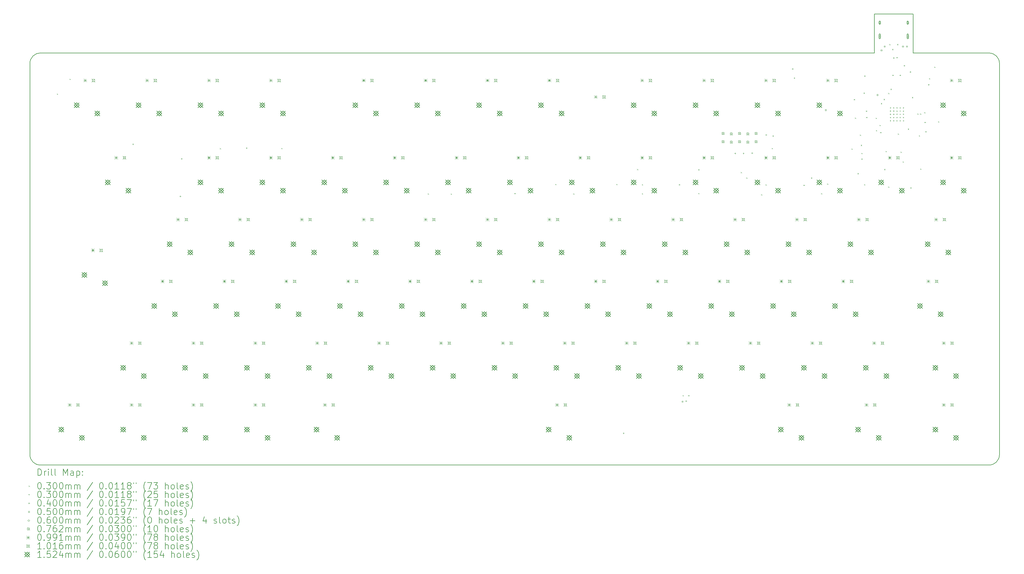
<source format=gbr>
%FSLAX45Y45*%
G04 Gerber Fmt 4.5, Leading zero omitted, Abs format (unit mm)*
G04 Created by KiCad (PCBNEW (6.0.2)) date 2022-03-04 19:39:15*
%MOMM*%
%LPD*%
G01*
G04 APERTURE LIST*
%TA.AperFunction,Profile*%
%ADD10C,0.200000*%
%TD*%
%ADD11C,0.200000*%
%ADD12C,0.030000*%
%ADD13C,0.040000*%
%ADD14C,0.050000*%
%ADD15C,0.060000*%
%ADD16C,0.076200*%
%ADD17C,0.099060*%
%ADD18C,0.101600*%
%ADD19C,0.152400*%
G04 APERTURE END LIST*
D10*
X2871726Y-3603125D02*
X28544851Y-3603125D01*
X28544851Y-2399800D02*
X28544851Y-3603125D01*
X32399226Y-15985625D02*
X32399226Y-3920625D01*
X28544851Y-2399800D02*
X29744851Y-2399800D01*
X2871726Y-3603125D02*
G75*
G03*
X2554226Y-3920625I0J-317500D01*
G01*
X32081726Y-16303125D02*
G75*
G03*
X32399226Y-15985625I0J317500D01*
G01*
X29744851Y-3603125D02*
X32081726Y-3603125D01*
X32399226Y-3920625D02*
G75*
G03*
X32081726Y-3603125I-317500J0D01*
G01*
X2871726Y-16303125D02*
X32081726Y-16303125D01*
X29744851Y-2399800D02*
X29744851Y-3603125D01*
X2554226Y-15985625D02*
G75*
G03*
X2871726Y-16303125I317500J0D01*
G01*
X2554226Y-3920625D02*
X2554226Y-15985625D01*
D11*
D12*
X3382877Y-4854100D02*
X3412877Y-4884100D01*
X3412877Y-4854100D02*
X3382877Y-4884100D01*
X3771497Y-4394360D02*
X3801497Y-4424360D01*
X3801497Y-4394360D02*
X3771497Y-4424360D01*
X5712057Y-6398420D02*
X5742057Y-6428420D01*
X5742057Y-6398420D02*
X5712057Y-6428420D01*
X8399377Y-6533040D02*
X8429377Y-6563040D01*
X8429377Y-6533040D02*
X8399377Y-6563040D01*
X9209637Y-6515260D02*
X9239637Y-6545260D01*
X9239637Y-6515260D02*
X9209637Y-6545260D01*
X10294217Y-6527960D02*
X10324217Y-6557960D01*
X10324217Y-6527960D02*
X10294217Y-6557960D01*
X14800177Y-7930040D02*
X14830177Y-7960040D01*
X14830177Y-7930040D02*
X14800177Y-7960040D01*
X15508837Y-7935120D02*
X15538837Y-7965120D01*
X15538837Y-7935120D02*
X15508837Y-7965120D01*
X17469717Y-7917340D02*
X17499717Y-7947340D01*
X17499717Y-7917340D02*
X17469717Y-7947340D01*
X18727017Y-7637940D02*
X18757017Y-7667940D01*
X18757017Y-7637940D02*
X18727017Y-7667940D01*
X19278197Y-7932580D02*
X19308197Y-7962580D01*
X19308197Y-7932580D02*
X19278197Y-7962580D01*
X20606617Y-7637940D02*
X20636617Y-7667940D01*
X20636617Y-7637940D02*
X20606617Y-7667940D01*
X21244157Y-7178200D02*
X21274157Y-7208200D01*
X21274157Y-7178200D02*
X21244157Y-7208200D01*
X21394017Y-7648100D02*
X21424017Y-7678100D01*
X21424017Y-7648100D02*
X21394017Y-7678100D01*
X21394017Y-7924960D02*
X21424017Y-7954960D01*
X21424017Y-7924960D02*
X21394017Y-7954960D01*
X22531937Y-7645560D02*
X22561937Y-7675560D01*
X22561937Y-7645560D02*
X22531937Y-7675560D01*
X22643697Y-14147960D02*
X22673697Y-14177960D01*
X22673697Y-14147960D02*
X22643697Y-14177960D01*
X22818957Y-14147960D02*
X22848957Y-14177960D01*
X22848957Y-14147960D02*
X22818957Y-14177960D01*
X23126297Y-7183280D02*
X23156297Y-7213280D01*
X23156297Y-7183280D02*
X23126297Y-7213280D01*
X23128837Y-7917340D02*
X23158837Y-7947340D01*
X23158837Y-7917340D02*
X23128837Y-7947340D01*
X24436937Y-7269640D02*
X24466937Y-7299640D01*
X24466937Y-7269640D02*
X24436937Y-7299640D01*
X24607117Y-7437280D02*
X24637117Y-7467280D01*
X24637117Y-7437280D02*
X24607117Y-7467280D01*
X25061777Y-7957980D02*
X25091777Y-7987980D01*
X25091777Y-7957980D02*
X25061777Y-7987980D01*
X25198937Y-7650640D02*
X25228937Y-7680640D01*
X25228937Y-7650640D02*
X25198937Y-7680640D01*
X25389437Y-6527960D02*
X25419437Y-6557960D01*
X25419437Y-6527960D02*
X25389437Y-6557960D01*
X25412297Y-6141880D02*
X25442297Y-6171880D01*
X25442297Y-6141880D02*
X25412297Y-6171880D01*
X26367337Y-7663340D02*
X26397337Y-7693340D01*
X26397337Y-7663340D02*
X26367337Y-7693340D01*
X26601017Y-7439820D02*
X26631017Y-7469820D01*
X26631017Y-7439820D02*
X26601017Y-7469820D01*
X26908357Y-7922420D02*
X26938357Y-7952420D01*
X26938357Y-7922420D02*
X26908357Y-7952420D01*
X27093777Y-7627780D02*
X27123777Y-7657780D01*
X27123777Y-7627780D02*
X27093777Y-7657780D01*
X27845545Y-6545783D02*
X27875545Y-6575783D01*
X27875545Y-6545783D02*
X27845545Y-6575783D01*
X27914854Y-5023612D02*
X27944854Y-5053612D01*
X27944854Y-5023612D02*
X27914854Y-5053612D01*
X27949851Y-5593612D02*
X27979851Y-5623612D01*
X27979851Y-5593612D02*
X27949851Y-5623612D01*
X28028497Y-7305200D02*
X28058497Y-7335200D01*
X28058497Y-7305200D02*
X28028497Y-7335200D01*
X28102929Y-6119906D02*
X28132929Y-6149906D01*
X28132929Y-6119906D02*
X28102929Y-6149906D01*
X28132637Y-6431440D02*
X28162637Y-6461440D01*
X28162637Y-6431440D02*
X28132637Y-6461440D01*
X28147877Y-6855620D02*
X28177877Y-6885620D01*
X28177877Y-6855620D02*
X28147877Y-6885620D01*
X28150417Y-6680360D02*
X28180417Y-6710360D01*
X28180417Y-6680360D02*
X28150417Y-6710360D01*
X28214854Y-4823612D02*
X28244854Y-4853612D01*
X28244854Y-4823612D02*
X28214854Y-4853612D01*
X28234237Y-7648100D02*
X28264237Y-7678100D01*
X28264237Y-7648100D02*
X28234237Y-7678100D01*
X28289851Y-5378612D02*
X28319851Y-5408612D01*
X28319851Y-5378612D02*
X28289851Y-5408612D01*
X28294854Y-5573612D02*
X28324854Y-5603612D01*
X28324854Y-5573612D02*
X28294854Y-5603612D01*
X28589851Y-5598612D02*
X28619851Y-5628612D01*
X28619851Y-5598612D02*
X28589851Y-5628612D01*
X28597851Y-5978612D02*
X28627851Y-6008612D01*
X28627851Y-5978612D02*
X28597851Y-6008612D01*
X28709217Y-5816760D02*
X28739217Y-5846760D01*
X28739217Y-5816760D02*
X28709217Y-5846760D01*
X28727851Y-6038612D02*
X28757851Y-6068612D01*
X28757851Y-6038612D02*
X28727851Y-6068612D01*
X28749851Y-5143612D02*
X28779851Y-5173612D01*
X28779851Y-5143612D02*
X28749851Y-5173612D01*
X28832851Y-5018612D02*
X28862851Y-5048612D01*
X28862851Y-5018612D02*
X28832851Y-5048612D01*
X28851457Y-7178200D02*
X28881457Y-7208200D01*
X28881457Y-7178200D02*
X28851457Y-7208200D01*
X28894854Y-6623612D02*
X28924854Y-6653612D01*
X28924854Y-6623612D02*
X28894854Y-6653612D01*
X28973377Y-7716680D02*
X29003377Y-7746680D01*
X29003377Y-7716680D02*
X28973377Y-7746680D01*
X28973839Y-4832382D02*
X29003839Y-4862382D01*
X29003839Y-4832382D02*
X28973839Y-4862382D01*
X29010402Y-3324185D02*
X29040402Y-3354185D01*
X29040402Y-3324185D02*
X29010402Y-3354185D01*
X29044901Y-4703612D02*
X29074901Y-4733612D01*
X29074901Y-4703612D02*
X29044901Y-4733612D01*
X29095301Y-3477420D02*
X29125301Y-3507420D01*
X29125301Y-3477420D02*
X29095301Y-3507420D01*
X29226069Y-3725935D02*
X29256069Y-3755935D01*
X29256069Y-3725935D02*
X29226069Y-3755935D01*
X29249301Y-3324185D02*
X29279301Y-3354185D01*
X29279301Y-3324185D02*
X29249301Y-3354185D01*
X29269851Y-6083612D02*
X29299851Y-6113612D01*
X29299851Y-6083612D02*
X29269851Y-6113612D01*
X29354854Y-6643612D02*
X29384854Y-6673612D01*
X29384854Y-6643612D02*
X29354854Y-6673612D01*
X29417877Y-6944520D02*
X29447877Y-6974520D01*
X29447877Y-6944520D02*
X29417877Y-6974520D01*
X29580437Y-5933662D02*
X29610437Y-5963662D01*
X29610437Y-5933662D02*
X29580437Y-5963662D01*
X29656637Y-7744620D02*
X29686637Y-7774620D01*
X29686637Y-7744620D02*
X29656637Y-7774620D01*
X29704851Y-4958612D02*
X29734851Y-4988612D01*
X29734851Y-4958612D02*
X29704851Y-4988612D01*
X29871403Y-5464696D02*
X29901403Y-5494696D01*
X29901403Y-5464696D02*
X29871403Y-5494696D01*
X29919851Y-6138612D02*
X29949851Y-6168612D01*
X29949851Y-6138612D02*
X29919851Y-6168612D01*
X29956101Y-5464612D02*
X29986101Y-5494612D01*
X29986101Y-5464612D02*
X29956101Y-5494612D01*
X29961437Y-7165500D02*
X29991437Y-7195500D01*
X29991437Y-7165500D02*
X29961437Y-7195500D01*
X30082351Y-5423612D02*
X30112351Y-5453612D01*
X30112351Y-5423612D02*
X30082351Y-5453612D01*
X30093517Y-5725320D02*
X30123517Y-5755320D01*
X30123517Y-5725320D02*
X30093517Y-5755320D01*
X30119020Y-6011748D02*
X30149020Y-6041748D01*
X30149020Y-6011748D02*
X30119020Y-6041748D01*
X30229851Y-4378612D02*
X30259851Y-4408612D01*
X30259851Y-4378612D02*
X30229851Y-4408612D01*
X30390697Y-4023520D02*
X30420697Y-4053520D01*
X30420697Y-4023520D02*
X30390697Y-4053520D01*
X30512617Y-5707540D02*
X30542617Y-5737540D01*
X30542617Y-5707540D02*
X30512617Y-5737540D01*
X29059851Y-5293612D02*
G75*
G03*
X29059851Y-5293612I-15000J0D01*
G01*
X29059851Y-5393612D02*
G75*
G03*
X29059851Y-5393612I-15000J0D01*
G01*
X29059851Y-5493612D02*
G75*
G03*
X29059851Y-5493612I-15000J0D01*
G01*
X29059851Y-5593612D02*
G75*
G03*
X29059851Y-5593612I-15000J0D01*
G01*
X29059851Y-5693612D02*
G75*
G03*
X29059851Y-5693612I-15000J0D01*
G01*
X29159851Y-5293612D02*
G75*
G03*
X29159851Y-5293612I-15000J0D01*
G01*
X29159851Y-5393612D02*
G75*
G03*
X29159851Y-5393612I-15000J0D01*
G01*
X29159851Y-5493612D02*
G75*
G03*
X29159851Y-5493612I-15000J0D01*
G01*
X29159851Y-5593612D02*
G75*
G03*
X29159851Y-5593612I-15000J0D01*
G01*
X29159851Y-5693612D02*
G75*
G03*
X29159851Y-5693612I-15000J0D01*
G01*
X29259851Y-5293612D02*
G75*
G03*
X29259851Y-5293612I-15000J0D01*
G01*
X29259851Y-5393612D02*
G75*
G03*
X29259851Y-5393612I-15000J0D01*
G01*
X29259851Y-5493612D02*
G75*
G03*
X29259851Y-5493612I-15000J0D01*
G01*
X29259851Y-5593612D02*
G75*
G03*
X29259851Y-5593612I-15000J0D01*
G01*
X29259851Y-5693612D02*
G75*
G03*
X29259851Y-5693612I-15000J0D01*
G01*
X29359851Y-5293612D02*
G75*
G03*
X29359851Y-5293612I-15000J0D01*
G01*
X29359851Y-5393612D02*
G75*
G03*
X29359851Y-5393612I-15000J0D01*
G01*
X29359851Y-5493612D02*
G75*
G03*
X29359851Y-5493612I-15000J0D01*
G01*
X29359851Y-5593612D02*
G75*
G03*
X29359851Y-5593612I-15000J0D01*
G01*
X29359851Y-5693612D02*
G75*
G03*
X29359851Y-5693612I-15000J0D01*
G01*
X29459851Y-5293612D02*
G75*
G03*
X29459851Y-5293612I-15000J0D01*
G01*
X29459851Y-5393612D02*
G75*
G03*
X29459851Y-5393612I-15000J0D01*
G01*
X29459851Y-5493612D02*
G75*
G03*
X29459851Y-5493612I-15000J0D01*
G01*
X29459851Y-5593612D02*
G75*
G03*
X29459851Y-5593612I-15000J0D01*
G01*
X29459851Y-5693612D02*
G75*
G03*
X29459851Y-5693612I-15000J0D01*
G01*
D13*
X7182085Y-7999511D02*
X7182085Y-8039511D01*
X7162085Y-8019511D02*
X7202085Y-8019511D01*
X7224304Y-6840777D02*
X7224304Y-6880777D01*
X7204304Y-6860777D02*
X7244304Y-6860777D01*
X20828372Y-15303715D02*
X20828372Y-15343715D01*
X20808372Y-15323715D02*
X20848372Y-15323715D01*
X22752888Y-14313250D02*
X22752888Y-14353250D01*
X22732888Y-14333250D02*
X22772888Y-14333250D01*
X24262089Y-6676140D02*
X24262089Y-6716140D01*
X24242089Y-6696140D02*
X24282089Y-6696140D01*
X24519821Y-6673909D02*
X24519821Y-6713909D01*
X24499821Y-6693909D02*
X24539821Y-6693909D01*
X24783419Y-6666847D02*
X24783419Y-6706847D01*
X24763419Y-6686847D02*
X24803419Y-6686847D01*
X25214478Y-6105975D02*
X25214478Y-6145975D01*
X25194478Y-6125975D02*
X25234478Y-6125975D01*
X26032357Y-4069509D02*
X26032357Y-4109509D01*
X26012357Y-4089509D02*
X26052357Y-4089509D01*
X26086139Y-4353478D02*
X26086139Y-4393478D01*
X26066139Y-4373478D02*
X26106139Y-4373478D01*
X28253229Y-4289904D02*
X28253229Y-4329904D01*
X28233229Y-4309904D02*
X28273229Y-4309904D01*
X29119851Y-4268300D02*
X29119851Y-4308300D01*
X29099851Y-4288300D02*
X29139851Y-4288300D01*
X29144851Y-3730492D02*
X29144851Y-3770492D01*
X29124851Y-3750492D02*
X29164851Y-3750492D01*
X29343329Y-4268358D02*
X29343329Y-4308358D01*
X29323329Y-4288358D02*
X29363329Y-4288358D01*
X29470157Y-3971224D02*
X29470157Y-4011224D01*
X29450157Y-3991224D02*
X29490157Y-3991224D01*
X29656741Y-4163177D02*
X29656741Y-4203178D01*
X29636741Y-4183177D02*
X29676741Y-4183177D01*
X30218497Y-4559099D02*
X30218497Y-4599099D01*
X30198497Y-4579099D02*
X30238497Y-4579099D01*
D14*
X22659424Y-14360928D02*
X22659424Y-14325572D01*
X22624069Y-14325572D01*
X22624069Y-14360928D01*
X22659424Y-14360928D01*
X27067532Y-5376290D02*
X27067532Y-5340934D01*
X27032176Y-5340934D01*
X27032176Y-5376290D01*
X27067532Y-5376290D01*
X28662529Y-4911289D02*
X28662529Y-4875934D01*
X28627173Y-4875934D01*
X28627173Y-4911289D01*
X28662529Y-4911289D01*
X28782529Y-3534413D02*
X28782529Y-3499058D01*
X28747173Y-3499058D01*
X28747173Y-3534413D01*
X28782529Y-3534413D01*
X28882529Y-3414413D02*
X28882529Y-3379058D01*
X28847173Y-3379058D01*
X28847173Y-3414413D01*
X28882529Y-3414413D01*
X29442529Y-3414413D02*
X29442529Y-3379058D01*
X29407173Y-3379058D01*
X29407173Y-3414413D01*
X29442529Y-3414413D01*
X29563306Y-3418762D02*
X29563306Y-3383407D01*
X29527950Y-3383407D01*
X29527950Y-3418762D01*
X29563306Y-3418762D01*
D15*
X28714851Y-2696735D02*
X28744851Y-2666735D01*
X28714851Y-2636735D01*
X28684851Y-2666735D01*
X28714851Y-2696735D01*
D11*
X28734851Y-2696735D02*
X28734851Y-2636735D01*
X28694851Y-2696735D02*
X28694851Y-2636735D01*
X28734851Y-2636735D02*
G75*
G03*
X28694851Y-2636735I-20000J0D01*
G01*
X28694851Y-2696735D02*
G75*
G03*
X28734851Y-2696735I20000J0D01*
G01*
D15*
X28714851Y-3116735D02*
X28744851Y-3086735D01*
X28714851Y-3056735D01*
X28684851Y-3086735D01*
X28714851Y-3116735D01*
D11*
X28734851Y-3141735D02*
X28734851Y-3031735D01*
X28694851Y-3141735D02*
X28694851Y-3031735D01*
X28734851Y-3031735D02*
G75*
G03*
X28694851Y-3031735I-20000J0D01*
G01*
X28694851Y-3141735D02*
G75*
G03*
X28734851Y-3141735I20000J0D01*
G01*
D15*
X29574851Y-2696735D02*
X29604851Y-2666735D01*
X29574851Y-2636735D01*
X29544851Y-2666735D01*
X29574851Y-2696735D01*
D11*
X29594851Y-2696735D02*
X29594851Y-2636735D01*
X29554851Y-2696735D02*
X29554851Y-2636735D01*
X29594851Y-2636735D02*
G75*
G03*
X29554851Y-2636735I-20000J0D01*
G01*
X29554851Y-2696735D02*
G75*
G03*
X29594851Y-2696735I20000J0D01*
G01*
D15*
X29574851Y-3116735D02*
X29604851Y-3086735D01*
X29574851Y-3056735D01*
X29544851Y-3086735D01*
X29574851Y-3116735D01*
D11*
X29594851Y-3141735D02*
X29594851Y-3031735D01*
X29554851Y-3141735D02*
X29554851Y-3031735D01*
X29594851Y-3031735D02*
G75*
G03*
X29554851Y-3031735I-20000J0D01*
G01*
X29554851Y-3141735D02*
G75*
G03*
X29594851Y-3141735I20000J0D01*
G01*
D16*
X23853627Y-6042764D02*
X23929827Y-6118964D01*
X23929827Y-6042764D02*
X23853627Y-6118964D01*
X23929827Y-6080864D02*
G75*
G03*
X23929827Y-6080864I-38100J0D01*
G01*
X23853627Y-6296764D02*
X23929827Y-6372964D01*
X23929827Y-6296764D02*
X23853627Y-6372964D01*
X23929827Y-6334864D02*
G75*
G03*
X23929827Y-6334864I-38100J0D01*
G01*
X24107627Y-6055464D02*
X24183827Y-6131664D01*
X24183827Y-6055464D02*
X24107627Y-6131664D01*
X24183827Y-6093564D02*
G75*
G03*
X24183827Y-6093564I-38100J0D01*
G01*
X24107627Y-6309464D02*
X24183827Y-6385664D01*
X24183827Y-6309464D02*
X24107627Y-6385664D01*
X24183827Y-6347564D02*
G75*
G03*
X24183827Y-6347564I-38100J0D01*
G01*
X24361627Y-6042764D02*
X24437827Y-6118964D01*
X24437827Y-6042764D02*
X24361627Y-6118964D01*
X24437827Y-6080864D02*
G75*
G03*
X24437827Y-6080864I-38100J0D01*
G01*
X24361627Y-6296764D02*
X24437827Y-6372964D01*
X24437827Y-6296764D02*
X24361627Y-6372964D01*
X24437827Y-6334864D02*
G75*
G03*
X24437827Y-6334864I-38100J0D01*
G01*
X24615627Y-6055464D02*
X24691827Y-6131664D01*
X24691827Y-6055464D02*
X24615627Y-6131664D01*
X24691827Y-6093564D02*
G75*
G03*
X24691827Y-6093564I-38100J0D01*
G01*
X24615627Y-6309464D02*
X24691827Y-6385664D01*
X24691827Y-6309464D02*
X24615627Y-6385664D01*
X24691827Y-6347564D02*
G75*
G03*
X24691827Y-6347564I-38100J0D01*
G01*
X24869627Y-6042764D02*
X24945827Y-6118964D01*
X24945827Y-6042764D02*
X24869627Y-6118964D01*
X24945827Y-6080864D02*
G75*
G03*
X24945827Y-6080864I-38100J0D01*
G01*
X24869627Y-6296764D02*
X24945827Y-6372964D01*
X24945827Y-6296764D02*
X24869627Y-6372964D01*
X24945827Y-6334864D02*
G75*
G03*
X24945827Y-6334864I-38100J0D01*
G01*
D17*
X3727071Y-14396220D02*
X3826131Y-14495280D01*
X3826131Y-14396220D02*
X3727071Y-14495280D01*
X3776601Y-14396220D02*
X3776601Y-14495280D01*
X3727071Y-14445750D02*
X3826131Y-14445750D01*
X4203321Y-4394970D02*
X4302381Y-4494030D01*
X4302381Y-4394970D02*
X4203321Y-4494030D01*
X4252851Y-4394970D02*
X4252851Y-4494030D01*
X4203321Y-4444500D02*
X4302381Y-4444500D01*
X4441446Y-9633720D02*
X4540506Y-9732780D01*
X4540506Y-9633720D02*
X4441446Y-9732780D01*
X4490976Y-9633720D02*
X4490976Y-9732780D01*
X4441446Y-9683250D02*
X4540506Y-9683250D01*
X5155821Y-6776220D02*
X5254881Y-6875280D01*
X5254881Y-6776220D02*
X5155821Y-6875280D01*
X5205351Y-6776220D02*
X5205351Y-6875280D01*
X5155821Y-6825750D02*
X5254881Y-6825750D01*
X5632071Y-12491220D02*
X5731131Y-12590280D01*
X5731131Y-12491220D02*
X5632071Y-12590280D01*
X5681601Y-12491220D02*
X5681601Y-12590280D01*
X5632071Y-12540750D02*
X5731131Y-12540750D01*
X5632071Y-14396220D02*
X5731131Y-14495280D01*
X5731131Y-14396220D02*
X5632071Y-14495280D01*
X5681601Y-14396220D02*
X5681601Y-14495280D01*
X5632071Y-14445750D02*
X5731131Y-14445750D01*
X6108321Y-4394970D02*
X6207381Y-4494030D01*
X6207381Y-4394970D02*
X6108321Y-4494030D01*
X6157851Y-4394970D02*
X6157851Y-4494030D01*
X6108321Y-4444500D02*
X6207381Y-4444500D01*
X6584571Y-10586220D02*
X6683631Y-10685280D01*
X6683631Y-10586220D02*
X6584571Y-10685280D01*
X6634101Y-10586220D02*
X6634101Y-10685280D01*
X6584571Y-10635750D02*
X6683631Y-10635750D01*
X7060821Y-8681220D02*
X7159881Y-8780280D01*
X7159881Y-8681220D02*
X7060821Y-8780280D01*
X7110351Y-8681220D02*
X7110351Y-8780280D01*
X7060821Y-8730750D02*
X7159881Y-8730750D01*
X7537071Y-12491220D02*
X7636131Y-12590280D01*
X7636131Y-12491220D02*
X7537071Y-12590280D01*
X7586601Y-12491220D02*
X7586601Y-12590280D01*
X7537071Y-12540750D02*
X7636131Y-12540750D01*
X7537071Y-14396220D02*
X7636131Y-14495280D01*
X7636131Y-14396220D02*
X7537071Y-14495280D01*
X7586601Y-14396220D02*
X7586601Y-14495280D01*
X7537071Y-14445750D02*
X7636131Y-14445750D01*
X8013321Y-4394970D02*
X8112381Y-4494030D01*
X8112381Y-4394970D02*
X8013321Y-4494030D01*
X8062851Y-4394970D02*
X8062851Y-4494030D01*
X8013321Y-4444500D02*
X8112381Y-4444500D01*
X8013321Y-6776220D02*
X8112381Y-6875280D01*
X8112381Y-6776220D02*
X8013321Y-6875280D01*
X8062851Y-6776220D02*
X8062851Y-6875280D01*
X8013321Y-6825750D02*
X8112381Y-6825750D01*
X8489571Y-10586220D02*
X8588631Y-10685280D01*
X8588631Y-10586220D02*
X8489571Y-10685280D01*
X8539101Y-10586220D02*
X8539101Y-10685280D01*
X8489571Y-10635750D02*
X8588631Y-10635750D01*
X8965821Y-8681220D02*
X9064881Y-8780280D01*
X9064881Y-8681220D02*
X8965821Y-8780280D01*
X9015351Y-8681220D02*
X9015351Y-8780280D01*
X8965821Y-8730750D02*
X9064881Y-8730750D01*
X9442071Y-12491220D02*
X9541131Y-12590280D01*
X9541131Y-12491220D02*
X9442071Y-12590280D01*
X9491601Y-12491220D02*
X9491601Y-12590280D01*
X9442071Y-12540750D02*
X9541131Y-12540750D01*
X9442071Y-14396220D02*
X9541131Y-14495280D01*
X9541131Y-14396220D02*
X9442071Y-14495280D01*
X9491601Y-14396220D02*
X9491601Y-14495280D01*
X9442071Y-14445750D02*
X9541131Y-14445750D01*
X9918321Y-4394970D02*
X10017381Y-4494030D01*
X10017381Y-4394970D02*
X9918321Y-4494030D01*
X9967851Y-4394970D02*
X9967851Y-4494030D01*
X9918321Y-4444500D02*
X10017381Y-4444500D01*
X9918321Y-6776220D02*
X10017381Y-6875280D01*
X10017381Y-6776220D02*
X9918321Y-6875280D01*
X9967851Y-6776220D02*
X9967851Y-6875280D01*
X9918321Y-6825750D02*
X10017381Y-6825750D01*
X10394571Y-10586220D02*
X10493631Y-10685280D01*
X10493631Y-10586220D02*
X10394571Y-10685280D01*
X10444101Y-10586220D02*
X10444101Y-10685280D01*
X10394571Y-10635750D02*
X10493631Y-10635750D01*
X10870821Y-8681220D02*
X10969881Y-8780280D01*
X10969881Y-8681220D02*
X10870821Y-8780280D01*
X10920351Y-8681220D02*
X10920351Y-8780280D01*
X10870821Y-8730750D02*
X10969881Y-8730750D01*
X11347071Y-12491220D02*
X11446131Y-12590280D01*
X11446131Y-12491220D02*
X11347071Y-12590280D01*
X11396601Y-12491220D02*
X11396601Y-12590280D01*
X11347071Y-12540750D02*
X11446131Y-12540750D01*
X11585196Y-14396220D02*
X11684256Y-14495280D01*
X11684256Y-14396220D02*
X11585196Y-14495280D01*
X11634726Y-14396220D02*
X11634726Y-14495280D01*
X11585196Y-14445750D02*
X11684256Y-14445750D01*
X11823321Y-6776220D02*
X11922381Y-6875280D01*
X11922381Y-6776220D02*
X11823321Y-6875280D01*
X11872851Y-6776220D02*
X11872851Y-6875280D01*
X11823321Y-6825750D02*
X11922381Y-6825750D01*
X12299571Y-10586220D02*
X12398631Y-10685280D01*
X12398631Y-10586220D02*
X12299571Y-10685280D01*
X12349101Y-10586220D02*
X12349101Y-10685280D01*
X12299571Y-10635750D02*
X12398631Y-10635750D01*
X12775821Y-4394970D02*
X12874881Y-4494030D01*
X12874881Y-4394970D02*
X12775821Y-4494030D01*
X12825351Y-4394970D02*
X12825351Y-4494030D01*
X12775821Y-4444500D02*
X12874881Y-4444500D01*
X12775821Y-8681220D02*
X12874881Y-8780280D01*
X12874881Y-8681220D02*
X12775821Y-8780280D01*
X12825351Y-8681220D02*
X12825351Y-8780280D01*
X12775821Y-8730750D02*
X12874881Y-8730750D01*
X13252071Y-12491220D02*
X13351131Y-12590280D01*
X13351131Y-12491220D02*
X13252071Y-12590280D01*
X13301601Y-12491220D02*
X13301601Y-12590280D01*
X13252071Y-12540750D02*
X13351131Y-12540750D01*
X13728321Y-6776220D02*
X13827381Y-6875280D01*
X13827381Y-6776220D02*
X13728321Y-6875280D01*
X13777851Y-6776220D02*
X13777851Y-6875280D01*
X13728321Y-6825750D02*
X13827381Y-6825750D01*
X14204571Y-10586220D02*
X14303631Y-10685280D01*
X14303631Y-10586220D02*
X14204571Y-10685280D01*
X14254101Y-10586220D02*
X14254101Y-10685280D01*
X14204571Y-10635750D02*
X14303631Y-10635750D01*
X14680821Y-4394970D02*
X14779881Y-4494030D01*
X14779881Y-4394970D02*
X14680821Y-4494030D01*
X14730351Y-4394970D02*
X14730351Y-4494030D01*
X14680821Y-4444500D02*
X14779881Y-4444500D01*
X14680821Y-8681220D02*
X14779881Y-8780280D01*
X14779881Y-8681220D02*
X14680821Y-8780280D01*
X14730351Y-8681220D02*
X14730351Y-8780280D01*
X14680821Y-8730750D02*
X14779881Y-8730750D01*
X15157071Y-12491220D02*
X15256131Y-12590280D01*
X15256131Y-12491220D02*
X15157071Y-12590280D01*
X15206601Y-12491220D02*
X15206601Y-12590280D01*
X15157071Y-12540750D02*
X15256131Y-12540750D01*
X15633321Y-6776220D02*
X15732381Y-6875280D01*
X15732381Y-6776220D02*
X15633321Y-6875280D01*
X15682851Y-6776220D02*
X15682851Y-6875280D01*
X15633321Y-6825750D02*
X15732381Y-6825750D01*
X16109571Y-10586220D02*
X16208631Y-10685280D01*
X16208631Y-10586220D02*
X16109571Y-10685280D01*
X16159101Y-10586220D02*
X16159101Y-10685280D01*
X16109571Y-10635750D02*
X16208631Y-10635750D01*
X16585821Y-4394970D02*
X16684881Y-4494030D01*
X16684881Y-4394970D02*
X16585821Y-4494030D01*
X16635351Y-4394970D02*
X16635351Y-4494030D01*
X16585821Y-4444500D02*
X16684881Y-4444500D01*
X16585821Y-8681220D02*
X16684881Y-8780280D01*
X16684881Y-8681220D02*
X16585821Y-8780280D01*
X16635351Y-8681220D02*
X16635351Y-8780280D01*
X16585821Y-8730750D02*
X16684881Y-8730750D01*
X17062071Y-12491220D02*
X17161131Y-12590280D01*
X17161131Y-12491220D02*
X17062071Y-12590280D01*
X17111601Y-12491220D02*
X17111601Y-12590280D01*
X17062071Y-12540750D02*
X17161131Y-12540750D01*
X17538321Y-6776220D02*
X17637381Y-6875280D01*
X17637381Y-6776220D02*
X17538321Y-6875280D01*
X17587851Y-6776220D02*
X17587851Y-6875280D01*
X17538321Y-6825750D02*
X17637381Y-6825750D01*
X18014571Y-10586220D02*
X18113631Y-10685280D01*
X18113631Y-10586220D02*
X18014571Y-10685280D01*
X18064101Y-10586220D02*
X18064101Y-10685280D01*
X18014571Y-10635750D02*
X18113631Y-10635750D01*
X18490821Y-4394970D02*
X18589881Y-4494030D01*
X18589881Y-4394970D02*
X18490821Y-4494030D01*
X18540351Y-4394970D02*
X18540351Y-4494030D01*
X18490821Y-4444500D02*
X18589881Y-4444500D01*
X18490821Y-8681220D02*
X18589881Y-8780280D01*
X18589881Y-8681220D02*
X18490821Y-8780280D01*
X18540351Y-8681220D02*
X18540351Y-8780280D01*
X18490821Y-8730750D02*
X18589881Y-8730750D01*
X18728946Y-14396220D02*
X18828006Y-14495280D01*
X18828006Y-14396220D02*
X18728946Y-14495280D01*
X18778476Y-14396220D02*
X18778476Y-14495280D01*
X18728946Y-14445750D02*
X18828006Y-14445750D01*
X18967071Y-12491220D02*
X19066131Y-12590280D01*
X19066131Y-12491220D02*
X18967071Y-12590280D01*
X19016601Y-12491220D02*
X19016601Y-12590280D01*
X18967071Y-12540750D02*
X19066131Y-12540750D01*
X19443321Y-6776220D02*
X19542381Y-6875280D01*
X19542381Y-6776220D02*
X19443321Y-6875280D01*
X19492851Y-6776220D02*
X19492851Y-6875280D01*
X19443321Y-6825750D02*
X19542381Y-6825750D01*
X19919571Y-4902970D02*
X20018631Y-5002030D01*
X20018631Y-4902970D02*
X19919571Y-5002030D01*
X19969101Y-4902970D02*
X19969101Y-5002030D01*
X19919571Y-4952500D02*
X20018631Y-4952500D01*
X19919571Y-10586220D02*
X20018631Y-10685280D01*
X20018631Y-10586220D02*
X19919571Y-10685280D01*
X19969101Y-10586220D02*
X19969101Y-10685280D01*
X19919571Y-10635750D02*
X20018631Y-10635750D01*
X20395821Y-8681220D02*
X20494881Y-8780280D01*
X20494881Y-8681220D02*
X20395821Y-8780280D01*
X20445351Y-8681220D02*
X20445351Y-8780280D01*
X20395821Y-8730750D02*
X20494881Y-8730750D01*
X20872071Y-12491220D02*
X20971131Y-12590280D01*
X20971131Y-12491220D02*
X20872071Y-12590280D01*
X20921601Y-12491220D02*
X20921601Y-12590280D01*
X20872071Y-12540750D02*
X20971131Y-12540750D01*
X21348321Y-4394970D02*
X21447381Y-4494030D01*
X21447381Y-4394970D02*
X21348321Y-4494030D01*
X21397851Y-4394970D02*
X21397851Y-4494030D01*
X21348321Y-4444500D02*
X21447381Y-4444500D01*
X21348321Y-6776220D02*
X21447381Y-6875280D01*
X21447381Y-6776220D02*
X21348321Y-6875280D01*
X21397851Y-6776220D02*
X21397851Y-6875280D01*
X21348321Y-6825750D02*
X21447381Y-6825750D01*
X21824571Y-10586220D02*
X21923631Y-10685280D01*
X21923631Y-10586220D02*
X21824571Y-10685280D01*
X21874101Y-10586220D02*
X21874101Y-10685280D01*
X21824571Y-10635750D02*
X21923631Y-10635750D01*
X22300821Y-8681220D02*
X22399881Y-8780280D01*
X22399881Y-8681220D02*
X22300821Y-8780280D01*
X22350351Y-8681220D02*
X22350351Y-8780280D01*
X22300821Y-8730750D02*
X22399881Y-8730750D01*
X22777071Y-12491220D02*
X22876131Y-12590280D01*
X22876131Y-12491220D02*
X22777071Y-12590280D01*
X22826601Y-12491220D02*
X22826601Y-12590280D01*
X22777071Y-12540750D02*
X22876131Y-12540750D01*
X23253321Y-4394970D02*
X23352381Y-4494030D01*
X23352381Y-4394970D02*
X23253321Y-4494030D01*
X23302851Y-4394970D02*
X23302851Y-4494030D01*
X23253321Y-4444500D02*
X23352381Y-4444500D01*
X23253321Y-6776220D02*
X23352381Y-6875280D01*
X23352381Y-6776220D02*
X23253321Y-6875280D01*
X23302851Y-6776220D02*
X23302851Y-6875280D01*
X23253321Y-6825750D02*
X23352381Y-6825750D01*
X23729571Y-10586220D02*
X23828631Y-10685280D01*
X23828631Y-10586220D02*
X23729571Y-10685280D01*
X23779101Y-10586220D02*
X23779101Y-10685280D01*
X23729571Y-10635750D02*
X23828631Y-10635750D01*
X24205821Y-8681220D02*
X24304881Y-8780280D01*
X24304881Y-8681220D02*
X24205821Y-8780280D01*
X24255351Y-8681220D02*
X24255351Y-8780280D01*
X24205821Y-8730750D02*
X24304881Y-8730750D01*
X24682071Y-12491220D02*
X24781131Y-12590280D01*
X24781131Y-12491220D02*
X24682071Y-12590280D01*
X24731601Y-12491220D02*
X24731601Y-12590280D01*
X24682071Y-12540750D02*
X24781131Y-12540750D01*
X25158321Y-6776220D02*
X25257381Y-6875280D01*
X25257381Y-6776220D02*
X25158321Y-6875280D01*
X25207851Y-6776220D02*
X25207851Y-6875280D01*
X25158321Y-6825750D02*
X25257381Y-6825750D01*
X25158821Y-4394970D02*
X25257881Y-4494030D01*
X25257881Y-4394970D02*
X25158821Y-4494030D01*
X25208351Y-4394970D02*
X25208351Y-4494030D01*
X25158821Y-4444500D02*
X25257881Y-4444500D01*
X25634571Y-10586220D02*
X25733631Y-10685280D01*
X25733631Y-10586220D02*
X25634571Y-10685280D01*
X25684101Y-10586220D02*
X25684101Y-10685280D01*
X25634571Y-10635750D02*
X25733631Y-10635750D01*
X25872696Y-14396220D02*
X25971756Y-14495280D01*
X25971756Y-14396220D02*
X25872696Y-14495280D01*
X25922226Y-14396220D02*
X25922226Y-14495280D01*
X25872696Y-14445750D02*
X25971756Y-14445750D01*
X26110821Y-8681220D02*
X26209881Y-8780280D01*
X26209881Y-8681220D02*
X26110821Y-8780280D01*
X26160351Y-8681220D02*
X26160351Y-8780280D01*
X26110821Y-8730750D02*
X26209881Y-8730750D01*
X26587071Y-12491220D02*
X26686131Y-12590280D01*
X26686131Y-12491220D02*
X26587071Y-12590280D01*
X26636601Y-12491220D02*
X26636601Y-12590280D01*
X26587071Y-12540750D02*
X26686131Y-12540750D01*
X27063321Y-4394970D02*
X27162381Y-4494030D01*
X27162381Y-4394970D02*
X27063321Y-4494030D01*
X27112851Y-4394970D02*
X27112851Y-4494030D01*
X27063321Y-4444500D02*
X27162381Y-4444500D01*
X27063321Y-6776220D02*
X27162381Y-6875280D01*
X27162381Y-6776220D02*
X27063321Y-6875280D01*
X27112851Y-6776220D02*
X27112851Y-6875280D01*
X27063321Y-6825750D02*
X27162381Y-6825750D01*
X27539571Y-10586220D02*
X27638631Y-10685280D01*
X27638631Y-10586220D02*
X27539571Y-10685280D01*
X27589101Y-10586220D02*
X27589101Y-10685280D01*
X27539571Y-10635750D02*
X27638631Y-10635750D01*
X28015821Y-8681220D02*
X28114881Y-8780280D01*
X28114881Y-8681220D02*
X28015821Y-8780280D01*
X28065351Y-8681220D02*
X28065351Y-8780280D01*
X28015821Y-8730750D02*
X28114881Y-8730750D01*
X28253946Y-14396220D02*
X28353006Y-14495280D01*
X28353006Y-14396220D02*
X28253946Y-14495280D01*
X28303476Y-14396220D02*
X28303476Y-14495280D01*
X28253946Y-14445750D02*
X28353006Y-14445750D01*
X28492071Y-12491220D02*
X28591131Y-12590280D01*
X28591131Y-12491220D02*
X28492071Y-12590280D01*
X28541601Y-12491220D02*
X28541601Y-12590280D01*
X28492071Y-12540750D02*
X28591131Y-12540750D01*
X28968321Y-6776220D02*
X29067381Y-6875280D01*
X29067381Y-6776220D02*
X28968321Y-6875280D01*
X29017851Y-6776220D02*
X29017851Y-6875280D01*
X28968321Y-6825750D02*
X29067381Y-6825750D01*
X30158946Y-10586220D02*
X30258006Y-10685280D01*
X30258006Y-10586220D02*
X30158946Y-10685280D01*
X30208476Y-10586220D02*
X30208476Y-10685280D01*
X30158946Y-10635750D02*
X30258006Y-10635750D01*
X30397071Y-8681220D02*
X30496131Y-8780280D01*
X30496131Y-8681220D02*
X30397071Y-8780280D01*
X30446601Y-8681220D02*
X30446601Y-8780280D01*
X30397071Y-8730750D02*
X30496131Y-8730750D01*
X30635196Y-12491220D02*
X30734256Y-12590280D01*
X30734256Y-12491220D02*
X30635196Y-12590280D01*
X30684726Y-12491220D02*
X30684726Y-12590280D01*
X30635196Y-12540750D02*
X30734256Y-12540750D01*
X30635196Y-14396220D02*
X30734256Y-14495280D01*
X30734256Y-14396220D02*
X30635196Y-14495280D01*
X30684726Y-14396220D02*
X30684726Y-14495280D01*
X30635196Y-14445750D02*
X30734256Y-14445750D01*
X30873303Y-4395014D02*
X30972363Y-4494074D01*
X30972363Y-4395014D02*
X30873303Y-4494074D01*
X30922833Y-4395014D02*
X30922833Y-4494074D01*
X30873303Y-4444544D02*
X30972363Y-4444544D01*
X30873321Y-6776220D02*
X30972381Y-6875280D01*
X30972381Y-6776220D02*
X30873321Y-6875280D01*
X30922851Y-6776220D02*
X30922851Y-6875280D01*
X30873321Y-6825750D02*
X30972381Y-6825750D01*
D18*
X3979801Y-14394950D02*
X4081401Y-14496550D01*
X4081401Y-14394950D02*
X3979801Y-14496550D01*
X4066523Y-14481671D02*
X4066523Y-14409829D01*
X3994680Y-14409829D01*
X3994680Y-14481671D01*
X4066523Y-14481671D01*
X4456051Y-4393700D02*
X4557651Y-4495300D01*
X4557651Y-4393700D02*
X4456051Y-4495300D01*
X4542773Y-4480421D02*
X4542773Y-4408579D01*
X4470930Y-4408579D01*
X4470930Y-4480421D01*
X4542773Y-4480421D01*
X4694176Y-9632450D02*
X4795776Y-9734050D01*
X4795776Y-9632450D02*
X4694176Y-9734050D01*
X4780898Y-9719171D02*
X4780898Y-9647329D01*
X4709055Y-9647329D01*
X4709055Y-9719171D01*
X4780898Y-9719171D01*
X5408551Y-6774950D02*
X5510151Y-6876550D01*
X5510151Y-6774950D02*
X5408551Y-6876550D01*
X5495273Y-6861671D02*
X5495273Y-6789829D01*
X5423430Y-6789829D01*
X5423430Y-6861671D01*
X5495273Y-6861671D01*
X5884801Y-12489950D02*
X5986401Y-12591550D01*
X5986401Y-12489950D02*
X5884801Y-12591550D01*
X5971523Y-12576671D02*
X5971523Y-12504829D01*
X5899680Y-12504829D01*
X5899680Y-12576671D01*
X5971523Y-12576671D01*
X5884801Y-14394950D02*
X5986401Y-14496550D01*
X5986401Y-14394950D02*
X5884801Y-14496550D01*
X5971523Y-14481671D02*
X5971523Y-14409829D01*
X5899680Y-14409829D01*
X5899680Y-14481671D01*
X5971523Y-14481671D01*
X6361051Y-4393700D02*
X6462651Y-4495300D01*
X6462651Y-4393700D02*
X6361051Y-4495300D01*
X6447773Y-4480421D02*
X6447773Y-4408579D01*
X6375930Y-4408579D01*
X6375930Y-4480421D01*
X6447773Y-4480421D01*
X6837301Y-10584950D02*
X6938901Y-10686550D01*
X6938901Y-10584950D02*
X6837301Y-10686550D01*
X6924023Y-10671671D02*
X6924023Y-10599829D01*
X6852180Y-10599829D01*
X6852180Y-10671671D01*
X6924023Y-10671671D01*
X7313551Y-8679950D02*
X7415151Y-8781550D01*
X7415151Y-8679950D02*
X7313551Y-8781550D01*
X7400273Y-8766671D02*
X7400273Y-8694829D01*
X7328430Y-8694829D01*
X7328430Y-8766671D01*
X7400273Y-8766671D01*
X7789801Y-12489950D02*
X7891401Y-12591550D01*
X7891401Y-12489950D02*
X7789801Y-12591550D01*
X7876523Y-12576671D02*
X7876523Y-12504829D01*
X7804680Y-12504829D01*
X7804680Y-12576671D01*
X7876523Y-12576671D01*
X7789801Y-14394950D02*
X7891401Y-14496550D01*
X7891401Y-14394950D02*
X7789801Y-14496550D01*
X7876523Y-14481671D02*
X7876523Y-14409829D01*
X7804680Y-14409829D01*
X7804680Y-14481671D01*
X7876523Y-14481671D01*
X8266051Y-4393700D02*
X8367651Y-4495300D01*
X8367651Y-4393700D02*
X8266051Y-4495300D01*
X8352773Y-4480421D02*
X8352773Y-4408579D01*
X8280930Y-4408579D01*
X8280930Y-4480421D01*
X8352773Y-4480421D01*
X8266051Y-6774950D02*
X8367651Y-6876550D01*
X8367651Y-6774950D02*
X8266051Y-6876550D01*
X8352773Y-6861671D02*
X8352773Y-6789829D01*
X8280930Y-6789829D01*
X8280930Y-6861671D01*
X8352773Y-6861671D01*
X8742301Y-10584950D02*
X8843901Y-10686550D01*
X8843901Y-10584950D02*
X8742301Y-10686550D01*
X8829023Y-10671671D02*
X8829023Y-10599829D01*
X8757180Y-10599829D01*
X8757180Y-10671671D01*
X8829023Y-10671671D01*
X9218551Y-8679950D02*
X9320151Y-8781550D01*
X9320151Y-8679950D02*
X9218551Y-8781550D01*
X9305273Y-8766671D02*
X9305273Y-8694829D01*
X9233430Y-8694829D01*
X9233430Y-8766671D01*
X9305273Y-8766671D01*
X9694801Y-12489950D02*
X9796401Y-12591550D01*
X9796401Y-12489950D02*
X9694801Y-12591550D01*
X9781523Y-12576671D02*
X9781523Y-12504829D01*
X9709680Y-12504829D01*
X9709680Y-12576671D01*
X9781523Y-12576671D01*
X9694801Y-14394950D02*
X9796401Y-14496550D01*
X9796401Y-14394950D02*
X9694801Y-14496550D01*
X9781523Y-14481671D02*
X9781523Y-14409829D01*
X9709680Y-14409829D01*
X9709680Y-14481671D01*
X9781523Y-14481671D01*
X10171051Y-4393700D02*
X10272651Y-4495300D01*
X10272651Y-4393700D02*
X10171051Y-4495300D01*
X10257773Y-4480421D02*
X10257773Y-4408579D01*
X10185930Y-4408579D01*
X10185930Y-4480421D01*
X10257773Y-4480421D01*
X10171051Y-6774950D02*
X10272651Y-6876550D01*
X10272651Y-6774950D02*
X10171051Y-6876550D01*
X10257773Y-6861671D02*
X10257773Y-6789829D01*
X10185930Y-6789829D01*
X10185930Y-6861671D01*
X10257773Y-6861671D01*
X10647301Y-10584950D02*
X10748901Y-10686550D01*
X10748901Y-10584950D02*
X10647301Y-10686550D01*
X10734023Y-10671671D02*
X10734023Y-10599829D01*
X10662180Y-10599829D01*
X10662180Y-10671671D01*
X10734023Y-10671671D01*
X11123551Y-8679950D02*
X11225151Y-8781550D01*
X11225151Y-8679950D02*
X11123551Y-8781550D01*
X11210273Y-8766671D02*
X11210273Y-8694829D01*
X11138430Y-8694829D01*
X11138430Y-8766671D01*
X11210273Y-8766671D01*
X11599801Y-12489950D02*
X11701401Y-12591550D01*
X11701401Y-12489950D02*
X11599801Y-12591550D01*
X11686523Y-12576671D02*
X11686523Y-12504829D01*
X11614680Y-12504829D01*
X11614680Y-12576671D01*
X11686523Y-12576671D01*
X11837926Y-14394950D02*
X11939526Y-14496550D01*
X11939526Y-14394950D02*
X11837926Y-14496550D01*
X11924648Y-14481671D02*
X11924648Y-14409829D01*
X11852805Y-14409829D01*
X11852805Y-14481671D01*
X11924648Y-14481671D01*
X12076051Y-6774950D02*
X12177651Y-6876550D01*
X12177651Y-6774950D02*
X12076051Y-6876550D01*
X12162773Y-6861671D02*
X12162773Y-6789829D01*
X12090930Y-6789829D01*
X12090930Y-6861671D01*
X12162773Y-6861671D01*
X12552301Y-10584950D02*
X12653901Y-10686550D01*
X12653901Y-10584950D02*
X12552301Y-10686550D01*
X12639023Y-10671671D02*
X12639023Y-10599829D01*
X12567180Y-10599829D01*
X12567180Y-10671671D01*
X12639023Y-10671671D01*
X13028551Y-4393700D02*
X13130151Y-4495300D01*
X13130151Y-4393700D02*
X13028551Y-4495300D01*
X13115273Y-4480421D02*
X13115273Y-4408579D01*
X13043430Y-4408579D01*
X13043430Y-4480421D01*
X13115273Y-4480421D01*
X13028551Y-8679950D02*
X13130151Y-8781550D01*
X13130151Y-8679950D02*
X13028551Y-8781550D01*
X13115273Y-8766671D02*
X13115273Y-8694829D01*
X13043430Y-8694829D01*
X13043430Y-8766671D01*
X13115273Y-8766671D01*
X13504801Y-12489950D02*
X13606401Y-12591550D01*
X13606401Y-12489950D02*
X13504801Y-12591550D01*
X13591523Y-12576671D02*
X13591523Y-12504829D01*
X13519680Y-12504829D01*
X13519680Y-12576671D01*
X13591523Y-12576671D01*
X13981051Y-6774950D02*
X14082651Y-6876550D01*
X14082651Y-6774950D02*
X13981051Y-6876550D01*
X14067773Y-6861671D02*
X14067773Y-6789829D01*
X13995930Y-6789829D01*
X13995930Y-6861671D01*
X14067773Y-6861671D01*
X14457301Y-10584950D02*
X14558901Y-10686550D01*
X14558901Y-10584950D02*
X14457301Y-10686550D01*
X14544023Y-10671671D02*
X14544023Y-10599829D01*
X14472180Y-10599829D01*
X14472180Y-10671671D01*
X14544023Y-10671671D01*
X14933551Y-4393700D02*
X15035151Y-4495300D01*
X15035151Y-4393700D02*
X14933551Y-4495300D01*
X15020273Y-4480421D02*
X15020273Y-4408579D01*
X14948430Y-4408579D01*
X14948430Y-4480421D01*
X15020273Y-4480421D01*
X14933551Y-8679950D02*
X15035151Y-8781550D01*
X15035151Y-8679950D02*
X14933551Y-8781550D01*
X15020273Y-8766671D02*
X15020273Y-8694829D01*
X14948430Y-8694829D01*
X14948430Y-8766671D01*
X15020273Y-8766671D01*
X15409801Y-12489950D02*
X15511401Y-12591550D01*
X15511401Y-12489950D02*
X15409801Y-12591550D01*
X15496523Y-12576671D02*
X15496523Y-12504829D01*
X15424680Y-12504829D01*
X15424680Y-12576671D01*
X15496523Y-12576671D01*
X15886051Y-6774950D02*
X15987651Y-6876550D01*
X15987651Y-6774950D02*
X15886051Y-6876550D01*
X15972773Y-6861671D02*
X15972773Y-6789829D01*
X15900930Y-6789829D01*
X15900930Y-6861671D01*
X15972773Y-6861671D01*
X16362301Y-10584950D02*
X16463901Y-10686550D01*
X16463901Y-10584950D02*
X16362301Y-10686550D01*
X16449023Y-10671671D02*
X16449023Y-10599829D01*
X16377180Y-10599829D01*
X16377180Y-10671671D01*
X16449023Y-10671671D01*
X16838551Y-4393700D02*
X16940151Y-4495300D01*
X16940151Y-4393700D02*
X16838551Y-4495300D01*
X16925273Y-4480421D02*
X16925273Y-4408579D01*
X16853430Y-4408579D01*
X16853430Y-4480421D01*
X16925273Y-4480421D01*
X16838551Y-8679950D02*
X16940151Y-8781550D01*
X16940151Y-8679950D02*
X16838551Y-8781550D01*
X16925273Y-8766671D02*
X16925273Y-8694829D01*
X16853430Y-8694829D01*
X16853430Y-8766671D01*
X16925273Y-8766671D01*
X17314801Y-12489950D02*
X17416401Y-12591550D01*
X17416401Y-12489950D02*
X17314801Y-12591550D01*
X17401523Y-12576671D02*
X17401523Y-12504829D01*
X17329680Y-12504829D01*
X17329680Y-12576671D01*
X17401523Y-12576671D01*
X17791051Y-6774950D02*
X17892651Y-6876550D01*
X17892651Y-6774950D02*
X17791051Y-6876550D01*
X17877773Y-6861671D02*
X17877773Y-6789829D01*
X17805930Y-6789829D01*
X17805930Y-6861671D01*
X17877773Y-6861671D01*
X18267301Y-10584950D02*
X18368901Y-10686550D01*
X18368901Y-10584950D02*
X18267301Y-10686550D01*
X18354023Y-10671671D02*
X18354023Y-10599829D01*
X18282180Y-10599829D01*
X18282180Y-10671671D01*
X18354023Y-10671671D01*
X18743551Y-4393700D02*
X18845151Y-4495300D01*
X18845151Y-4393700D02*
X18743551Y-4495300D01*
X18830273Y-4480421D02*
X18830273Y-4408579D01*
X18758430Y-4408579D01*
X18758430Y-4480421D01*
X18830273Y-4480421D01*
X18743551Y-8679950D02*
X18845151Y-8781550D01*
X18845151Y-8679950D02*
X18743551Y-8781550D01*
X18830273Y-8766671D02*
X18830273Y-8694829D01*
X18758430Y-8694829D01*
X18758430Y-8766671D01*
X18830273Y-8766671D01*
X18981676Y-14394950D02*
X19083276Y-14496550D01*
X19083276Y-14394950D02*
X18981676Y-14496550D01*
X19068398Y-14481671D02*
X19068398Y-14409829D01*
X18996555Y-14409829D01*
X18996555Y-14481671D01*
X19068398Y-14481671D01*
X19219801Y-12489950D02*
X19321401Y-12591550D01*
X19321401Y-12489950D02*
X19219801Y-12591550D01*
X19306523Y-12576671D02*
X19306523Y-12504829D01*
X19234680Y-12504829D01*
X19234680Y-12576671D01*
X19306523Y-12576671D01*
X19696051Y-6774950D02*
X19797651Y-6876550D01*
X19797651Y-6774950D02*
X19696051Y-6876550D01*
X19782773Y-6861671D02*
X19782773Y-6789829D01*
X19710930Y-6789829D01*
X19710930Y-6861671D01*
X19782773Y-6861671D01*
X20172301Y-4901700D02*
X20273901Y-5003300D01*
X20273901Y-4901700D02*
X20172301Y-5003300D01*
X20259023Y-4988421D02*
X20259023Y-4916579D01*
X20187180Y-4916579D01*
X20187180Y-4988421D01*
X20259023Y-4988421D01*
X20172301Y-10584950D02*
X20273901Y-10686550D01*
X20273901Y-10584950D02*
X20172301Y-10686550D01*
X20259023Y-10671671D02*
X20259023Y-10599829D01*
X20187180Y-10599829D01*
X20187180Y-10671671D01*
X20259023Y-10671671D01*
X20648551Y-8679950D02*
X20750151Y-8781550D01*
X20750151Y-8679950D02*
X20648551Y-8781550D01*
X20735273Y-8766671D02*
X20735273Y-8694829D01*
X20663430Y-8694829D01*
X20663430Y-8766671D01*
X20735273Y-8766671D01*
X21124801Y-12489950D02*
X21226401Y-12591550D01*
X21226401Y-12489950D02*
X21124801Y-12591550D01*
X21211523Y-12576671D02*
X21211523Y-12504829D01*
X21139680Y-12504829D01*
X21139680Y-12576671D01*
X21211523Y-12576671D01*
X21601051Y-4393700D02*
X21702651Y-4495300D01*
X21702651Y-4393700D02*
X21601051Y-4495300D01*
X21687773Y-4480421D02*
X21687773Y-4408579D01*
X21615930Y-4408579D01*
X21615930Y-4480421D01*
X21687773Y-4480421D01*
X21601051Y-6774950D02*
X21702651Y-6876550D01*
X21702651Y-6774950D02*
X21601051Y-6876550D01*
X21687773Y-6861671D02*
X21687773Y-6789829D01*
X21615930Y-6789829D01*
X21615930Y-6861671D01*
X21687773Y-6861671D01*
X22077301Y-10584950D02*
X22178901Y-10686550D01*
X22178901Y-10584950D02*
X22077301Y-10686550D01*
X22164023Y-10671671D02*
X22164023Y-10599829D01*
X22092180Y-10599829D01*
X22092180Y-10671671D01*
X22164023Y-10671671D01*
X22553551Y-8679950D02*
X22655151Y-8781550D01*
X22655151Y-8679950D02*
X22553551Y-8781550D01*
X22640273Y-8766671D02*
X22640273Y-8694829D01*
X22568430Y-8694829D01*
X22568430Y-8766671D01*
X22640273Y-8766671D01*
X23029801Y-12489950D02*
X23131401Y-12591550D01*
X23131401Y-12489950D02*
X23029801Y-12591550D01*
X23116523Y-12576671D02*
X23116523Y-12504829D01*
X23044680Y-12504829D01*
X23044680Y-12576671D01*
X23116523Y-12576671D01*
X23506051Y-4393700D02*
X23607651Y-4495300D01*
X23607651Y-4393700D02*
X23506051Y-4495300D01*
X23592773Y-4480421D02*
X23592773Y-4408579D01*
X23520930Y-4408579D01*
X23520930Y-4480421D01*
X23592773Y-4480421D01*
X23506051Y-6774950D02*
X23607651Y-6876550D01*
X23607651Y-6774950D02*
X23506051Y-6876550D01*
X23592773Y-6861671D02*
X23592773Y-6789829D01*
X23520930Y-6789829D01*
X23520930Y-6861671D01*
X23592773Y-6861671D01*
X23982301Y-10584950D02*
X24083901Y-10686550D01*
X24083901Y-10584950D02*
X23982301Y-10686550D01*
X24069023Y-10671671D02*
X24069023Y-10599829D01*
X23997180Y-10599829D01*
X23997180Y-10671671D01*
X24069023Y-10671671D01*
X24458551Y-8679950D02*
X24560151Y-8781550D01*
X24560151Y-8679950D02*
X24458551Y-8781550D01*
X24545273Y-8766671D02*
X24545273Y-8694829D01*
X24473430Y-8694829D01*
X24473430Y-8766671D01*
X24545273Y-8766671D01*
X24934801Y-12489950D02*
X25036401Y-12591550D01*
X25036401Y-12489950D02*
X24934801Y-12591550D01*
X25021523Y-12576671D02*
X25021523Y-12504829D01*
X24949680Y-12504829D01*
X24949680Y-12576671D01*
X25021523Y-12576671D01*
X25411051Y-6774950D02*
X25512651Y-6876550D01*
X25512651Y-6774950D02*
X25411051Y-6876550D01*
X25497773Y-6861671D02*
X25497773Y-6789829D01*
X25425930Y-6789829D01*
X25425930Y-6861671D01*
X25497773Y-6861671D01*
X25411551Y-4393700D02*
X25513151Y-4495300D01*
X25513151Y-4393700D02*
X25411551Y-4495300D01*
X25498273Y-4480421D02*
X25498273Y-4408579D01*
X25426430Y-4408579D01*
X25426430Y-4480421D01*
X25498273Y-4480421D01*
X25887301Y-10584950D02*
X25988901Y-10686550D01*
X25988901Y-10584950D02*
X25887301Y-10686550D01*
X25974023Y-10671671D02*
X25974023Y-10599829D01*
X25902180Y-10599829D01*
X25902180Y-10671671D01*
X25974023Y-10671671D01*
X26125426Y-14394950D02*
X26227026Y-14496550D01*
X26227026Y-14394950D02*
X26125426Y-14496550D01*
X26212148Y-14481671D02*
X26212148Y-14409829D01*
X26140305Y-14409829D01*
X26140305Y-14481671D01*
X26212148Y-14481671D01*
X26363551Y-8679950D02*
X26465151Y-8781550D01*
X26465151Y-8679950D02*
X26363551Y-8781550D01*
X26450273Y-8766671D02*
X26450273Y-8694829D01*
X26378430Y-8694829D01*
X26378430Y-8766671D01*
X26450273Y-8766671D01*
X26839801Y-12489950D02*
X26941401Y-12591550D01*
X26941401Y-12489950D02*
X26839801Y-12591550D01*
X26926523Y-12576671D02*
X26926523Y-12504829D01*
X26854680Y-12504829D01*
X26854680Y-12576671D01*
X26926523Y-12576671D01*
X27316051Y-4393700D02*
X27417651Y-4495300D01*
X27417651Y-4393700D02*
X27316051Y-4495300D01*
X27402773Y-4480421D02*
X27402773Y-4408579D01*
X27330930Y-4408579D01*
X27330930Y-4480421D01*
X27402773Y-4480421D01*
X27316051Y-6774950D02*
X27417651Y-6876550D01*
X27417651Y-6774950D02*
X27316051Y-6876550D01*
X27402773Y-6861671D02*
X27402773Y-6789829D01*
X27330930Y-6789829D01*
X27330930Y-6861671D01*
X27402773Y-6861671D01*
X27792301Y-10584950D02*
X27893901Y-10686550D01*
X27893901Y-10584950D02*
X27792301Y-10686550D01*
X27879023Y-10671671D02*
X27879023Y-10599829D01*
X27807180Y-10599829D01*
X27807180Y-10671671D01*
X27879023Y-10671671D01*
X28268551Y-8679950D02*
X28370151Y-8781550D01*
X28370151Y-8679950D02*
X28268551Y-8781550D01*
X28355273Y-8766671D02*
X28355273Y-8694829D01*
X28283430Y-8694829D01*
X28283430Y-8766671D01*
X28355273Y-8766671D01*
X28506676Y-14394950D02*
X28608276Y-14496550D01*
X28608276Y-14394950D02*
X28506676Y-14496550D01*
X28593398Y-14481671D02*
X28593398Y-14409829D01*
X28521555Y-14409829D01*
X28521555Y-14481671D01*
X28593398Y-14481671D01*
X28744801Y-12489950D02*
X28846401Y-12591550D01*
X28846401Y-12489950D02*
X28744801Y-12591550D01*
X28831523Y-12576671D02*
X28831523Y-12504829D01*
X28759680Y-12504829D01*
X28759680Y-12576671D01*
X28831523Y-12576671D01*
X29221051Y-6774950D02*
X29322651Y-6876550D01*
X29322651Y-6774950D02*
X29221051Y-6876550D01*
X29307773Y-6861671D02*
X29307773Y-6789829D01*
X29235930Y-6789829D01*
X29235930Y-6861671D01*
X29307773Y-6861671D01*
X30411676Y-10584950D02*
X30513276Y-10686550D01*
X30513276Y-10584950D02*
X30411676Y-10686550D01*
X30498398Y-10671671D02*
X30498398Y-10599829D01*
X30426555Y-10599829D01*
X30426555Y-10671671D01*
X30498398Y-10671671D01*
X30649801Y-8679950D02*
X30751401Y-8781550D01*
X30751401Y-8679950D02*
X30649801Y-8781550D01*
X30736523Y-8766671D02*
X30736523Y-8694829D01*
X30664680Y-8694829D01*
X30664680Y-8766671D01*
X30736523Y-8766671D01*
X30887926Y-12489950D02*
X30989526Y-12591550D01*
X30989526Y-12489950D02*
X30887926Y-12591550D01*
X30974648Y-12576671D02*
X30974648Y-12504829D01*
X30902805Y-12504829D01*
X30902805Y-12576671D01*
X30974648Y-12576671D01*
X30887926Y-14394950D02*
X30989526Y-14496550D01*
X30989526Y-14394950D02*
X30887926Y-14496550D01*
X30974648Y-14481671D02*
X30974648Y-14409829D01*
X30902805Y-14409829D01*
X30902805Y-14481671D01*
X30974648Y-14481671D01*
X31126033Y-4393744D02*
X31227633Y-4495344D01*
X31227633Y-4393744D02*
X31126033Y-4495344D01*
X31212754Y-4480465D02*
X31212754Y-4408623D01*
X31140912Y-4408623D01*
X31140912Y-4480465D01*
X31212754Y-4480465D01*
X31126051Y-6774950D02*
X31227651Y-6876550D01*
X31227651Y-6774950D02*
X31126051Y-6876550D01*
X31212773Y-6861671D02*
X31212773Y-6789829D01*
X31140930Y-6789829D01*
X31140930Y-6861671D01*
X31212773Y-6861671D01*
D19*
X3446401Y-15131550D02*
X3598801Y-15283950D01*
X3598801Y-15131550D02*
X3446401Y-15283950D01*
X3522601Y-15283950D02*
X3598801Y-15207750D01*
X3522601Y-15131550D01*
X3446401Y-15207750D01*
X3522601Y-15283950D01*
X3922651Y-5130300D02*
X4075051Y-5282700D01*
X4075051Y-5130300D02*
X3922651Y-5282700D01*
X3998851Y-5282700D02*
X4075051Y-5206500D01*
X3998851Y-5130300D01*
X3922651Y-5206500D01*
X3998851Y-5282700D01*
X4081401Y-15385550D02*
X4233801Y-15537950D01*
X4233801Y-15385550D02*
X4081401Y-15537950D01*
X4157601Y-15537950D02*
X4233801Y-15461750D01*
X4157601Y-15385550D01*
X4081401Y-15461750D01*
X4157601Y-15537950D01*
X4160776Y-10369050D02*
X4313176Y-10521450D01*
X4313176Y-10369050D02*
X4160776Y-10521450D01*
X4236976Y-10521450D02*
X4313176Y-10445250D01*
X4236976Y-10369050D01*
X4160776Y-10445250D01*
X4236976Y-10521450D01*
X4557651Y-5384300D02*
X4710051Y-5536700D01*
X4710051Y-5384300D02*
X4557651Y-5536700D01*
X4633851Y-5536700D02*
X4710051Y-5460500D01*
X4633851Y-5384300D01*
X4557651Y-5460500D01*
X4633851Y-5536700D01*
X4795776Y-10623050D02*
X4948176Y-10775450D01*
X4948176Y-10623050D02*
X4795776Y-10775450D01*
X4871976Y-10775450D02*
X4948176Y-10699250D01*
X4871976Y-10623050D01*
X4795776Y-10699250D01*
X4871976Y-10775450D01*
X4875151Y-7511550D02*
X5027551Y-7663950D01*
X5027551Y-7511550D02*
X4875151Y-7663950D01*
X4951351Y-7663950D02*
X5027551Y-7587750D01*
X4951351Y-7511550D01*
X4875151Y-7587750D01*
X4951351Y-7663950D01*
X5351401Y-13226550D02*
X5503801Y-13378950D01*
X5503801Y-13226550D02*
X5351401Y-13378950D01*
X5427601Y-13378950D02*
X5503801Y-13302750D01*
X5427601Y-13226550D01*
X5351401Y-13302750D01*
X5427601Y-13378950D01*
X5351401Y-15131550D02*
X5503801Y-15283950D01*
X5503801Y-15131550D02*
X5351401Y-15283950D01*
X5427601Y-15283950D02*
X5503801Y-15207750D01*
X5427601Y-15131550D01*
X5351401Y-15207750D01*
X5427601Y-15283950D01*
X5510151Y-7765550D02*
X5662551Y-7917950D01*
X5662551Y-7765550D02*
X5510151Y-7917950D01*
X5586351Y-7917950D02*
X5662551Y-7841750D01*
X5586351Y-7765550D01*
X5510151Y-7841750D01*
X5586351Y-7917950D01*
X5827651Y-5130300D02*
X5980051Y-5282700D01*
X5980051Y-5130300D02*
X5827651Y-5282700D01*
X5903851Y-5282700D02*
X5980051Y-5206500D01*
X5903851Y-5130300D01*
X5827651Y-5206500D01*
X5903851Y-5282700D01*
X5986401Y-13480550D02*
X6138801Y-13632950D01*
X6138801Y-13480550D02*
X5986401Y-13632950D01*
X6062601Y-13632950D02*
X6138801Y-13556750D01*
X6062601Y-13480550D01*
X5986401Y-13556750D01*
X6062601Y-13632950D01*
X5986401Y-15385550D02*
X6138801Y-15537950D01*
X6138801Y-15385550D02*
X5986401Y-15537950D01*
X6062601Y-15537950D02*
X6138801Y-15461750D01*
X6062601Y-15385550D01*
X5986401Y-15461750D01*
X6062601Y-15537950D01*
X6303901Y-11321550D02*
X6456301Y-11473950D01*
X6456301Y-11321550D02*
X6303901Y-11473950D01*
X6380101Y-11473950D02*
X6456301Y-11397750D01*
X6380101Y-11321550D01*
X6303901Y-11397750D01*
X6380101Y-11473950D01*
X6462651Y-5384300D02*
X6615051Y-5536700D01*
X6615051Y-5384300D02*
X6462651Y-5536700D01*
X6538851Y-5536700D02*
X6615051Y-5460500D01*
X6538851Y-5384300D01*
X6462651Y-5460500D01*
X6538851Y-5536700D01*
X6780151Y-9416550D02*
X6932551Y-9568950D01*
X6932551Y-9416550D02*
X6780151Y-9568950D01*
X6856351Y-9568950D02*
X6932551Y-9492750D01*
X6856351Y-9416550D01*
X6780151Y-9492750D01*
X6856351Y-9568950D01*
X6938901Y-11575550D02*
X7091301Y-11727950D01*
X7091301Y-11575550D02*
X6938901Y-11727950D01*
X7015101Y-11727950D02*
X7091301Y-11651750D01*
X7015101Y-11575550D01*
X6938901Y-11651750D01*
X7015101Y-11727950D01*
X7256401Y-13226550D02*
X7408801Y-13378950D01*
X7408801Y-13226550D02*
X7256401Y-13378950D01*
X7332601Y-13378950D02*
X7408801Y-13302750D01*
X7332601Y-13226550D01*
X7256401Y-13302750D01*
X7332601Y-13378950D01*
X7256401Y-15131550D02*
X7408801Y-15283950D01*
X7408801Y-15131550D02*
X7256401Y-15283950D01*
X7332601Y-15283950D02*
X7408801Y-15207750D01*
X7332601Y-15131550D01*
X7256401Y-15207750D01*
X7332601Y-15283950D01*
X7415151Y-9670550D02*
X7567551Y-9822950D01*
X7567551Y-9670550D02*
X7415151Y-9822950D01*
X7491351Y-9822950D02*
X7567551Y-9746750D01*
X7491351Y-9670550D01*
X7415151Y-9746750D01*
X7491351Y-9822950D01*
X7732651Y-5130300D02*
X7885051Y-5282700D01*
X7885051Y-5130300D02*
X7732651Y-5282700D01*
X7808851Y-5282700D02*
X7885051Y-5206500D01*
X7808851Y-5130300D01*
X7732651Y-5206500D01*
X7808851Y-5282700D01*
X7732651Y-7511550D02*
X7885051Y-7663950D01*
X7885051Y-7511550D02*
X7732651Y-7663950D01*
X7808851Y-7663950D02*
X7885051Y-7587750D01*
X7808851Y-7511550D01*
X7732651Y-7587750D01*
X7808851Y-7663950D01*
X7891401Y-13480550D02*
X8043801Y-13632950D01*
X8043801Y-13480550D02*
X7891401Y-13632950D01*
X7967601Y-13632950D02*
X8043801Y-13556750D01*
X7967601Y-13480550D01*
X7891401Y-13556750D01*
X7967601Y-13632950D01*
X7891401Y-15385550D02*
X8043801Y-15537950D01*
X8043801Y-15385550D02*
X7891401Y-15537950D01*
X7967601Y-15537950D02*
X8043801Y-15461750D01*
X7967601Y-15385550D01*
X7891401Y-15461750D01*
X7967601Y-15537950D01*
X8208901Y-11321550D02*
X8361301Y-11473950D01*
X8361301Y-11321550D02*
X8208901Y-11473950D01*
X8285101Y-11473950D02*
X8361301Y-11397750D01*
X8285101Y-11321550D01*
X8208901Y-11397750D01*
X8285101Y-11473950D01*
X8367651Y-5384300D02*
X8520051Y-5536700D01*
X8520051Y-5384300D02*
X8367651Y-5536700D01*
X8443851Y-5536700D02*
X8520051Y-5460500D01*
X8443851Y-5384300D01*
X8367651Y-5460500D01*
X8443851Y-5536700D01*
X8367651Y-7765550D02*
X8520051Y-7917950D01*
X8520051Y-7765550D02*
X8367651Y-7917950D01*
X8443851Y-7917950D02*
X8520051Y-7841750D01*
X8443851Y-7765550D01*
X8367651Y-7841750D01*
X8443851Y-7917950D01*
X8685151Y-9416550D02*
X8837551Y-9568950D01*
X8837551Y-9416550D02*
X8685151Y-9568950D01*
X8761351Y-9568950D02*
X8837551Y-9492750D01*
X8761351Y-9416550D01*
X8685151Y-9492750D01*
X8761351Y-9568950D01*
X8843901Y-11575550D02*
X8996301Y-11727950D01*
X8996301Y-11575550D02*
X8843901Y-11727950D01*
X8920101Y-11727950D02*
X8996301Y-11651750D01*
X8920101Y-11575550D01*
X8843901Y-11651750D01*
X8920101Y-11727950D01*
X9161401Y-13226550D02*
X9313801Y-13378950D01*
X9313801Y-13226550D02*
X9161401Y-13378950D01*
X9237601Y-13378950D02*
X9313801Y-13302750D01*
X9237601Y-13226550D01*
X9161401Y-13302750D01*
X9237601Y-13378950D01*
X9161401Y-15131550D02*
X9313801Y-15283950D01*
X9313801Y-15131550D02*
X9161401Y-15283950D01*
X9237601Y-15283950D02*
X9313801Y-15207750D01*
X9237601Y-15131550D01*
X9161401Y-15207750D01*
X9237601Y-15283950D01*
X9320151Y-9670550D02*
X9472551Y-9822950D01*
X9472551Y-9670550D02*
X9320151Y-9822950D01*
X9396351Y-9822950D02*
X9472551Y-9746750D01*
X9396351Y-9670550D01*
X9320151Y-9746750D01*
X9396351Y-9822950D01*
X9637651Y-5130300D02*
X9790051Y-5282700D01*
X9790051Y-5130300D02*
X9637651Y-5282700D01*
X9713851Y-5282700D02*
X9790051Y-5206500D01*
X9713851Y-5130300D01*
X9637651Y-5206500D01*
X9713851Y-5282700D01*
X9637651Y-7511550D02*
X9790051Y-7663950D01*
X9790051Y-7511550D02*
X9637651Y-7663950D01*
X9713851Y-7663950D02*
X9790051Y-7587750D01*
X9713851Y-7511550D01*
X9637651Y-7587750D01*
X9713851Y-7663950D01*
X9796401Y-13480550D02*
X9948801Y-13632950D01*
X9948801Y-13480550D02*
X9796401Y-13632950D01*
X9872601Y-13632950D02*
X9948801Y-13556750D01*
X9872601Y-13480550D01*
X9796401Y-13556750D01*
X9872601Y-13632950D01*
X9796401Y-15385550D02*
X9948801Y-15537950D01*
X9948801Y-15385550D02*
X9796401Y-15537950D01*
X9872601Y-15537950D02*
X9948801Y-15461750D01*
X9872601Y-15385550D01*
X9796401Y-15461750D01*
X9872601Y-15537950D01*
X10113901Y-11321550D02*
X10266301Y-11473950D01*
X10266301Y-11321550D02*
X10113901Y-11473950D01*
X10190101Y-11473950D02*
X10266301Y-11397750D01*
X10190101Y-11321550D01*
X10113901Y-11397750D01*
X10190101Y-11473950D01*
X10272651Y-5384300D02*
X10425051Y-5536700D01*
X10425051Y-5384300D02*
X10272651Y-5536700D01*
X10348851Y-5536700D02*
X10425051Y-5460500D01*
X10348851Y-5384300D01*
X10272651Y-5460500D01*
X10348851Y-5536700D01*
X10272651Y-7765550D02*
X10425051Y-7917950D01*
X10425051Y-7765550D02*
X10272651Y-7917950D01*
X10348851Y-7917950D02*
X10425051Y-7841750D01*
X10348851Y-7765550D01*
X10272651Y-7841750D01*
X10348851Y-7917950D01*
X10590151Y-9416550D02*
X10742551Y-9568950D01*
X10742551Y-9416550D02*
X10590151Y-9568950D01*
X10666351Y-9568950D02*
X10742551Y-9492750D01*
X10666351Y-9416550D01*
X10590151Y-9492750D01*
X10666351Y-9568950D01*
X10748901Y-11575550D02*
X10901301Y-11727950D01*
X10901301Y-11575550D02*
X10748901Y-11727950D01*
X10825101Y-11727950D02*
X10901301Y-11651750D01*
X10825101Y-11575550D01*
X10748901Y-11651750D01*
X10825101Y-11727950D01*
X11066401Y-13226550D02*
X11218801Y-13378950D01*
X11218801Y-13226550D02*
X11066401Y-13378950D01*
X11142601Y-13378950D02*
X11218801Y-13302750D01*
X11142601Y-13226550D01*
X11066401Y-13302750D01*
X11142601Y-13378950D01*
X11225151Y-9670550D02*
X11377551Y-9822950D01*
X11377551Y-9670550D02*
X11225151Y-9822950D01*
X11301351Y-9822950D02*
X11377551Y-9746750D01*
X11301351Y-9670550D01*
X11225151Y-9746750D01*
X11301351Y-9822950D01*
X11304526Y-15131550D02*
X11456926Y-15283950D01*
X11456926Y-15131550D02*
X11304526Y-15283950D01*
X11380726Y-15283950D02*
X11456926Y-15207750D01*
X11380726Y-15131550D01*
X11304526Y-15207750D01*
X11380726Y-15283950D01*
X11542651Y-7511550D02*
X11695051Y-7663950D01*
X11695051Y-7511550D02*
X11542651Y-7663950D01*
X11618851Y-7663950D02*
X11695051Y-7587750D01*
X11618851Y-7511550D01*
X11542651Y-7587750D01*
X11618851Y-7663950D01*
X11701401Y-13480550D02*
X11853801Y-13632950D01*
X11853801Y-13480550D02*
X11701401Y-13632950D01*
X11777601Y-13632950D02*
X11853801Y-13556750D01*
X11777601Y-13480550D01*
X11701401Y-13556750D01*
X11777601Y-13632950D01*
X11939526Y-15385550D02*
X12091926Y-15537950D01*
X12091926Y-15385550D02*
X11939526Y-15537950D01*
X12015726Y-15537950D02*
X12091926Y-15461750D01*
X12015726Y-15385550D01*
X11939526Y-15461750D01*
X12015726Y-15537950D01*
X12018901Y-11321550D02*
X12171301Y-11473950D01*
X12171301Y-11321550D02*
X12018901Y-11473950D01*
X12095101Y-11473950D02*
X12171301Y-11397750D01*
X12095101Y-11321550D01*
X12018901Y-11397750D01*
X12095101Y-11473950D01*
X12177651Y-7765550D02*
X12330051Y-7917950D01*
X12330051Y-7765550D02*
X12177651Y-7917950D01*
X12253851Y-7917950D02*
X12330051Y-7841750D01*
X12253851Y-7765550D01*
X12177651Y-7841750D01*
X12253851Y-7917950D01*
X12495151Y-5130300D02*
X12647551Y-5282700D01*
X12647551Y-5130300D02*
X12495151Y-5282700D01*
X12571351Y-5282700D02*
X12647551Y-5206500D01*
X12571351Y-5130300D01*
X12495151Y-5206500D01*
X12571351Y-5282700D01*
X12495151Y-9416550D02*
X12647551Y-9568950D01*
X12647551Y-9416550D02*
X12495151Y-9568950D01*
X12571351Y-9568950D02*
X12647551Y-9492750D01*
X12571351Y-9416550D01*
X12495151Y-9492750D01*
X12571351Y-9568950D01*
X12653901Y-11575550D02*
X12806301Y-11727950D01*
X12806301Y-11575550D02*
X12653901Y-11727950D01*
X12730101Y-11727950D02*
X12806301Y-11651750D01*
X12730101Y-11575550D01*
X12653901Y-11651750D01*
X12730101Y-11727950D01*
X12971401Y-13226550D02*
X13123801Y-13378950D01*
X13123801Y-13226550D02*
X12971401Y-13378950D01*
X13047601Y-13378950D02*
X13123801Y-13302750D01*
X13047601Y-13226550D01*
X12971401Y-13302750D01*
X13047601Y-13378950D01*
X13130151Y-5384300D02*
X13282551Y-5536700D01*
X13282551Y-5384300D02*
X13130151Y-5536700D01*
X13206351Y-5536700D02*
X13282551Y-5460500D01*
X13206351Y-5384300D01*
X13130151Y-5460500D01*
X13206351Y-5536700D01*
X13130151Y-9670550D02*
X13282551Y-9822950D01*
X13282551Y-9670550D02*
X13130151Y-9822950D01*
X13206351Y-9822950D02*
X13282551Y-9746750D01*
X13206351Y-9670550D01*
X13130151Y-9746750D01*
X13206351Y-9822950D01*
X13447651Y-7511550D02*
X13600051Y-7663950D01*
X13600051Y-7511550D02*
X13447651Y-7663950D01*
X13523851Y-7663950D02*
X13600051Y-7587750D01*
X13523851Y-7511550D01*
X13447651Y-7587750D01*
X13523851Y-7663950D01*
X13606401Y-13480550D02*
X13758801Y-13632950D01*
X13758801Y-13480550D02*
X13606401Y-13632950D01*
X13682601Y-13632950D02*
X13758801Y-13556750D01*
X13682601Y-13480550D01*
X13606401Y-13556750D01*
X13682601Y-13632950D01*
X13923901Y-11321550D02*
X14076301Y-11473950D01*
X14076301Y-11321550D02*
X13923901Y-11473950D01*
X14000101Y-11473950D02*
X14076301Y-11397750D01*
X14000101Y-11321550D01*
X13923901Y-11397750D01*
X14000101Y-11473950D01*
X14082651Y-7765550D02*
X14235051Y-7917950D01*
X14235051Y-7765550D02*
X14082651Y-7917950D01*
X14158851Y-7917950D02*
X14235051Y-7841750D01*
X14158851Y-7765550D01*
X14082651Y-7841750D01*
X14158851Y-7917950D01*
X14400151Y-5130300D02*
X14552551Y-5282700D01*
X14552551Y-5130300D02*
X14400151Y-5282700D01*
X14476351Y-5282700D02*
X14552551Y-5206500D01*
X14476351Y-5130300D01*
X14400151Y-5206500D01*
X14476351Y-5282700D01*
X14400151Y-9416550D02*
X14552551Y-9568950D01*
X14552551Y-9416550D02*
X14400151Y-9568950D01*
X14476351Y-9568950D02*
X14552551Y-9492750D01*
X14476351Y-9416550D01*
X14400151Y-9492750D01*
X14476351Y-9568950D01*
X14558901Y-11575550D02*
X14711301Y-11727950D01*
X14711301Y-11575550D02*
X14558901Y-11727950D01*
X14635101Y-11727950D02*
X14711301Y-11651750D01*
X14635101Y-11575550D01*
X14558901Y-11651750D01*
X14635101Y-11727950D01*
X14876401Y-13226550D02*
X15028801Y-13378950D01*
X15028801Y-13226550D02*
X14876401Y-13378950D01*
X14952601Y-13378950D02*
X15028801Y-13302750D01*
X14952601Y-13226550D01*
X14876401Y-13302750D01*
X14952601Y-13378950D01*
X15035151Y-5384300D02*
X15187551Y-5536700D01*
X15187551Y-5384300D02*
X15035151Y-5536700D01*
X15111351Y-5536700D02*
X15187551Y-5460500D01*
X15111351Y-5384300D01*
X15035151Y-5460500D01*
X15111351Y-5536700D01*
X15035151Y-9670550D02*
X15187551Y-9822950D01*
X15187551Y-9670550D02*
X15035151Y-9822950D01*
X15111351Y-9822950D02*
X15187551Y-9746750D01*
X15111351Y-9670550D01*
X15035151Y-9746750D01*
X15111351Y-9822950D01*
X15352651Y-7511550D02*
X15505051Y-7663950D01*
X15505051Y-7511550D02*
X15352651Y-7663950D01*
X15428851Y-7663950D02*
X15505051Y-7587750D01*
X15428851Y-7511550D01*
X15352651Y-7587750D01*
X15428851Y-7663950D01*
X15511401Y-13480550D02*
X15663801Y-13632950D01*
X15663801Y-13480550D02*
X15511401Y-13632950D01*
X15587601Y-13632950D02*
X15663801Y-13556750D01*
X15587601Y-13480550D01*
X15511401Y-13556750D01*
X15587601Y-13632950D01*
X15828901Y-11321550D02*
X15981301Y-11473950D01*
X15981301Y-11321550D02*
X15828901Y-11473950D01*
X15905101Y-11473950D02*
X15981301Y-11397750D01*
X15905101Y-11321550D01*
X15828901Y-11397750D01*
X15905101Y-11473950D01*
X15987651Y-7765550D02*
X16140051Y-7917950D01*
X16140051Y-7765550D02*
X15987651Y-7917950D01*
X16063851Y-7917950D02*
X16140051Y-7841750D01*
X16063851Y-7765550D01*
X15987651Y-7841750D01*
X16063851Y-7917950D01*
X16305151Y-5130300D02*
X16457551Y-5282700D01*
X16457551Y-5130300D02*
X16305151Y-5282700D01*
X16381351Y-5282700D02*
X16457551Y-5206500D01*
X16381351Y-5130300D01*
X16305151Y-5206500D01*
X16381351Y-5282700D01*
X16305151Y-9416550D02*
X16457551Y-9568950D01*
X16457551Y-9416550D02*
X16305151Y-9568950D01*
X16381351Y-9568950D02*
X16457551Y-9492750D01*
X16381351Y-9416550D01*
X16305151Y-9492750D01*
X16381351Y-9568950D01*
X16463901Y-11575550D02*
X16616301Y-11727950D01*
X16616301Y-11575550D02*
X16463901Y-11727950D01*
X16540101Y-11727950D02*
X16616301Y-11651750D01*
X16540101Y-11575550D01*
X16463901Y-11651750D01*
X16540101Y-11727950D01*
X16781401Y-13226550D02*
X16933801Y-13378950D01*
X16933801Y-13226550D02*
X16781401Y-13378950D01*
X16857601Y-13378950D02*
X16933801Y-13302750D01*
X16857601Y-13226550D01*
X16781401Y-13302750D01*
X16857601Y-13378950D01*
X16940151Y-5384300D02*
X17092551Y-5536700D01*
X17092551Y-5384300D02*
X16940151Y-5536700D01*
X17016351Y-5536700D02*
X17092551Y-5460500D01*
X17016351Y-5384300D01*
X16940151Y-5460500D01*
X17016351Y-5536700D01*
X16940151Y-9670550D02*
X17092551Y-9822950D01*
X17092551Y-9670550D02*
X16940151Y-9822950D01*
X17016351Y-9822950D02*
X17092551Y-9746750D01*
X17016351Y-9670550D01*
X16940151Y-9746750D01*
X17016351Y-9822950D01*
X17257651Y-7511550D02*
X17410051Y-7663950D01*
X17410051Y-7511550D02*
X17257651Y-7663950D01*
X17333851Y-7663950D02*
X17410051Y-7587750D01*
X17333851Y-7511550D01*
X17257651Y-7587750D01*
X17333851Y-7663950D01*
X17416401Y-13480550D02*
X17568801Y-13632950D01*
X17568801Y-13480550D02*
X17416401Y-13632950D01*
X17492601Y-13632950D02*
X17568801Y-13556750D01*
X17492601Y-13480550D01*
X17416401Y-13556750D01*
X17492601Y-13632950D01*
X17733901Y-11321550D02*
X17886301Y-11473950D01*
X17886301Y-11321550D02*
X17733901Y-11473950D01*
X17810101Y-11473950D02*
X17886301Y-11397750D01*
X17810101Y-11321550D01*
X17733901Y-11397750D01*
X17810101Y-11473950D01*
X17892651Y-7765550D02*
X18045051Y-7917950D01*
X18045051Y-7765550D02*
X17892651Y-7917950D01*
X17968851Y-7917950D02*
X18045051Y-7841750D01*
X17968851Y-7765550D01*
X17892651Y-7841750D01*
X17968851Y-7917950D01*
X18210151Y-5130300D02*
X18362551Y-5282700D01*
X18362551Y-5130300D02*
X18210151Y-5282700D01*
X18286351Y-5282700D02*
X18362551Y-5206500D01*
X18286351Y-5130300D01*
X18210151Y-5206500D01*
X18286351Y-5282700D01*
X18210151Y-9416550D02*
X18362551Y-9568950D01*
X18362551Y-9416550D02*
X18210151Y-9568950D01*
X18286351Y-9568950D02*
X18362551Y-9492750D01*
X18286351Y-9416550D01*
X18210151Y-9492750D01*
X18286351Y-9568950D01*
X18368901Y-11575550D02*
X18521301Y-11727950D01*
X18521301Y-11575550D02*
X18368901Y-11727950D01*
X18445101Y-11727950D02*
X18521301Y-11651750D01*
X18445101Y-11575550D01*
X18368901Y-11651750D01*
X18445101Y-11727950D01*
X18448276Y-15131550D02*
X18600676Y-15283950D01*
X18600676Y-15131550D02*
X18448276Y-15283950D01*
X18524476Y-15283950D02*
X18600676Y-15207750D01*
X18524476Y-15131550D01*
X18448276Y-15207750D01*
X18524476Y-15283950D01*
X18686401Y-13226550D02*
X18838801Y-13378950D01*
X18838801Y-13226550D02*
X18686401Y-13378950D01*
X18762601Y-13378950D02*
X18838801Y-13302750D01*
X18762601Y-13226550D01*
X18686401Y-13302750D01*
X18762601Y-13378950D01*
X18845151Y-5384300D02*
X18997551Y-5536700D01*
X18997551Y-5384300D02*
X18845151Y-5536700D01*
X18921351Y-5536700D02*
X18997551Y-5460500D01*
X18921351Y-5384300D01*
X18845151Y-5460500D01*
X18921351Y-5536700D01*
X18845151Y-9670550D02*
X18997551Y-9822950D01*
X18997551Y-9670550D02*
X18845151Y-9822950D01*
X18921351Y-9822950D02*
X18997551Y-9746750D01*
X18921351Y-9670550D01*
X18845151Y-9746750D01*
X18921351Y-9822950D01*
X19083276Y-15385550D02*
X19235676Y-15537950D01*
X19235676Y-15385550D02*
X19083276Y-15537950D01*
X19159476Y-15537950D02*
X19235676Y-15461750D01*
X19159476Y-15385550D01*
X19083276Y-15461750D01*
X19159476Y-15537950D01*
X19162651Y-7511550D02*
X19315051Y-7663950D01*
X19315051Y-7511550D02*
X19162651Y-7663950D01*
X19238851Y-7663950D02*
X19315051Y-7587750D01*
X19238851Y-7511550D01*
X19162651Y-7587750D01*
X19238851Y-7663950D01*
X19321401Y-13480550D02*
X19473801Y-13632950D01*
X19473801Y-13480550D02*
X19321401Y-13632950D01*
X19397601Y-13632950D02*
X19473801Y-13556750D01*
X19397601Y-13480550D01*
X19321401Y-13556750D01*
X19397601Y-13632950D01*
X19638901Y-11321550D02*
X19791301Y-11473950D01*
X19791301Y-11321550D02*
X19638901Y-11473950D01*
X19715101Y-11473950D02*
X19791301Y-11397750D01*
X19715101Y-11321550D01*
X19638901Y-11397750D01*
X19715101Y-11473950D01*
X19797651Y-7765550D02*
X19950051Y-7917950D01*
X19950051Y-7765550D02*
X19797651Y-7917950D01*
X19873851Y-7917950D02*
X19950051Y-7841750D01*
X19873851Y-7765550D01*
X19797651Y-7841750D01*
X19873851Y-7917950D01*
X20115151Y-9416550D02*
X20267551Y-9568950D01*
X20267551Y-9416550D02*
X20115151Y-9568950D01*
X20191351Y-9568950D02*
X20267551Y-9492750D01*
X20191351Y-9416550D01*
X20115151Y-9492750D01*
X20191351Y-9568950D01*
X20273901Y-11575550D02*
X20426301Y-11727950D01*
X20426301Y-11575550D02*
X20273901Y-11727950D01*
X20350101Y-11727950D02*
X20426301Y-11651750D01*
X20350101Y-11575550D01*
X20273901Y-11651750D01*
X20350101Y-11727950D01*
X20591401Y-13226550D02*
X20743801Y-13378950D01*
X20743801Y-13226550D02*
X20591401Y-13378950D01*
X20667601Y-13378950D02*
X20743801Y-13302750D01*
X20667601Y-13226550D01*
X20591401Y-13302750D01*
X20667601Y-13378950D01*
X20750151Y-9670550D02*
X20902551Y-9822950D01*
X20902551Y-9670550D02*
X20750151Y-9822950D01*
X20826351Y-9822950D02*
X20902551Y-9746750D01*
X20826351Y-9670550D01*
X20750151Y-9746750D01*
X20826351Y-9822950D01*
X21067651Y-5130300D02*
X21220051Y-5282700D01*
X21220051Y-5130300D02*
X21067651Y-5282700D01*
X21143851Y-5282700D02*
X21220051Y-5206500D01*
X21143851Y-5130300D01*
X21067651Y-5206500D01*
X21143851Y-5282700D01*
X21067651Y-7511550D02*
X21220051Y-7663950D01*
X21220051Y-7511550D02*
X21067651Y-7663950D01*
X21143851Y-7663950D02*
X21220051Y-7587750D01*
X21143851Y-7511550D01*
X21067651Y-7587750D01*
X21143851Y-7663950D01*
X21226401Y-13480550D02*
X21378801Y-13632950D01*
X21378801Y-13480550D02*
X21226401Y-13632950D01*
X21302601Y-13632950D02*
X21378801Y-13556750D01*
X21302601Y-13480550D01*
X21226401Y-13556750D01*
X21302601Y-13632950D01*
X21543901Y-11321550D02*
X21696301Y-11473950D01*
X21696301Y-11321550D02*
X21543901Y-11473950D01*
X21620101Y-11473950D02*
X21696301Y-11397750D01*
X21620101Y-11321550D01*
X21543901Y-11397750D01*
X21620101Y-11473950D01*
X21702651Y-5384300D02*
X21855051Y-5536700D01*
X21855051Y-5384300D02*
X21702651Y-5536700D01*
X21778851Y-5536700D02*
X21855051Y-5460500D01*
X21778851Y-5384300D01*
X21702651Y-5460500D01*
X21778851Y-5536700D01*
X21702651Y-7765550D02*
X21855051Y-7917950D01*
X21855051Y-7765550D02*
X21702651Y-7917950D01*
X21778851Y-7917950D02*
X21855051Y-7841750D01*
X21778851Y-7765550D01*
X21702651Y-7841750D01*
X21778851Y-7917950D01*
X22020151Y-9416550D02*
X22172551Y-9568950D01*
X22172551Y-9416550D02*
X22020151Y-9568950D01*
X22096351Y-9568950D02*
X22172551Y-9492750D01*
X22096351Y-9416550D01*
X22020151Y-9492750D01*
X22096351Y-9568950D01*
X22178901Y-11575550D02*
X22331301Y-11727950D01*
X22331301Y-11575550D02*
X22178901Y-11727950D01*
X22255101Y-11727950D02*
X22331301Y-11651750D01*
X22255101Y-11575550D01*
X22178901Y-11651750D01*
X22255101Y-11727950D01*
X22496401Y-13226550D02*
X22648801Y-13378950D01*
X22648801Y-13226550D02*
X22496401Y-13378950D01*
X22572601Y-13378950D02*
X22648801Y-13302750D01*
X22572601Y-13226550D01*
X22496401Y-13302750D01*
X22572601Y-13378950D01*
X22655151Y-9670550D02*
X22807551Y-9822950D01*
X22807551Y-9670550D02*
X22655151Y-9822950D01*
X22731351Y-9822950D02*
X22807551Y-9746750D01*
X22731351Y-9670550D01*
X22655151Y-9746750D01*
X22731351Y-9822950D01*
X22972651Y-5130300D02*
X23125051Y-5282700D01*
X23125051Y-5130300D02*
X22972651Y-5282700D01*
X23048851Y-5282700D02*
X23125051Y-5206500D01*
X23048851Y-5130300D01*
X22972651Y-5206500D01*
X23048851Y-5282700D01*
X22972651Y-7511550D02*
X23125051Y-7663950D01*
X23125051Y-7511550D02*
X22972651Y-7663950D01*
X23048851Y-7663950D02*
X23125051Y-7587750D01*
X23048851Y-7511550D01*
X22972651Y-7587750D01*
X23048851Y-7663950D01*
X23131401Y-13480550D02*
X23283801Y-13632950D01*
X23283801Y-13480550D02*
X23131401Y-13632950D01*
X23207601Y-13632950D02*
X23283801Y-13556750D01*
X23207601Y-13480550D01*
X23131401Y-13556750D01*
X23207601Y-13632950D01*
X23448901Y-11321550D02*
X23601301Y-11473950D01*
X23601301Y-11321550D02*
X23448901Y-11473950D01*
X23525101Y-11473950D02*
X23601301Y-11397750D01*
X23525101Y-11321550D01*
X23448901Y-11397750D01*
X23525101Y-11473950D01*
X23607651Y-5384300D02*
X23760051Y-5536700D01*
X23760051Y-5384300D02*
X23607651Y-5536700D01*
X23683851Y-5536700D02*
X23760051Y-5460500D01*
X23683851Y-5384300D01*
X23607651Y-5460500D01*
X23683851Y-5536700D01*
X23607651Y-7765550D02*
X23760051Y-7917950D01*
X23760051Y-7765550D02*
X23607651Y-7917950D01*
X23683851Y-7917950D02*
X23760051Y-7841750D01*
X23683851Y-7765550D01*
X23607651Y-7841750D01*
X23683851Y-7917950D01*
X23925151Y-9416550D02*
X24077551Y-9568950D01*
X24077551Y-9416550D02*
X23925151Y-9568950D01*
X24001351Y-9568950D02*
X24077551Y-9492750D01*
X24001351Y-9416550D01*
X23925151Y-9492750D01*
X24001351Y-9568950D01*
X24083901Y-11575550D02*
X24236301Y-11727950D01*
X24236301Y-11575550D02*
X24083901Y-11727950D01*
X24160101Y-11727950D02*
X24236301Y-11651750D01*
X24160101Y-11575550D01*
X24083901Y-11651750D01*
X24160101Y-11727950D01*
X24401401Y-13226550D02*
X24553801Y-13378950D01*
X24553801Y-13226550D02*
X24401401Y-13378950D01*
X24477601Y-13378950D02*
X24553801Y-13302750D01*
X24477601Y-13226550D01*
X24401401Y-13302750D01*
X24477601Y-13378950D01*
X24560151Y-9670550D02*
X24712551Y-9822950D01*
X24712551Y-9670550D02*
X24560151Y-9822950D01*
X24636351Y-9822950D02*
X24712551Y-9746750D01*
X24636351Y-9670550D01*
X24560151Y-9746750D01*
X24636351Y-9822950D01*
X24877651Y-7511550D02*
X25030051Y-7663950D01*
X25030051Y-7511550D02*
X24877651Y-7663950D01*
X24953851Y-7663950D02*
X25030051Y-7587750D01*
X24953851Y-7511550D01*
X24877651Y-7587750D01*
X24953851Y-7663950D01*
X24878151Y-5130300D02*
X25030551Y-5282700D01*
X25030551Y-5130300D02*
X24878151Y-5282700D01*
X24954351Y-5282700D02*
X25030551Y-5206500D01*
X24954351Y-5130300D01*
X24878151Y-5206500D01*
X24954351Y-5282700D01*
X25036401Y-13480550D02*
X25188801Y-13632950D01*
X25188801Y-13480550D02*
X25036401Y-13632950D01*
X25112601Y-13632950D02*
X25188801Y-13556750D01*
X25112601Y-13480550D01*
X25036401Y-13556750D01*
X25112601Y-13632950D01*
X25353901Y-11321550D02*
X25506301Y-11473950D01*
X25506301Y-11321550D02*
X25353901Y-11473950D01*
X25430101Y-11473950D02*
X25506301Y-11397750D01*
X25430101Y-11321550D01*
X25353901Y-11397750D01*
X25430101Y-11473950D01*
X25512651Y-7765550D02*
X25665051Y-7917950D01*
X25665051Y-7765550D02*
X25512651Y-7917950D01*
X25588851Y-7917950D02*
X25665051Y-7841750D01*
X25588851Y-7765550D01*
X25512651Y-7841750D01*
X25588851Y-7917950D01*
X25513151Y-5384300D02*
X25665551Y-5536700D01*
X25665551Y-5384300D02*
X25513151Y-5536700D01*
X25589351Y-5536700D02*
X25665551Y-5460500D01*
X25589351Y-5384300D01*
X25513151Y-5460500D01*
X25589351Y-5536700D01*
X25592026Y-15131550D02*
X25744426Y-15283950D01*
X25744426Y-15131550D02*
X25592026Y-15283950D01*
X25668226Y-15283950D02*
X25744426Y-15207750D01*
X25668226Y-15131550D01*
X25592026Y-15207750D01*
X25668226Y-15283950D01*
X25830151Y-9416550D02*
X25982551Y-9568950D01*
X25982551Y-9416550D02*
X25830151Y-9568950D01*
X25906351Y-9568950D02*
X25982551Y-9492750D01*
X25906351Y-9416550D01*
X25830151Y-9492750D01*
X25906351Y-9568950D01*
X25988901Y-11575550D02*
X26141301Y-11727950D01*
X26141301Y-11575550D02*
X25988901Y-11727950D01*
X26065101Y-11727950D02*
X26141301Y-11651750D01*
X26065101Y-11575550D01*
X25988901Y-11651750D01*
X26065101Y-11727950D01*
X26227026Y-15385550D02*
X26379426Y-15537950D01*
X26379426Y-15385550D02*
X26227026Y-15537950D01*
X26303226Y-15537950D02*
X26379426Y-15461750D01*
X26303226Y-15385550D01*
X26227026Y-15461750D01*
X26303226Y-15537950D01*
X26306401Y-13226550D02*
X26458801Y-13378950D01*
X26458801Y-13226550D02*
X26306401Y-13378950D01*
X26382601Y-13378950D02*
X26458801Y-13302750D01*
X26382601Y-13226550D01*
X26306401Y-13302750D01*
X26382601Y-13378950D01*
X26465151Y-9670550D02*
X26617551Y-9822950D01*
X26617551Y-9670550D02*
X26465151Y-9822950D01*
X26541351Y-9822950D02*
X26617551Y-9746750D01*
X26541351Y-9670550D01*
X26465151Y-9746750D01*
X26541351Y-9822950D01*
X26782651Y-5130300D02*
X26935051Y-5282700D01*
X26935051Y-5130300D02*
X26782651Y-5282700D01*
X26858851Y-5282700D02*
X26935051Y-5206500D01*
X26858851Y-5130300D01*
X26782651Y-5206500D01*
X26858851Y-5282700D01*
X26782651Y-7511550D02*
X26935051Y-7663950D01*
X26935051Y-7511550D02*
X26782651Y-7663950D01*
X26858851Y-7663950D02*
X26935051Y-7587750D01*
X26858851Y-7511550D01*
X26782651Y-7587750D01*
X26858851Y-7663950D01*
X26941401Y-13480550D02*
X27093801Y-13632950D01*
X27093801Y-13480550D02*
X26941401Y-13632950D01*
X27017601Y-13632950D02*
X27093801Y-13556750D01*
X27017601Y-13480550D01*
X26941401Y-13556750D01*
X27017601Y-13632950D01*
X27258901Y-11321550D02*
X27411301Y-11473950D01*
X27411301Y-11321550D02*
X27258901Y-11473950D01*
X27335101Y-11473950D02*
X27411301Y-11397750D01*
X27335101Y-11321550D01*
X27258901Y-11397750D01*
X27335101Y-11473950D01*
X27417651Y-5384300D02*
X27570051Y-5536700D01*
X27570051Y-5384300D02*
X27417651Y-5536700D01*
X27493851Y-5536700D02*
X27570051Y-5460500D01*
X27493851Y-5384300D01*
X27417651Y-5460500D01*
X27493851Y-5536700D01*
X27417651Y-7765550D02*
X27570051Y-7917950D01*
X27570051Y-7765550D02*
X27417651Y-7917950D01*
X27493851Y-7917950D02*
X27570051Y-7841750D01*
X27493851Y-7765550D01*
X27417651Y-7841750D01*
X27493851Y-7917950D01*
X27735151Y-9416550D02*
X27887551Y-9568950D01*
X27887551Y-9416550D02*
X27735151Y-9568950D01*
X27811351Y-9568950D02*
X27887551Y-9492750D01*
X27811351Y-9416550D01*
X27735151Y-9492750D01*
X27811351Y-9568950D01*
X27893901Y-11575550D02*
X28046301Y-11727950D01*
X28046301Y-11575550D02*
X27893901Y-11727950D01*
X27970101Y-11727950D02*
X28046301Y-11651750D01*
X27970101Y-11575550D01*
X27893901Y-11651750D01*
X27970101Y-11727950D01*
X27973276Y-15131550D02*
X28125676Y-15283950D01*
X28125676Y-15131550D02*
X27973276Y-15283950D01*
X28049476Y-15283950D02*
X28125676Y-15207750D01*
X28049476Y-15131550D01*
X27973276Y-15207750D01*
X28049476Y-15283950D01*
X28211401Y-13226550D02*
X28363801Y-13378950D01*
X28363801Y-13226550D02*
X28211401Y-13378950D01*
X28287601Y-13378950D02*
X28363801Y-13302750D01*
X28287601Y-13226550D01*
X28211401Y-13302750D01*
X28287601Y-13378950D01*
X28370151Y-9670550D02*
X28522551Y-9822950D01*
X28522551Y-9670550D02*
X28370151Y-9822950D01*
X28446351Y-9822950D02*
X28522551Y-9746750D01*
X28446351Y-9670550D01*
X28370151Y-9746750D01*
X28446351Y-9822950D01*
X28608276Y-15385550D02*
X28760676Y-15537950D01*
X28760676Y-15385550D02*
X28608276Y-15537950D01*
X28684476Y-15537950D02*
X28760676Y-15461750D01*
X28684476Y-15385550D01*
X28608276Y-15461750D01*
X28684476Y-15537950D01*
X28687651Y-7511550D02*
X28840051Y-7663950D01*
X28840051Y-7511550D02*
X28687651Y-7663950D01*
X28763851Y-7663950D02*
X28840051Y-7587750D01*
X28763851Y-7511550D01*
X28687651Y-7587750D01*
X28763851Y-7663950D01*
X28846401Y-13480550D02*
X28998801Y-13632950D01*
X28998801Y-13480550D02*
X28846401Y-13632950D01*
X28922601Y-13632950D02*
X28998801Y-13556750D01*
X28922601Y-13480550D01*
X28846401Y-13556750D01*
X28922601Y-13632950D01*
X29322651Y-7765550D02*
X29475051Y-7917950D01*
X29475051Y-7765550D02*
X29322651Y-7917950D01*
X29398851Y-7917950D02*
X29475051Y-7841750D01*
X29398851Y-7765550D01*
X29322651Y-7841750D01*
X29398851Y-7917950D01*
X29878276Y-11321550D02*
X30030676Y-11473950D01*
X30030676Y-11321550D02*
X29878276Y-11473950D01*
X29954476Y-11473950D02*
X30030676Y-11397750D01*
X29954476Y-11321550D01*
X29878276Y-11397750D01*
X29954476Y-11473950D01*
X30116401Y-9416550D02*
X30268801Y-9568950D01*
X30268801Y-9416550D02*
X30116401Y-9568950D01*
X30192601Y-9568950D02*
X30268801Y-9492750D01*
X30192601Y-9416550D01*
X30116401Y-9492750D01*
X30192601Y-9568950D01*
X30354526Y-13226550D02*
X30506926Y-13378950D01*
X30506926Y-13226550D02*
X30354526Y-13378950D01*
X30430726Y-13378950D02*
X30506926Y-13302750D01*
X30430726Y-13226550D01*
X30354526Y-13302750D01*
X30430726Y-13378950D01*
X30354526Y-15131550D02*
X30506926Y-15283950D01*
X30506926Y-15131550D02*
X30354526Y-15283950D01*
X30430726Y-15283950D02*
X30506926Y-15207750D01*
X30430726Y-15131550D01*
X30354526Y-15207750D01*
X30430726Y-15283950D01*
X30513276Y-11575550D02*
X30665676Y-11727950D01*
X30665676Y-11575550D02*
X30513276Y-11727950D01*
X30589476Y-11727950D02*
X30665676Y-11651750D01*
X30589476Y-11575550D01*
X30513276Y-11651750D01*
X30589476Y-11727950D01*
X30592651Y-5130300D02*
X30745051Y-5282700D01*
X30745051Y-5130300D02*
X30592651Y-5282700D01*
X30668851Y-5282700D02*
X30745051Y-5206500D01*
X30668851Y-5130300D01*
X30592651Y-5206500D01*
X30668851Y-5282700D01*
X30592651Y-7511550D02*
X30745051Y-7663950D01*
X30745051Y-7511550D02*
X30592651Y-7663950D01*
X30668851Y-7663950D02*
X30745051Y-7587750D01*
X30668851Y-7511550D01*
X30592651Y-7587750D01*
X30668851Y-7663950D01*
X30751401Y-9670550D02*
X30903801Y-9822950D01*
X30903801Y-9670550D02*
X30751401Y-9822950D01*
X30827601Y-9822950D02*
X30903801Y-9746750D01*
X30827601Y-9670550D01*
X30751401Y-9746750D01*
X30827601Y-9822950D01*
X30989526Y-13480550D02*
X31141926Y-13632950D01*
X31141926Y-13480550D02*
X30989526Y-13632950D01*
X31065726Y-13632950D02*
X31141926Y-13556750D01*
X31065726Y-13480550D01*
X30989526Y-13556750D01*
X31065726Y-13632950D01*
X30989526Y-15385550D02*
X31141926Y-15537950D01*
X31141926Y-15385550D02*
X30989526Y-15537950D01*
X31065726Y-15537950D02*
X31141926Y-15461750D01*
X31065726Y-15385550D01*
X30989526Y-15461750D01*
X31065726Y-15537950D01*
X31227651Y-5384300D02*
X31380051Y-5536700D01*
X31380051Y-5384300D02*
X31227651Y-5536700D01*
X31303851Y-5536700D02*
X31380051Y-5460500D01*
X31303851Y-5384300D01*
X31227651Y-5460500D01*
X31303851Y-5536700D01*
X31227651Y-7765550D02*
X31380051Y-7917950D01*
X31380051Y-7765550D02*
X31227651Y-7917950D01*
X31303851Y-7917950D02*
X31380051Y-7841750D01*
X31303851Y-7765550D01*
X31227651Y-7841750D01*
X31303851Y-7917950D01*
D11*
X2801845Y-16623601D02*
X2801845Y-16423601D01*
X2849464Y-16423601D01*
X2878036Y-16433125D01*
X2897083Y-16452173D01*
X2906607Y-16471220D01*
X2916131Y-16509315D01*
X2916131Y-16537887D01*
X2906607Y-16575982D01*
X2897083Y-16595030D01*
X2878036Y-16614077D01*
X2849464Y-16623601D01*
X2801845Y-16623601D01*
X3001845Y-16623601D02*
X3001845Y-16490268D01*
X3001845Y-16528363D02*
X3011369Y-16509315D01*
X3020893Y-16499792D01*
X3039940Y-16490268D01*
X3058988Y-16490268D01*
X3125655Y-16623601D02*
X3125655Y-16490268D01*
X3125655Y-16423601D02*
X3116131Y-16433125D01*
X3125655Y-16442649D01*
X3135178Y-16433125D01*
X3125655Y-16423601D01*
X3125655Y-16442649D01*
X3249464Y-16623601D02*
X3230417Y-16614077D01*
X3220893Y-16595030D01*
X3220893Y-16423601D01*
X3354226Y-16623601D02*
X3335178Y-16614077D01*
X3325655Y-16595030D01*
X3325655Y-16423601D01*
X3582798Y-16623601D02*
X3582798Y-16423601D01*
X3649464Y-16566458D01*
X3716131Y-16423601D01*
X3716131Y-16623601D01*
X3897083Y-16623601D02*
X3897083Y-16518839D01*
X3887559Y-16499792D01*
X3868512Y-16490268D01*
X3830417Y-16490268D01*
X3811369Y-16499792D01*
X3897083Y-16614077D02*
X3878036Y-16623601D01*
X3830417Y-16623601D01*
X3811369Y-16614077D01*
X3801845Y-16595030D01*
X3801845Y-16575982D01*
X3811369Y-16556934D01*
X3830417Y-16547411D01*
X3878036Y-16547411D01*
X3897083Y-16537887D01*
X3992321Y-16490268D02*
X3992321Y-16690268D01*
X3992321Y-16499792D02*
X4011369Y-16490268D01*
X4049464Y-16490268D01*
X4068512Y-16499792D01*
X4078036Y-16509315D01*
X4087559Y-16528363D01*
X4087559Y-16585506D01*
X4078036Y-16604553D01*
X4068512Y-16614077D01*
X4049464Y-16623601D01*
X4011369Y-16623601D01*
X3992321Y-16614077D01*
X4173274Y-16604553D02*
X4182798Y-16614077D01*
X4173274Y-16623601D01*
X4163750Y-16614077D01*
X4173274Y-16604553D01*
X4173274Y-16623601D01*
X4173274Y-16499792D02*
X4182798Y-16509315D01*
X4173274Y-16518839D01*
X4163750Y-16509315D01*
X4173274Y-16499792D01*
X4173274Y-16518839D01*
D12*
X2514226Y-16938125D02*
X2544226Y-16968125D01*
X2544226Y-16938125D02*
X2514226Y-16968125D01*
D11*
X2839940Y-16843601D02*
X2858988Y-16843601D01*
X2878036Y-16853125D01*
X2887559Y-16862649D01*
X2897083Y-16881696D01*
X2906607Y-16919792D01*
X2906607Y-16967411D01*
X2897083Y-17005506D01*
X2887559Y-17024554D01*
X2878036Y-17034077D01*
X2858988Y-17043601D01*
X2839940Y-17043601D01*
X2820893Y-17034077D01*
X2811369Y-17024554D01*
X2801845Y-17005506D01*
X2792321Y-16967411D01*
X2792321Y-16919792D01*
X2801845Y-16881696D01*
X2811369Y-16862649D01*
X2820893Y-16853125D01*
X2839940Y-16843601D01*
X2992321Y-17024554D02*
X3001845Y-17034077D01*
X2992321Y-17043601D01*
X2982798Y-17034077D01*
X2992321Y-17024554D01*
X2992321Y-17043601D01*
X3068512Y-16843601D02*
X3192321Y-16843601D01*
X3125655Y-16919792D01*
X3154226Y-16919792D01*
X3173274Y-16929315D01*
X3182798Y-16938839D01*
X3192321Y-16957887D01*
X3192321Y-17005506D01*
X3182798Y-17024554D01*
X3173274Y-17034077D01*
X3154226Y-17043601D01*
X3097083Y-17043601D01*
X3078036Y-17034077D01*
X3068512Y-17024554D01*
X3316131Y-16843601D02*
X3335178Y-16843601D01*
X3354226Y-16853125D01*
X3363750Y-16862649D01*
X3373274Y-16881696D01*
X3382798Y-16919792D01*
X3382798Y-16967411D01*
X3373274Y-17005506D01*
X3363750Y-17024554D01*
X3354226Y-17034077D01*
X3335178Y-17043601D01*
X3316131Y-17043601D01*
X3297083Y-17034077D01*
X3287559Y-17024554D01*
X3278036Y-17005506D01*
X3268512Y-16967411D01*
X3268512Y-16919792D01*
X3278036Y-16881696D01*
X3287559Y-16862649D01*
X3297083Y-16853125D01*
X3316131Y-16843601D01*
X3506607Y-16843601D02*
X3525655Y-16843601D01*
X3544702Y-16853125D01*
X3554226Y-16862649D01*
X3563750Y-16881696D01*
X3573274Y-16919792D01*
X3573274Y-16967411D01*
X3563750Y-17005506D01*
X3554226Y-17024554D01*
X3544702Y-17034077D01*
X3525655Y-17043601D01*
X3506607Y-17043601D01*
X3487559Y-17034077D01*
X3478036Y-17024554D01*
X3468512Y-17005506D01*
X3458988Y-16967411D01*
X3458988Y-16919792D01*
X3468512Y-16881696D01*
X3478036Y-16862649D01*
X3487559Y-16853125D01*
X3506607Y-16843601D01*
X3658988Y-17043601D02*
X3658988Y-16910268D01*
X3658988Y-16929315D02*
X3668512Y-16919792D01*
X3687559Y-16910268D01*
X3716131Y-16910268D01*
X3735178Y-16919792D01*
X3744702Y-16938839D01*
X3744702Y-17043601D01*
X3744702Y-16938839D02*
X3754226Y-16919792D01*
X3773274Y-16910268D01*
X3801845Y-16910268D01*
X3820893Y-16919792D01*
X3830417Y-16938839D01*
X3830417Y-17043601D01*
X3925655Y-17043601D02*
X3925655Y-16910268D01*
X3925655Y-16929315D02*
X3935178Y-16919792D01*
X3954226Y-16910268D01*
X3982798Y-16910268D01*
X4001845Y-16919792D01*
X4011369Y-16938839D01*
X4011369Y-17043601D01*
X4011369Y-16938839D02*
X4020893Y-16919792D01*
X4039940Y-16910268D01*
X4068512Y-16910268D01*
X4087559Y-16919792D01*
X4097083Y-16938839D01*
X4097083Y-17043601D01*
X4487560Y-16834077D02*
X4316131Y-17091220D01*
X4744702Y-16843601D02*
X4763750Y-16843601D01*
X4782798Y-16853125D01*
X4792321Y-16862649D01*
X4801845Y-16881696D01*
X4811369Y-16919792D01*
X4811369Y-16967411D01*
X4801845Y-17005506D01*
X4792321Y-17024554D01*
X4782798Y-17034077D01*
X4763750Y-17043601D01*
X4744702Y-17043601D01*
X4725655Y-17034077D01*
X4716131Y-17024554D01*
X4706607Y-17005506D01*
X4697083Y-16967411D01*
X4697083Y-16919792D01*
X4706607Y-16881696D01*
X4716131Y-16862649D01*
X4725655Y-16853125D01*
X4744702Y-16843601D01*
X4897083Y-17024554D02*
X4906607Y-17034077D01*
X4897083Y-17043601D01*
X4887560Y-17034077D01*
X4897083Y-17024554D01*
X4897083Y-17043601D01*
X5030417Y-16843601D02*
X5049464Y-16843601D01*
X5068512Y-16853125D01*
X5078036Y-16862649D01*
X5087560Y-16881696D01*
X5097083Y-16919792D01*
X5097083Y-16967411D01*
X5087560Y-17005506D01*
X5078036Y-17024554D01*
X5068512Y-17034077D01*
X5049464Y-17043601D01*
X5030417Y-17043601D01*
X5011369Y-17034077D01*
X5001845Y-17024554D01*
X4992321Y-17005506D01*
X4982798Y-16967411D01*
X4982798Y-16919792D01*
X4992321Y-16881696D01*
X5001845Y-16862649D01*
X5011369Y-16853125D01*
X5030417Y-16843601D01*
X5287560Y-17043601D02*
X5173274Y-17043601D01*
X5230417Y-17043601D02*
X5230417Y-16843601D01*
X5211369Y-16872173D01*
X5192321Y-16891220D01*
X5173274Y-16900744D01*
X5478036Y-17043601D02*
X5363750Y-17043601D01*
X5420893Y-17043601D02*
X5420893Y-16843601D01*
X5401845Y-16872173D01*
X5382798Y-16891220D01*
X5363750Y-16900744D01*
X5592321Y-16929315D02*
X5573274Y-16919792D01*
X5563750Y-16910268D01*
X5554226Y-16891220D01*
X5554226Y-16881696D01*
X5563750Y-16862649D01*
X5573274Y-16853125D01*
X5592321Y-16843601D01*
X5630417Y-16843601D01*
X5649464Y-16853125D01*
X5658988Y-16862649D01*
X5668512Y-16881696D01*
X5668512Y-16891220D01*
X5658988Y-16910268D01*
X5649464Y-16919792D01*
X5630417Y-16929315D01*
X5592321Y-16929315D01*
X5573274Y-16938839D01*
X5563750Y-16948363D01*
X5554226Y-16967411D01*
X5554226Y-17005506D01*
X5563750Y-17024554D01*
X5573274Y-17034077D01*
X5592321Y-17043601D01*
X5630417Y-17043601D01*
X5649464Y-17034077D01*
X5658988Y-17024554D01*
X5668512Y-17005506D01*
X5668512Y-16967411D01*
X5658988Y-16948363D01*
X5649464Y-16938839D01*
X5630417Y-16929315D01*
X5744702Y-16843601D02*
X5744702Y-16881696D01*
X5820893Y-16843601D02*
X5820893Y-16881696D01*
X6116131Y-17119792D02*
X6106607Y-17110268D01*
X6087559Y-17081696D01*
X6078036Y-17062649D01*
X6068512Y-17034077D01*
X6058988Y-16986458D01*
X6058988Y-16948363D01*
X6068512Y-16900744D01*
X6078036Y-16872173D01*
X6087559Y-16853125D01*
X6106607Y-16824554D01*
X6116131Y-16815030D01*
X6173274Y-16843601D02*
X6306607Y-16843601D01*
X6220893Y-17043601D01*
X6363750Y-16843601D02*
X6487559Y-16843601D01*
X6420893Y-16919792D01*
X6449464Y-16919792D01*
X6468512Y-16929315D01*
X6478036Y-16938839D01*
X6487559Y-16957887D01*
X6487559Y-17005506D01*
X6478036Y-17024554D01*
X6468512Y-17034077D01*
X6449464Y-17043601D01*
X6392321Y-17043601D01*
X6373274Y-17034077D01*
X6363750Y-17024554D01*
X6725655Y-17043601D02*
X6725655Y-16843601D01*
X6811369Y-17043601D02*
X6811369Y-16938839D01*
X6801845Y-16919792D01*
X6782798Y-16910268D01*
X6754226Y-16910268D01*
X6735178Y-16919792D01*
X6725655Y-16929315D01*
X6935178Y-17043601D02*
X6916131Y-17034077D01*
X6906607Y-17024554D01*
X6897083Y-17005506D01*
X6897083Y-16948363D01*
X6906607Y-16929315D01*
X6916131Y-16919792D01*
X6935178Y-16910268D01*
X6963750Y-16910268D01*
X6982798Y-16919792D01*
X6992321Y-16929315D01*
X7001845Y-16948363D01*
X7001845Y-17005506D01*
X6992321Y-17024554D01*
X6982798Y-17034077D01*
X6963750Y-17043601D01*
X6935178Y-17043601D01*
X7116131Y-17043601D02*
X7097083Y-17034077D01*
X7087559Y-17015030D01*
X7087559Y-16843601D01*
X7268512Y-17034077D02*
X7249464Y-17043601D01*
X7211369Y-17043601D01*
X7192321Y-17034077D01*
X7182798Y-17015030D01*
X7182798Y-16938839D01*
X7192321Y-16919792D01*
X7211369Y-16910268D01*
X7249464Y-16910268D01*
X7268512Y-16919792D01*
X7278036Y-16938839D01*
X7278036Y-16957887D01*
X7182798Y-16976935D01*
X7354226Y-17034077D02*
X7373274Y-17043601D01*
X7411369Y-17043601D01*
X7430417Y-17034077D01*
X7439940Y-17015030D01*
X7439940Y-17005506D01*
X7430417Y-16986458D01*
X7411369Y-16976935D01*
X7382798Y-16976935D01*
X7363750Y-16967411D01*
X7354226Y-16948363D01*
X7354226Y-16938839D01*
X7363750Y-16919792D01*
X7382798Y-16910268D01*
X7411369Y-16910268D01*
X7430417Y-16919792D01*
X7506607Y-17119792D02*
X7516131Y-17110268D01*
X7535178Y-17081696D01*
X7544702Y-17062649D01*
X7554226Y-17034077D01*
X7563750Y-16986458D01*
X7563750Y-16948363D01*
X7554226Y-16900744D01*
X7544702Y-16872173D01*
X7535178Y-16853125D01*
X7516131Y-16824554D01*
X7506607Y-16815030D01*
D12*
X2544226Y-17217125D02*
G75*
G03*
X2544226Y-17217125I-15000J0D01*
G01*
D11*
X2839940Y-17107601D02*
X2858988Y-17107601D01*
X2878036Y-17117125D01*
X2887559Y-17126649D01*
X2897083Y-17145696D01*
X2906607Y-17183792D01*
X2906607Y-17231411D01*
X2897083Y-17269506D01*
X2887559Y-17288554D01*
X2878036Y-17298077D01*
X2858988Y-17307601D01*
X2839940Y-17307601D01*
X2820893Y-17298077D01*
X2811369Y-17288554D01*
X2801845Y-17269506D01*
X2792321Y-17231411D01*
X2792321Y-17183792D01*
X2801845Y-17145696D01*
X2811369Y-17126649D01*
X2820893Y-17117125D01*
X2839940Y-17107601D01*
X2992321Y-17288554D02*
X3001845Y-17298077D01*
X2992321Y-17307601D01*
X2982798Y-17298077D01*
X2992321Y-17288554D01*
X2992321Y-17307601D01*
X3068512Y-17107601D02*
X3192321Y-17107601D01*
X3125655Y-17183792D01*
X3154226Y-17183792D01*
X3173274Y-17193315D01*
X3182798Y-17202839D01*
X3192321Y-17221887D01*
X3192321Y-17269506D01*
X3182798Y-17288554D01*
X3173274Y-17298077D01*
X3154226Y-17307601D01*
X3097083Y-17307601D01*
X3078036Y-17298077D01*
X3068512Y-17288554D01*
X3316131Y-17107601D02*
X3335178Y-17107601D01*
X3354226Y-17117125D01*
X3363750Y-17126649D01*
X3373274Y-17145696D01*
X3382798Y-17183792D01*
X3382798Y-17231411D01*
X3373274Y-17269506D01*
X3363750Y-17288554D01*
X3354226Y-17298077D01*
X3335178Y-17307601D01*
X3316131Y-17307601D01*
X3297083Y-17298077D01*
X3287559Y-17288554D01*
X3278036Y-17269506D01*
X3268512Y-17231411D01*
X3268512Y-17183792D01*
X3278036Y-17145696D01*
X3287559Y-17126649D01*
X3297083Y-17117125D01*
X3316131Y-17107601D01*
X3506607Y-17107601D02*
X3525655Y-17107601D01*
X3544702Y-17117125D01*
X3554226Y-17126649D01*
X3563750Y-17145696D01*
X3573274Y-17183792D01*
X3573274Y-17231411D01*
X3563750Y-17269506D01*
X3554226Y-17288554D01*
X3544702Y-17298077D01*
X3525655Y-17307601D01*
X3506607Y-17307601D01*
X3487559Y-17298077D01*
X3478036Y-17288554D01*
X3468512Y-17269506D01*
X3458988Y-17231411D01*
X3458988Y-17183792D01*
X3468512Y-17145696D01*
X3478036Y-17126649D01*
X3487559Y-17117125D01*
X3506607Y-17107601D01*
X3658988Y-17307601D02*
X3658988Y-17174268D01*
X3658988Y-17193315D02*
X3668512Y-17183792D01*
X3687559Y-17174268D01*
X3716131Y-17174268D01*
X3735178Y-17183792D01*
X3744702Y-17202839D01*
X3744702Y-17307601D01*
X3744702Y-17202839D02*
X3754226Y-17183792D01*
X3773274Y-17174268D01*
X3801845Y-17174268D01*
X3820893Y-17183792D01*
X3830417Y-17202839D01*
X3830417Y-17307601D01*
X3925655Y-17307601D02*
X3925655Y-17174268D01*
X3925655Y-17193315D02*
X3935178Y-17183792D01*
X3954226Y-17174268D01*
X3982798Y-17174268D01*
X4001845Y-17183792D01*
X4011369Y-17202839D01*
X4011369Y-17307601D01*
X4011369Y-17202839D02*
X4020893Y-17183792D01*
X4039940Y-17174268D01*
X4068512Y-17174268D01*
X4087559Y-17183792D01*
X4097083Y-17202839D01*
X4097083Y-17307601D01*
X4487560Y-17098077D02*
X4316131Y-17355220D01*
X4744702Y-17107601D02*
X4763750Y-17107601D01*
X4782798Y-17117125D01*
X4792321Y-17126649D01*
X4801845Y-17145696D01*
X4811369Y-17183792D01*
X4811369Y-17231411D01*
X4801845Y-17269506D01*
X4792321Y-17288554D01*
X4782798Y-17298077D01*
X4763750Y-17307601D01*
X4744702Y-17307601D01*
X4725655Y-17298077D01*
X4716131Y-17288554D01*
X4706607Y-17269506D01*
X4697083Y-17231411D01*
X4697083Y-17183792D01*
X4706607Y-17145696D01*
X4716131Y-17126649D01*
X4725655Y-17117125D01*
X4744702Y-17107601D01*
X4897083Y-17288554D02*
X4906607Y-17298077D01*
X4897083Y-17307601D01*
X4887560Y-17298077D01*
X4897083Y-17288554D01*
X4897083Y-17307601D01*
X5030417Y-17107601D02*
X5049464Y-17107601D01*
X5068512Y-17117125D01*
X5078036Y-17126649D01*
X5087560Y-17145696D01*
X5097083Y-17183792D01*
X5097083Y-17231411D01*
X5087560Y-17269506D01*
X5078036Y-17288554D01*
X5068512Y-17298077D01*
X5049464Y-17307601D01*
X5030417Y-17307601D01*
X5011369Y-17298077D01*
X5001845Y-17288554D01*
X4992321Y-17269506D01*
X4982798Y-17231411D01*
X4982798Y-17183792D01*
X4992321Y-17145696D01*
X5001845Y-17126649D01*
X5011369Y-17117125D01*
X5030417Y-17107601D01*
X5287560Y-17307601D02*
X5173274Y-17307601D01*
X5230417Y-17307601D02*
X5230417Y-17107601D01*
X5211369Y-17136173D01*
X5192321Y-17155220D01*
X5173274Y-17164744D01*
X5478036Y-17307601D02*
X5363750Y-17307601D01*
X5420893Y-17307601D02*
X5420893Y-17107601D01*
X5401845Y-17136173D01*
X5382798Y-17155220D01*
X5363750Y-17164744D01*
X5592321Y-17193315D02*
X5573274Y-17183792D01*
X5563750Y-17174268D01*
X5554226Y-17155220D01*
X5554226Y-17145696D01*
X5563750Y-17126649D01*
X5573274Y-17117125D01*
X5592321Y-17107601D01*
X5630417Y-17107601D01*
X5649464Y-17117125D01*
X5658988Y-17126649D01*
X5668512Y-17145696D01*
X5668512Y-17155220D01*
X5658988Y-17174268D01*
X5649464Y-17183792D01*
X5630417Y-17193315D01*
X5592321Y-17193315D01*
X5573274Y-17202839D01*
X5563750Y-17212363D01*
X5554226Y-17231411D01*
X5554226Y-17269506D01*
X5563750Y-17288554D01*
X5573274Y-17298077D01*
X5592321Y-17307601D01*
X5630417Y-17307601D01*
X5649464Y-17298077D01*
X5658988Y-17288554D01*
X5668512Y-17269506D01*
X5668512Y-17231411D01*
X5658988Y-17212363D01*
X5649464Y-17202839D01*
X5630417Y-17193315D01*
X5744702Y-17107601D02*
X5744702Y-17145696D01*
X5820893Y-17107601D02*
X5820893Y-17145696D01*
X6116131Y-17383792D02*
X6106607Y-17374268D01*
X6087559Y-17345696D01*
X6078036Y-17326649D01*
X6068512Y-17298077D01*
X6058988Y-17250458D01*
X6058988Y-17212363D01*
X6068512Y-17164744D01*
X6078036Y-17136173D01*
X6087559Y-17117125D01*
X6106607Y-17088554D01*
X6116131Y-17079030D01*
X6182798Y-17126649D02*
X6192321Y-17117125D01*
X6211369Y-17107601D01*
X6258988Y-17107601D01*
X6278036Y-17117125D01*
X6287559Y-17126649D01*
X6297083Y-17145696D01*
X6297083Y-17164744D01*
X6287559Y-17193315D01*
X6173274Y-17307601D01*
X6297083Y-17307601D01*
X6478036Y-17107601D02*
X6382798Y-17107601D01*
X6373274Y-17202839D01*
X6382798Y-17193315D01*
X6401845Y-17183792D01*
X6449464Y-17183792D01*
X6468512Y-17193315D01*
X6478036Y-17202839D01*
X6487559Y-17221887D01*
X6487559Y-17269506D01*
X6478036Y-17288554D01*
X6468512Y-17298077D01*
X6449464Y-17307601D01*
X6401845Y-17307601D01*
X6382798Y-17298077D01*
X6373274Y-17288554D01*
X6725655Y-17307601D02*
X6725655Y-17107601D01*
X6811369Y-17307601D02*
X6811369Y-17202839D01*
X6801845Y-17183792D01*
X6782798Y-17174268D01*
X6754226Y-17174268D01*
X6735178Y-17183792D01*
X6725655Y-17193315D01*
X6935178Y-17307601D02*
X6916131Y-17298077D01*
X6906607Y-17288554D01*
X6897083Y-17269506D01*
X6897083Y-17212363D01*
X6906607Y-17193315D01*
X6916131Y-17183792D01*
X6935178Y-17174268D01*
X6963750Y-17174268D01*
X6982798Y-17183792D01*
X6992321Y-17193315D01*
X7001845Y-17212363D01*
X7001845Y-17269506D01*
X6992321Y-17288554D01*
X6982798Y-17298077D01*
X6963750Y-17307601D01*
X6935178Y-17307601D01*
X7116131Y-17307601D02*
X7097083Y-17298077D01*
X7087559Y-17279030D01*
X7087559Y-17107601D01*
X7268512Y-17298077D02*
X7249464Y-17307601D01*
X7211369Y-17307601D01*
X7192321Y-17298077D01*
X7182798Y-17279030D01*
X7182798Y-17202839D01*
X7192321Y-17183792D01*
X7211369Y-17174268D01*
X7249464Y-17174268D01*
X7268512Y-17183792D01*
X7278036Y-17202839D01*
X7278036Y-17221887D01*
X7182798Y-17240935D01*
X7354226Y-17298077D02*
X7373274Y-17307601D01*
X7411369Y-17307601D01*
X7430417Y-17298077D01*
X7439940Y-17279030D01*
X7439940Y-17269506D01*
X7430417Y-17250458D01*
X7411369Y-17240935D01*
X7382798Y-17240935D01*
X7363750Y-17231411D01*
X7354226Y-17212363D01*
X7354226Y-17202839D01*
X7363750Y-17183792D01*
X7382798Y-17174268D01*
X7411369Y-17174268D01*
X7430417Y-17183792D01*
X7506607Y-17383792D02*
X7516131Y-17374268D01*
X7535178Y-17345696D01*
X7544702Y-17326649D01*
X7554226Y-17298077D01*
X7563750Y-17250458D01*
X7563750Y-17212363D01*
X7554226Y-17164744D01*
X7544702Y-17136173D01*
X7535178Y-17117125D01*
X7516131Y-17088554D01*
X7506607Y-17079030D01*
D13*
X2524226Y-17461125D02*
X2524226Y-17501125D01*
X2504226Y-17481125D02*
X2544226Y-17481125D01*
D11*
X2839940Y-17371601D02*
X2858988Y-17371601D01*
X2878036Y-17381125D01*
X2887559Y-17390649D01*
X2897083Y-17409696D01*
X2906607Y-17447792D01*
X2906607Y-17495411D01*
X2897083Y-17533506D01*
X2887559Y-17552554D01*
X2878036Y-17562077D01*
X2858988Y-17571601D01*
X2839940Y-17571601D01*
X2820893Y-17562077D01*
X2811369Y-17552554D01*
X2801845Y-17533506D01*
X2792321Y-17495411D01*
X2792321Y-17447792D01*
X2801845Y-17409696D01*
X2811369Y-17390649D01*
X2820893Y-17381125D01*
X2839940Y-17371601D01*
X2992321Y-17552554D02*
X3001845Y-17562077D01*
X2992321Y-17571601D01*
X2982798Y-17562077D01*
X2992321Y-17552554D01*
X2992321Y-17571601D01*
X3173274Y-17438268D02*
X3173274Y-17571601D01*
X3125655Y-17362077D02*
X3078036Y-17504935D01*
X3201845Y-17504935D01*
X3316131Y-17371601D02*
X3335178Y-17371601D01*
X3354226Y-17381125D01*
X3363750Y-17390649D01*
X3373274Y-17409696D01*
X3382798Y-17447792D01*
X3382798Y-17495411D01*
X3373274Y-17533506D01*
X3363750Y-17552554D01*
X3354226Y-17562077D01*
X3335178Y-17571601D01*
X3316131Y-17571601D01*
X3297083Y-17562077D01*
X3287559Y-17552554D01*
X3278036Y-17533506D01*
X3268512Y-17495411D01*
X3268512Y-17447792D01*
X3278036Y-17409696D01*
X3287559Y-17390649D01*
X3297083Y-17381125D01*
X3316131Y-17371601D01*
X3506607Y-17371601D02*
X3525655Y-17371601D01*
X3544702Y-17381125D01*
X3554226Y-17390649D01*
X3563750Y-17409696D01*
X3573274Y-17447792D01*
X3573274Y-17495411D01*
X3563750Y-17533506D01*
X3554226Y-17552554D01*
X3544702Y-17562077D01*
X3525655Y-17571601D01*
X3506607Y-17571601D01*
X3487559Y-17562077D01*
X3478036Y-17552554D01*
X3468512Y-17533506D01*
X3458988Y-17495411D01*
X3458988Y-17447792D01*
X3468512Y-17409696D01*
X3478036Y-17390649D01*
X3487559Y-17381125D01*
X3506607Y-17371601D01*
X3658988Y-17571601D02*
X3658988Y-17438268D01*
X3658988Y-17457315D02*
X3668512Y-17447792D01*
X3687559Y-17438268D01*
X3716131Y-17438268D01*
X3735178Y-17447792D01*
X3744702Y-17466839D01*
X3744702Y-17571601D01*
X3744702Y-17466839D02*
X3754226Y-17447792D01*
X3773274Y-17438268D01*
X3801845Y-17438268D01*
X3820893Y-17447792D01*
X3830417Y-17466839D01*
X3830417Y-17571601D01*
X3925655Y-17571601D02*
X3925655Y-17438268D01*
X3925655Y-17457315D02*
X3935178Y-17447792D01*
X3954226Y-17438268D01*
X3982798Y-17438268D01*
X4001845Y-17447792D01*
X4011369Y-17466839D01*
X4011369Y-17571601D01*
X4011369Y-17466839D02*
X4020893Y-17447792D01*
X4039940Y-17438268D01*
X4068512Y-17438268D01*
X4087559Y-17447792D01*
X4097083Y-17466839D01*
X4097083Y-17571601D01*
X4487560Y-17362077D02*
X4316131Y-17619220D01*
X4744702Y-17371601D02*
X4763750Y-17371601D01*
X4782798Y-17381125D01*
X4792321Y-17390649D01*
X4801845Y-17409696D01*
X4811369Y-17447792D01*
X4811369Y-17495411D01*
X4801845Y-17533506D01*
X4792321Y-17552554D01*
X4782798Y-17562077D01*
X4763750Y-17571601D01*
X4744702Y-17571601D01*
X4725655Y-17562077D01*
X4716131Y-17552554D01*
X4706607Y-17533506D01*
X4697083Y-17495411D01*
X4697083Y-17447792D01*
X4706607Y-17409696D01*
X4716131Y-17390649D01*
X4725655Y-17381125D01*
X4744702Y-17371601D01*
X4897083Y-17552554D02*
X4906607Y-17562077D01*
X4897083Y-17571601D01*
X4887560Y-17562077D01*
X4897083Y-17552554D01*
X4897083Y-17571601D01*
X5030417Y-17371601D02*
X5049464Y-17371601D01*
X5068512Y-17381125D01*
X5078036Y-17390649D01*
X5087560Y-17409696D01*
X5097083Y-17447792D01*
X5097083Y-17495411D01*
X5087560Y-17533506D01*
X5078036Y-17552554D01*
X5068512Y-17562077D01*
X5049464Y-17571601D01*
X5030417Y-17571601D01*
X5011369Y-17562077D01*
X5001845Y-17552554D01*
X4992321Y-17533506D01*
X4982798Y-17495411D01*
X4982798Y-17447792D01*
X4992321Y-17409696D01*
X5001845Y-17390649D01*
X5011369Y-17381125D01*
X5030417Y-17371601D01*
X5287560Y-17571601D02*
X5173274Y-17571601D01*
X5230417Y-17571601D02*
X5230417Y-17371601D01*
X5211369Y-17400173D01*
X5192321Y-17419220D01*
X5173274Y-17428744D01*
X5468512Y-17371601D02*
X5373274Y-17371601D01*
X5363750Y-17466839D01*
X5373274Y-17457315D01*
X5392321Y-17447792D01*
X5439940Y-17447792D01*
X5458988Y-17457315D01*
X5468512Y-17466839D01*
X5478036Y-17485887D01*
X5478036Y-17533506D01*
X5468512Y-17552554D01*
X5458988Y-17562077D01*
X5439940Y-17571601D01*
X5392321Y-17571601D01*
X5373274Y-17562077D01*
X5363750Y-17552554D01*
X5544702Y-17371601D02*
X5678036Y-17371601D01*
X5592321Y-17571601D01*
X5744702Y-17371601D02*
X5744702Y-17409696D01*
X5820893Y-17371601D02*
X5820893Y-17409696D01*
X6116131Y-17647792D02*
X6106607Y-17638268D01*
X6087559Y-17609696D01*
X6078036Y-17590649D01*
X6068512Y-17562077D01*
X6058988Y-17514458D01*
X6058988Y-17476363D01*
X6068512Y-17428744D01*
X6078036Y-17400173D01*
X6087559Y-17381125D01*
X6106607Y-17352554D01*
X6116131Y-17343030D01*
X6297083Y-17571601D02*
X6182798Y-17571601D01*
X6239940Y-17571601D02*
X6239940Y-17371601D01*
X6220893Y-17400173D01*
X6201845Y-17419220D01*
X6182798Y-17428744D01*
X6363750Y-17371601D02*
X6497083Y-17371601D01*
X6411369Y-17571601D01*
X6725655Y-17571601D02*
X6725655Y-17371601D01*
X6811369Y-17571601D02*
X6811369Y-17466839D01*
X6801845Y-17447792D01*
X6782798Y-17438268D01*
X6754226Y-17438268D01*
X6735178Y-17447792D01*
X6725655Y-17457315D01*
X6935178Y-17571601D02*
X6916131Y-17562077D01*
X6906607Y-17552554D01*
X6897083Y-17533506D01*
X6897083Y-17476363D01*
X6906607Y-17457315D01*
X6916131Y-17447792D01*
X6935178Y-17438268D01*
X6963750Y-17438268D01*
X6982798Y-17447792D01*
X6992321Y-17457315D01*
X7001845Y-17476363D01*
X7001845Y-17533506D01*
X6992321Y-17552554D01*
X6982798Y-17562077D01*
X6963750Y-17571601D01*
X6935178Y-17571601D01*
X7116131Y-17571601D02*
X7097083Y-17562077D01*
X7087559Y-17543030D01*
X7087559Y-17371601D01*
X7268512Y-17562077D02*
X7249464Y-17571601D01*
X7211369Y-17571601D01*
X7192321Y-17562077D01*
X7182798Y-17543030D01*
X7182798Y-17466839D01*
X7192321Y-17447792D01*
X7211369Y-17438268D01*
X7249464Y-17438268D01*
X7268512Y-17447792D01*
X7278036Y-17466839D01*
X7278036Y-17485887D01*
X7182798Y-17504935D01*
X7354226Y-17562077D02*
X7373274Y-17571601D01*
X7411369Y-17571601D01*
X7430417Y-17562077D01*
X7439940Y-17543030D01*
X7439940Y-17533506D01*
X7430417Y-17514458D01*
X7411369Y-17504935D01*
X7382798Y-17504935D01*
X7363750Y-17495411D01*
X7354226Y-17476363D01*
X7354226Y-17466839D01*
X7363750Y-17447792D01*
X7382798Y-17438268D01*
X7411369Y-17438268D01*
X7430417Y-17447792D01*
X7506607Y-17647792D02*
X7516131Y-17638268D01*
X7535178Y-17609696D01*
X7544702Y-17590649D01*
X7554226Y-17562077D01*
X7563750Y-17514458D01*
X7563750Y-17476363D01*
X7554226Y-17428744D01*
X7544702Y-17400173D01*
X7535178Y-17381125D01*
X7516131Y-17352554D01*
X7506607Y-17343030D01*
D14*
X2536904Y-17762803D02*
X2536904Y-17727447D01*
X2501548Y-17727447D01*
X2501548Y-17762803D01*
X2536904Y-17762803D01*
D11*
X2839940Y-17635601D02*
X2858988Y-17635601D01*
X2878036Y-17645125D01*
X2887559Y-17654649D01*
X2897083Y-17673696D01*
X2906607Y-17711792D01*
X2906607Y-17759411D01*
X2897083Y-17797506D01*
X2887559Y-17816554D01*
X2878036Y-17826077D01*
X2858988Y-17835601D01*
X2839940Y-17835601D01*
X2820893Y-17826077D01*
X2811369Y-17816554D01*
X2801845Y-17797506D01*
X2792321Y-17759411D01*
X2792321Y-17711792D01*
X2801845Y-17673696D01*
X2811369Y-17654649D01*
X2820893Y-17645125D01*
X2839940Y-17635601D01*
X2992321Y-17816554D02*
X3001845Y-17826077D01*
X2992321Y-17835601D01*
X2982798Y-17826077D01*
X2992321Y-17816554D01*
X2992321Y-17835601D01*
X3182798Y-17635601D02*
X3087559Y-17635601D01*
X3078036Y-17730839D01*
X3087559Y-17721315D01*
X3106607Y-17711792D01*
X3154226Y-17711792D01*
X3173274Y-17721315D01*
X3182798Y-17730839D01*
X3192321Y-17749887D01*
X3192321Y-17797506D01*
X3182798Y-17816554D01*
X3173274Y-17826077D01*
X3154226Y-17835601D01*
X3106607Y-17835601D01*
X3087559Y-17826077D01*
X3078036Y-17816554D01*
X3316131Y-17635601D02*
X3335178Y-17635601D01*
X3354226Y-17645125D01*
X3363750Y-17654649D01*
X3373274Y-17673696D01*
X3382798Y-17711792D01*
X3382798Y-17759411D01*
X3373274Y-17797506D01*
X3363750Y-17816554D01*
X3354226Y-17826077D01*
X3335178Y-17835601D01*
X3316131Y-17835601D01*
X3297083Y-17826077D01*
X3287559Y-17816554D01*
X3278036Y-17797506D01*
X3268512Y-17759411D01*
X3268512Y-17711792D01*
X3278036Y-17673696D01*
X3287559Y-17654649D01*
X3297083Y-17645125D01*
X3316131Y-17635601D01*
X3506607Y-17635601D02*
X3525655Y-17635601D01*
X3544702Y-17645125D01*
X3554226Y-17654649D01*
X3563750Y-17673696D01*
X3573274Y-17711792D01*
X3573274Y-17759411D01*
X3563750Y-17797506D01*
X3554226Y-17816554D01*
X3544702Y-17826077D01*
X3525655Y-17835601D01*
X3506607Y-17835601D01*
X3487559Y-17826077D01*
X3478036Y-17816554D01*
X3468512Y-17797506D01*
X3458988Y-17759411D01*
X3458988Y-17711792D01*
X3468512Y-17673696D01*
X3478036Y-17654649D01*
X3487559Y-17645125D01*
X3506607Y-17635601D01*
X3658988Y-17835601D02*
X3658988Y-17702268D01*
X3658988Y-17721315D02*
X3668512Y-17711792D01*
X3687559Y-17702268D01*
X3716131Y-17702268D01*
X3735178Y-17711792D01*
X3744702Y-17730839D01*
X3744702Y-17835601D01*
X3744702Y-17730839D02*
X3754226Y-17711792D01*
X3773274Y-17702268D01*
X3801845Y-17702268D01*
X3820893Y-17711792D01*
X3830417Y-17730839D01*
X3830417Y-17835601D01*
X3925655Y-17835601D02*
X3925655Y-17702268D01*
X3925655Y-17721315D02*
X3935178Y-17711792D01*
X3954226Y-17702268D01*
X3982798Y-17702268D01*
X4001845Y-17711792D01*
X4011369Y-17730839D01*
X4011369Y-17835601D01*
X4011369Y-17730839D02*
X4020893Y-17711792D01*
X4039940Y-17702268D01*
X4068512Y-17702268D01*
X4087559Y-17711792D01*
X4097083Y-17730839D01*
X4097083Y-17835601D01*
X4487560Y-17626077D02*
X4316131Y-17883220D01*
X4744702Y-17635601D02*
X4763750Y-17635601D01*
X4782798Y-17645125D01*
X4792321Y-17654649D01*
X4801845Y-17673696D01*
X4811369Y-17711792D01*
X4811369Y-17759411D01*
X4801845Y-17797506D01*
X4792321Y-17816554D01*
X4782798Y-17826077D01*
X4763750Y-17835601D01*
X4744702Y-17835601D01*
X4725655Y-17826077D01*
X4716131Y-17816554D01*
X4706607Y-17797506D01*
X4697083Y-17759411D01*
X4697083Y-17711792D01*
X4706607Y-17673696D01*
X4716131Y-17654649D01*
X4725655Y-17645125D01*
X4744702Y-17635601D01*
X4897083Y-17816554D02*
X4906607Y-17826077D01*
X4897083Y-17835601D01*
X4887560Y-17826077D01*
X4897083Y-17816554D01*
X4897083Y-17835601D01*
X5030417Y-17635601D02*
X5049464Y-17635601D01*
X5068512Y-17645125D01*
X5078036Y-17654649D01*
X5087560Y-17673696D01*
X5097083Y-17711792D01*
X5097083Y-17759411D01*
X5087560Y-17797506D01*
X5078036Y-17816554D01*
X5068512Y-17826077D01*
X5049464Y-17835601D01*
X5030417Y-17835601D01*
X5011369Y-17826077D01*
X5001845Y-17816554D01*
X4992321Y-17797506D01*
X4982798Y-17759411D01*
X4982798Y-17711792D01*
X4992321Y-17673696D01*
X5001845Y-17654649D01*
X5011369Y-17645125D01*
X5030417Y-17635601D01*
X5287560Y-17835601D02*
X5173274Y-17835601D01*
X5230417Y-17835601D02*
X5230417Y-17635601D01*
X5211369Y-17664173D01*
X5192321Y-17683220D01*
X5173274Y-17692744D01*
X5382798Y-17835601D02*
X5420893Y-17835601D01*
X5439940Y-17826077D01*
X5449464Y-17816554D01*
X5468512Y-17787982D01*
X5478036Y-17749887D01*
X5478036Y-17673696D01*
X5468512Y-17654649D01*
X5458988Y-17645125D01*
X5439940Y-17635601D01*
X5401845Y-17635601D01*
X5382798Y-17645125D01*
X5373274Y-17654649D01*
X5363750Y-17673696D01*
X5363750Y-17721315D01*
X5373274Y-17740363D01*
X5382798Y-17749887D01*
X5401845Y-17759411D01*
X5439940Y-17759411D01*
X5458988Y-17749887D01*
X5468512Y-17740363D01*
X5478036Y-17721315D01*
X5544702Y-17635601D02*
X5678036Y-17635601D01*
X5592321Y-17835601D01*
X5744702Y-17635601D02*
X5744702Y-17673696D01*
X5820893Y-17635601D02*
X5820893Y-17673696D01*
X6116131Y-17911792D02*
X6106607Y-17902268D01*
X6087559Y-17873696D01*
X6078036Y-17854649D01*
X6068512Y-17826077D01*
X6058988Y-17778458D01*
X6058988Y-17740363D01*
X6068512Y-17692744D01*
X6078036Y-17664173D01*
X6087559Y-17645125D01*
X6106607Y-17616554D01*
X6116131Y-17607030D01*
X6173274Y-17635601D02*
X6306607Y-17635601D01*
X6220893Y-17835601D01*
X6535178Y-17835601D02*
X6535178Y-17635601D01*
X6620893Y-17835601D02*
X6620893Y-17730839D01*
X6611369Y-17711792D01*
X6592321Y-17702268D01*
X6563750Y-17702268D01*
X6544702Y-17711792D01*
X6535178Y-17721315D01*
X6744702Y-17835601D02*
X6725655Y-17826077D01*
X6716131Y-17816554D01*
X6706607Y-17797506D01*
X6706607Y-17740363D01*
X6716131Y-17721315D01*
X6725655Y-17711792D01*
X6744702Y-17702268D01*
X6773274Y-17702268D01*
X6792321Y-17711792D01*
X6801845Y-17721315D01*
X6811369Y-17740363D01*
X6811369Y-17797506D01*
X6801845Y-17816554D01*
X6792321Y-17826077D01*
X6773274Y-17835601D01*
X6744702Y-17835601D01*
X6925655Y-17835601D02*
X6906607Y-17826077D01*
X6897083Y-17807030D01*
X6897083Y-17635601D01*
X7078036Y-17826077D02*
X7058988Y-17835601D01*
X7020893Y-17835601D01*
X7001845Y-17826077D01*
X6992321Y-17807030D01*
X6992321Y-17730839D01*
X7001845Y-17711792D01*
X7020893Y-17702268D01*
X7058988Y-17702268D01*
X7078036Y-17711792D01*
X7087559Y-17730839D01*
X7087559Y-17749887D01*
X6992321Y-17768935D01*
X7163750Y-17826077D02*
X7182798Y-17835601D01*
X7220893Y-17835601D01*
X7239940Y-17826077D01*
X7249464Y-17807030D01*
X7249464Y-17797506D01*
X7239940Y-17778458D01*
X7220893Y-17768935D01*
X7192321Y-17768935D01*
X7173274Y-17759411D01*
X7163750Y-17740363D01*
X7163750Y-17730839D01*
X7173274Y-17711792D01*
X7192321Y-17702268D01*
X7220893Y-17702268D01*
X7239940Y-17711792D01*
X7316131Y-17911792D02*
X7325655Y-17902268D01*
X7344702Y-17873696D01*
X7354226Y-17854649D01*
X7363750Y-17826077D01*
X7373274Y-17778458D01*
X7373274Y-17740363D01*
X7363750Y-17692744D01*
X7354226Y-17664173D01*
X7344702Y-17645125D01*
X7325655Y-17616554D01*
X7316131Y-17607030D01*
D15*
X2514226Y-18039125D02*
X2544226Y-18009125D01*
X2514226Y-17979125D01*
X2484226Y-18009125D01*
X2514226Y-18039125D01*
D11*
X2839940Y-17899601D02*
X2858988Y-17899601D01*
X2878036Y-17909125D01*
X2887559Y-17918649D01*
X2897083Y-17937696D01*
X2906607Y-17975792D01*
X2906607Y-18023411D01*
X2897083Y-18061506D01*
X2887559Y-18080554D01*
X2878036Y-18090077D01*
X2858988Y-18099601D01*
X2839940Y-18099601D01*
X2820893Y-18090077D01*
X2811369Y-18080554D01*
X2801845Y-18061506D01*
X2792321Y-18023411D01*
X2792321Y-17975792D01*
X2801845Y-17937696D01*
X2811369Y-17918649D01*
X2820893Y-17909125D01*
X2839940Y-17899601D01*
X2992321Y-18080554D02*
X3001845Y-18090077D01*
X2992321Y-18099601D01*
X2982798Y-18090077D01*
X2992321Y-18080554D01*
X2992321Y-18099601D01*
X3173274Y-17899601D02*
X3135178Y-17899601D01*
X3116131Y-17909125D01*
X3106607Y-17918649D01*
X3087559Y-17947220D01*
X3078036Y-17985315D01*
X3078036Y-18061506D01*
X3087559Y-18080554D01*
X3097083Y-18090077D01*
X3116131Y-18099601D01*
X3154226Y-18099601D01*
X3173274Y-18090077D01*
X3182798Y-18080554D01*
X3192321Y-18061506D01*
X3192321Y-18013887D01*
X3182798Y-17994839D01*
X3173274Y-17985315D01*
X3154226Y-17975792D01*
X3116131Y-17975792D01*
X3097083Y-17985315D01*
X3087559Y-17994839D01*
X3078036Y-18013887D01*
X3316131Y-17899601D02*
X3335178Y-17899601D01*
X3354226Y-17909125D01*
X3363750Y-17918649D01*
X3373274Y-17937696D01*
X3382798Y-17975792D01*
X3382798Y-18023411D01*
X3373274Y-18061506D01*
X3363750Y-18080554D01*
X3354226Y-18090077D01*
X3335178Y-18099601D01*
X3316131Y-18099601D01*
X3297083Y-18090077D01*
X3287559Y-18080554D01*
X3278036Y-18061506D01*
X3268512Y-18023411D01*
X3268512Y-17975792D01*
X3278036Y-17937696D01*
X3287559Y-17918649D01*
X3297083Y-17909125D01*
X3316131Y-17899601D01*
X3506607Y-17899601D02*
X3525655Y-17899601D01*
X3544702Y-17909125D01*
X3554226Y-17918649D01*
X3563750Y-17937696D01*
X3573274Y-17975792D01*
X3573274Y-18023411D01*
X3563750Y-18061506D01*
X3554226Y-18080554D01*
X3544702Y-18090077D01*
X3525655Y-18099601D01*
X3506607Y-18099601D01*
X3487559Y-18090077D01*
X3478036Y-18080554D01*
X3468512Y-18061506D01*
X3458988Y-18023411D01*
X3458988Y-17975792D01*
X3468512Y-17937696D01*
X3478036Y-17918649D01*
X3487559Y-17909125D01*
X3506607Y-17899601D01*
X3658988Y-18099601D02*
X3658988Y-17966268D01*
X3658988Y-17985315D02*
X3668512Y-17975792D01*
X3687559Y-17966268D01*
X3716131Y-17966268D01*
X3735178Y-17975792D01*
X3744702Y-17994839D01*
X3744702Y-18099601D01*
X3744702Y-17994839D02*
X3754226Y-17975792D01*
X3773274Y-17966268D01*
X3801845Y-17966268D01*
X3820893Y-17975792D01*
X3830417Y-17994839D01*
X3830417Y-18099601D01*
X3925655Y-18099601D02*
X3925655Y-17966268D01*
X3925655Y-17985315D02*
X3935178Y-17975792D01*
X3954226Y-17966268D01*
X3982798Y-17966268D01*
X4001845Y-17975792D01*
X4011369Y-17994839D01*
X4011369Y-18099601D01*
X4011369Y-17994839D02*
X4020893Y-17975792D01*
X4039940Y-17966268D01*
X4068512Y-17966268D01*
X4087559Y-17975792D01*
X4097083Y-17994839D01*
X4097083Y-18099601D01*
X4487560Y-17890077D02*
X4316131Y-18147220D01*
X4744702Y-17899601D02*
X4763750Y-17899601D01*
X4782798Y-17909125D01*
X4792321Y-17918649D01*
X4801845Y-17937696D01*
X4811369Y-17975792D01*
X4811369Y-18023411D01*
X4801845Y-18061506D01*
X4792321Y-18080554D01*
X4782798Y-18090077D01*
X4763750Y-18099601D01*
X4744702Y-18099601D01*
X4725655Y-18090077D01*
X4716131Y-18080554D01*
X4706607Y-18061506D01*
X4697083Y-18023411D01*
X4697083Y-17975792D01*
X4706607Y-17937696D01*
X4716131Y-17918649D01*
X4725655Y-17909125D01*
X4744702Y-17899601D01*
X4897083Y-18080554D02*
X4906607Y-18090077D01*
X4897083Y-18099601D01*
X4887560Y-18090077D01*
X4897083Y-18080554D01*
X4897083Y-18099601D01*
X5030417Y-17899601D02*
X5049464Y-17899601D01*
X5068512Y-17909125D01*
X5078036Y-17918649D01*
X5087560Y-17937696D01*
X5097083Y-17975792D01*
X5097083Y-18023411D01*
X5087560Y-18061506D01*
X5078036Y-18080554D01*
X5068512Y-18090077D01*
X5049464Y-18099601D01*
X5030417Y-18099601D01*
X5011369Y-18090077D01*
X5001845Y-18080554D01*
X4992321Y-18061506D01*
X4982798Y-18023411D01*
X4982798Y-17975792D01*
X4992321Y-17937696D01*
X5001845Y-17918649D01*
X5011369Y-17909125D01*
X5030417Y-17899601D01*
X5173274Y-17918649D02*
X5182798Y-17909125D01*
X5201845Y-17899601D01*
X5249464Y-17899601D01*
X5268512Y-17909125D01*
X5278036Y-17918649D01*
X5287560Y-17937696D01*
X5287560Y-17956744D01*
X5278036Y-17985315D01*
X5163750Y-18099601D01*
X5287560Y-18099601D01*
X5354226Y-17899601D02*
X5478036Y-17899601D01*
X5411369Y-17975792D01*
X5439940Y-17975792D01*
X5458988Y-17985315D01*
X5468512Y-17994839D01*
X5478036Y-18013887D01*
X5478036Y-18061506D01*
X5468512Y-18080554D01*
X5458988Y-18090077D01*
X5439940Y-18099601D01*
X5382798Y-18099601D01*
X5363750Y-18090077D01*
X5354226Y-18080554D01*
X5649464Y-17899601D02*
X5611369Y-17899601D01*
X5592321Y-17909125D01*
X5582798Y-17918649D01*
X5563750Y-17947220D01*
X5554226Y-17985315D01*
X5554226Y-18061506D01*
X5563750Y-18080554D01*
X5573274Y-18090077D01*
X5592321Y-18099601D01*
X5630417Y-18099601D01*
X5649464Y-18090077D01*
X5658988Y-18080554D01*
X5668512Y-18061506D01*
X5668512Y-18013887D01*
X5658988Y-17994839D01*
X5649464Y-17985315D01*
X5630417Y-17975792D01*
X5592321Y-17975792D01*
X5573274Y-17985315D01*
X5563750Y-17994839D01*
X5554226Y-18013887D01*
X5744702Y-17899601D02*
X5744702Y-17937696D01*
X5820893Y-17899601D02*
X5820893Y-17937696D01*
X6116131Y-18175792D02*
X6106607Y-18166268D01*
X6087559Y-18137696D01*
X6078036Y-18118649D01*
X6068512Y-18090077D01*
X6058988Y-18042458D01*
X6058988Y-18004363D01*
X6068512Y-17956744D01*
X6078036Y-17928173D01*
X6087559Y-17909125D01*
X6106607Y-17880554D01*
X6116131Y-17871030D01*
X6230417Y-17899601D02*
X6249464Y-17899601D01*
X6268512Y-17909125D01*
X6278036Y-17918649D01*
X6287559Y-17937696D01*
X6297083Y-17975792D01*
X6297083Y-18023411D01*
X6287559Y-18061506D01*
X6278036Y-18080554D01*
X6268512Y-18090077D01*
X6249464Y-18099601D01*
X6230417Y-18099601D01*
X6211369Y-18090077D01*
X6201845Y-18080554D01*
X6192321Y-18061506D01*
X6182798Y-18023411D01*
X6182798Y-17975792D01*
X6192321Y-17937696D01*
X6201845Y-17918649D01*
X6211369Y-17909125D01*
X6230417Y-17899601D01*
X6535178Y-18099601D02*
X6535178Y-17899601D01*
X6620893Y-18099601D02*
X6620893Y-17994839D01*
X6611369Y-17975792D01*
X6592321Y-17966268D01*
X6563750Y-17966268D01*
X6544702Y-17975792D01*
X6535178Y-17985315D01*
X6744702Y-18099601D02*
X6725655Y-18090077D01*
X6716131Y-18080554D01*
X6706607Y-18061506D01*
X6706607Y-18004363D01*
X6716131Y-17985315D01*
X6725655Y-17975792D01*
X6744702Y-17966268D01*
X6773274Y-17966268D01*
X6792321Y-17975792D01*
X6801845Y-17985315D01*
X6811369Y-18004363D01*
X6811369Y-18061506D01*
X6801845Y-18080554D01*
X6792321Y-18090077D01*
X6773274Y-18099601D01*
X6744702Y-18099601D01*
X6925655Y-18099601D02*
X6906607Y-18090077D01*
X6897083Y-18071030D01*
X6897083Y-17899601D01*
X7078036Y-18090077D02*
X7058988Y-18099601D01*
X7020893Y-18099601D01*
X7001845Y-18090077D01*
X6992321Y-18071030D01*
X6992321Y-17994839D01*
X7001845Y-17975792D01*
X7020893Y-17966268D01*
X7058988Y-17966268D01*
X7078036Y-17975792D01*
X7087559Y-17994839D01*
X7087559Y-18013887D01*
X6992321Y-18032935D01*
X7163750Y-18090077D02*
X7182798Y-18099601D01*
X7220893Y-18099601D01*
X7239940Y-18090077D01*
X7249464Y-18071030D01*
X7249464Y-18061506D01*
X7239940Y-18042458D01*
X7220893Y-18032935D01*
X7192321Y-18032935D01*
X7173274Y-18023411D01*
X7163750Y-18004363D01*
X7163750Y-17994839D01*
X7173274Y-17975792D01*
X7192321Y-17966268D01*
X7220893Y-17966268D01*
X7239940Y-17975792D01*
X7487559Y-18023411D02*
X7639940Y-18023411D01*
X7563750Y-18099601D02*
X7563750Y-17947220D01*
X7973274Y-17966268D02*
X7973274Y-18099601D01*
X7925655Y-17890077D02*
X7878036Y-18032935D01*
X8001845Y-18032935D01*
X8220893Y-18090077D02*
X8239940Y-18099601D01*
X8278036Y-18099601D01*
X8297083Y-18090077D01*
X8306607Y-18071030D01*
X8306607Y-18061506D01*
X8297083Y-18042458D01*
X8278036Y-18032935D01*
X8249464Y-18032935D01*
X8230417Y-18023411D01*
X8220893Y-18004363D01*
X8220893Y-17994839D01*
X8230417Y-17975792D01*
X8249464Y-17966268D01*
X8278036Y-17966268D01*
X8297083Y-17975792D01*
X8420893Y-18099601D02*
X8401845Y-18090077D01*
X8392321Y-18071030D01*
X8392321Y-17899601D01*
X8525655Y-18099601D02*
X8506607Y-18090077D01*
X8497083Y-18080554D01*
X8487560Y-18061506D01*
X8487560Y-18004363D01*
X8497083Y-17985315D01*
X8506607Y-17975792D01*
X8525655Y-17966268D01*
X8554226Y-17966268D01*
X8573274Y-17975792D01*
X8582798Y-17985315D01*
X8592321Y-18004363D01*
X8592321Y-18061506D01*
X8582798Y-18080554D01*
X8573274Y-18090077D01*
X8554226Y-18099601D01*
X8525655Y-18099601D01*
X8649464Y-17966268D02*
X8725655Y-17966268D01*
X8678036Y-17899601D02*
X8678036Y-18071030D01*
X8687560Y-18090077D01*
X8706607Y-18099601D01*
X8725655Y-18099601D01*
X8782798Y-18090077D02*
X8801845Y-18099601D01*
X8839940Y-18099601D01*
X8858988Y-18090077D01*
X8868512Y-18071030D01*
X8868512Y-18061506D01*
X8858988Y-18042458D01*
X8839940Y-18032935D01*
X8811369Y-18032935D01*
X8792321Y-18023411D01*
X8782798Y-18004363D01*
X8782798Y-17994839D01*
X8792321Y-17975792D01*
X8811369Y-17966268D01*
X8839940Y-17966268D01*
X8858988Y-17975792D01*
X8935179Y-18175792D02*
X8944702Y-18166268D01*
X8963750Y-18137696D01*
X8973274Y-18118649D01*
X8982798Y-18090077D01*
X8992321Y-18042458D01*
X8992321Y-18004363D01*
X8982798Y-17956744D01*
X8973274Y-17928173D01*
X8963750Y-17909125D01*
X8944702Y-17880554D01*
X8935179Y-17871030D01*
D16*
X2468026Y-18235025D02*
X2544226Y-18311225D01*
X2544226Y-18235025D02*
X2468026Y-18311225D01*
X2544226Y-18273125D02*
G75*
G03*
X2544226Y-18273125I-38100J0D01*
G01*
D11*
X2839940Y-18163601D02*
X2858988Y-18163601D01*
X2878036Y-18173125D01*
X2887559Y-18182649D01*
X2897083Y-18201696D01*
X2906607Y-18239792D01*
X2906607Y-18287411D01*
X2897083Y-18325506D01*
X2887559Y-18344554D01*
X2878036Y-18354077D01*
X2858988Y-18363601D01*
X2839940Y-18363601D01*
X2820893Y-18354077D01*
X2811369Y-18344554D01*
X2801845Y-18325506D01*
X2792321Y-18287411D01*
X2792321Y-18239792D01*
X2801845Y-18201696D01*
X2811369Y-18182649D01*
X2820893Y-18173125D01*
X2839940Y-18163601D01*
X2992321Y-18344554D02*
X3001845Y-18354077D01*
X2992321Y-18363601D01*
X2982798Y-18354077D01*
X2992321Y-18344554D01*
X2992321Y-18363601D01*
X3068512Y-18163601D02*
X3201845Y-18163601D01*
X3116131Y-18363601D01*
X3363750Y-18163601D02*
X3325655Y-18163601D01*
X3306607Y-18173125D01*
X3297083Y-18182649D01*
X3278036Y-18211220D01*
X3268512Y-18249315D01*
X3268512Y-18325506D01*
X3278036Y-18344554D01*
X3287559Y-18354077D01*
X3306607Y-18363601D01*
X3344702Y-18363601D01*
X3363750Y-18354077D01*
X3373274Y-18344554D01*
X3382798Y-18325506D01*
X3382798Y-18277887D01*
X3373274Y-18258839D01*
X3363750Y-18249315D01*
X3344702Y-18239792D01*
X3306607Y-18239792D01*
X3287559Y-18249315D01*
X3278036Y-18258839D01*
X3268512Y-18277887D01*
X3458988Y-18182649D02*
X3468512Y-18173125D01*
X3487559Y-18163601D01*
X3535178Y-18163601D01*
X3554226Y-18173125D01*
X3563750Y-18182649D01*
X3573274Y-18201696D01*
X3573274Y-18220744D01*
X3563750Y-18249315D01*
X3449464Y-18363601D01*
X3573274Y-18363601D01*
X3658988Y-18363601D02*
X3658988Y-18230268D01*
X3658988Y-18249315D02*
X3668512Y-18239792D01*
X3687559Y-18230268D01*
X3716131Y-18230268D01*
X3735178Y-18239792D01*
X3744702Y-18258839D01*
X3744702Y-18363601D01*
X3744702Y-18258839D02*
X3754226Y-18239792D01*
X3773274Y-18230268D01*
X3801845Y-18230268D01*
X3820893Y-18239792D01*
X3830417Y-18258839D01*
X3830417Y-18363601D01*
X3925655Y-18363601D02*
X3925655Y-18230268D01*
X3925655Y-18249315D02*
X3935178Y-18239792D01*
X3954226Y-18230268D01*
X3982798Y-18230268D01*
X4001845Y-18239792D01*
X4011369Y-18258839D01*
X4011369Y-18363601D01*
X4011369Y-18258839D02*
X4020893Y-18239792D01*
X4039940Y-18230268D01*
X4068512Y-18230268D01*
X4087559Y-18239792D01*
X4097083Y-18258839D01*
X4097083Y-18363601D01*
X4487560Y-18154077D02*
X4316131Y-18411220D01*
X4744702Y-18163601D02*
X4763750Y-18163601D01*
X4782798Y-18173125D01*
X4792321Y-18182649D01*
X4801845Y-18201696D01*
X4811369Y-18239792D01*
X4811369Y-18287411D01*
X4801845Y-18325506D01*
X4792321Y-18344554D01*
X4782798Y-18354077D01*
X4763750Y-18363601D01*
X4744702Y-18363601D01*
X4725655Y-18354077D01*
X4716131Y-18344554D01*
X4706607Y-18325506D01*
X4697083Y-18287411D01*
X4697083Y-18239792D01*
X4706607Y-18201696D01*
X4716131Y-18182649D01*
X4725655Y-18173125D01*
X4744702Y-18163601D01*
X4897083Y-18344554D02*
X4906607Y-18354077D01*
X4897083Y-18363601D01*
X4887560Y-18354077D01*
X4897083Y-18344554D01*
X4897083Y-18363601D01*
X5030417Y-18163601D02*
X5049464Y-18163601D01*
X5068512Y-18173125D01*
X5078036Y-18182649D01*
X5087560Y-18201696D01*
X5097083Y-18239792D01*
X5097083Y-18287411D01*
X5087560Y-18325506D01*
X5078036Y-18344554D01*
X5068512Y-18354077D01*
X5049464Y-18363601D01*
X5030417Y-18363601D01*
X5011369Y-18354077D01*
X5001845Y-18344554D01*
X4992321Y-18325506D01*
X4982798Y-18287411D01*
X4982798Y-18239792D01*
X4992321Y-18201696D01*
X5001845Y-18182649D01*
X5011369Y-18173125D01*
X5030417Y-18163601D01*
X5163750Y-18163601D02*
X5287560Y-18163601D01*
X5220893Y-18239792D01*
X5249464Y-18239792D01*
X5268512Y-18249315D01*
X5278036Y-18258839D01*
X5287560Y-18277887D01*
X5287560Y-18325506D01*
X5278036Y-18344554D01*
X5268512Y-18354077D01*
X5249464Y-18363601D01*
X5192321Y-18363601D01*
X5173274Y-18354077D01*
X5163750Y-18344554D01*
X5411369Y-18163601D02*
X5430417Y-18163601D01*
X5449464Y-18173125D01*
X5458988Y-18182649D01*
X5468512Y-18201696D01*
X5478036Y-18239792D01*
X5478036Y-18287411D01*
X5468512Y-18325506D01*
X5458988Y-18344554D01*
X5449464Y-18354077D01*
X5430417Y-18363601D01*
X5411369Y-18363601D01*
X5392321Y-18354077D01*
X5382798Y-18344554D01*
X5373274Y-18325506D01*
X5363750Y-18287411D01*
X5363750Y-18239792D01*
X5373274Y-18201696D01*
X5382798Y-18182649D01*
X5392321Y-18173125D01*
X5411369Y-18163601D01*
X5601845Y-18163601D02*
X5620893Y-18163601D01*
X5639940Y-18173125D01*
X5649464Y-18182649D01*
X5658988Y-18201696D01*
X5668512Y-18239792D01*
X5668512Y-18287411D01*
X5658988Y-18325506D01*
X5649464Y-18344554D01*
X5639940Y-18354077D01*
X5620893Y-18363601D01*
X5601845Y-18363601D01*
X5582798Y-18354077D01*
X5573274Y-18344554D01*
X5563750Y-18325506D01*
X5554226Y-18287411D01*
X5554226Y-18239792D01*
X5563750Y-18201696D01*
X5573274Y-18182649D01*
X5582798Y-18173125D01*
X5601845Y-18163601D01*
X5744702Y-18163601D02*
X5744702Y-18201696D01*
X5820893Y-18163601D02*
X5820893Y-18201696D01*
X6116131Y-18439792D02*
X6106607Y-18430268D01*
X6087559Y-18401696D01*
X6078036Y-18382649D01*
X6068512Y-18354077D01*
X6058988Y-18306458D01*
X6058988Y-18268363D01*
X6068512Y-18220744D01*
X6078036Y-18192173D01*
X6087559Y-18173125D01*
X6106607Y-18144554D01*
X6116131Y-18135030D01*
X6297083Y-18363601D02*
X6182798Y-18363601D01*
X6239940Y-18363601D02*
X6239940Y-18163601D01*
X6220893Y-18192173D01*
X6201845Y-18211220D01*
X6182798Y-18220744D01*
X6420893Y-18163601D02*
X6439940Y-18163601D01*
X6458988Y-18173125D01*
X6468512Y-18182649D01*
X6478036Y-18201696D01*
X6487559Y-18239792D01*
X6487559Y-18287411D01*
X6478036Y-18325506D01*
X6468512Y-18344554D01*
X6458988Y-18354077D01*
X6439940Y-18363601D01*
X6420893Y-18363601D01*
X6401845Y-18354077D01*
X6392321Y-18344554D01*
X6382798Y-18325506D01*
X6373274Y-18287411D01*
X6373274Y-18239792D01*
X6382798Y-18201696D01*
X6392321Y-18182649D01*
X6401845Y-18173125D01*
X6420893Y-18163601D01*
X6725655Y-18363601D02*
X6725655Y-18163601D01*
X6811369Y-18363601D02*
X6811369Y-18258839D01*
X6801845Y-18239792D01*
X6782798Y-18230268D01*
X6754226Y-18230268D01*
X6735178Y-18239792D01*
X6725655Y-18249315D01*
X6935178Y-18363601D02*
X6916131Y-18354077D01*
X6906607Y-18344554D01*
X6897083Y-18325506D01*
X6897083Y-18268363D01*
X6906607Y-18249315D01*
X6916131Y-18239792D01*
X6935178Y-18230268D01*
X6963750Y-18230268D01*
X6982798Y-18239792D01*
X6992321Y-18249315D01*
X7001845Y-18268363D01*
X7001845Y-18325506D01*
X6992321Y-18344554D01*
X6982798Y-18354077D01*
X6963750Y-18363601D01*
X6935178Y-18363601D01*
X7116131Y-18363601D02*
X7097083Y-18354077D01*
X7087559Y-18335030D01*
X7087559Y-18163601D01*
X7268512Y-18354077D02*
X7249464Y-18363601D01*
X7211369Y-18363601D01*
X7192321Y-18354077D01*
X7182798Y-18335030D01*
X7182798Y-18258839D01*
X7192321Y-18239792D01*
X7211369Y-18230268D01*
X7249464Y-18230268D01*
X7268512Y-18239792D01*
X7278036Y-18258839D01*
X7278036Y-18277887D01*
X7182798Y-18296935D01*
X7354226Y-18354077D02*
X7373274Y-18363601D01*
X7411369Y-18363601D01*
X7430417Y-18354077D01*
X7439940Y-18335030D01*
X7439940Y-18325506D01*
X7430417Y-18306458D01*
X7411369Y-18296935D01*
X7382798Y-18296935D01*
X7363750Y-18287411D01*
X7354226Y-18268363D01*
X7354226Y-18258839D01*
X7363750Y-18239792D01*
X7382798Y-18230268D01*
X7411369Y-18230268D01*
X7430417Y-18239792D01*
X7506607Y-18439792D02*
X7516131Y-18430268D01*
X7535178Y-18401696D01*
X7544702Y-18382649D01*
X7554226Y-18354077D01*
X7563750Y-18306458D01*
X7563750Y-18268363D01*
X7554226Y-18220744D01*
X7544702Y-18192173D01*
X7535178Y-18173125D01*
X7516131Y-18144554D01*
X7506607Y-18135030D01*
D17*
X2445166Y-18487595D02*
X2544226Y-18586655D01*
X2544226Y-18487595D02*
X2445166Y-18586655D01*
X2494696Y-18487595D02*
X2494696Y-18586655D01*
X2445166Y-18537125D02*
X2544226Y-18537125D01*
D11*
X2839940Y-18427601D02*
X2858988Y-18427601D01*
X2878036Y-18437125D01*
X2887559Y-18446649D01*
X2897083Y-18465696D01*
X2906607Y-18503792D01*
X2906607Y-18551411D01*
X2897083Y-18589506D01*
X2887559Y-18608554D01*
X2878036Y-18618077D01*
X2858988Y-18627601D01*
X2839940Y-18627601D01*
X2820893Y-18618077D01*
X2811369Y-18608554D01*
X2801845Y-18589506D01*
X2792321Y-18551411D01*
X2792321Y-18503792D01*
X2801845Y-18465696D01*
X2811369Y-18446649D01*
X2820893Y-18437125D01*
X2839940Y-18427601D01*
X2992321Y-18608554D02*
X3001845Y-18618077D01*
X2992321Y-18627601D01*
X2982798Y-18618077D01*
X2992321Y-18608554D01*
X2992321Y-18627601D01*
X3097083Y-18627601D02*
X3135178Y-18627601D01*
X3154226Y-18618077D01*
X3163750Y-18608554D01*
X3182798Y-18579982D01*
X3192321Y-18541887D01*
X3192321Y-18465696D01*
X3182798Y-18446649D01*
X3173274Y-18437125D01*
X3154226Y-18427601D01*
X3116131Y-18427601D01*
X3097083Y-18437125D01*
X3087559Y-18446649D01*
X3078036Y-18465696D01*
X3078036Y-18513315D01*
X3087559Y-18532363D01*
X3097083Y-18541887D01*
X3116131Y-18551411D01*
X3154226Y-18551411D01*
X3173274Y-18541887D01*
X3182798Y-18532363D01*
X3192321Y-18513315D01*
X3287559Y-18627601D02*
X3325655Y-18627601D01*
X3344702Y-18618077D01*
X3354226Y-18608554D01*
X3373274Y-18579982D01*
X3382798Y-18541887D01*
X3382798Y-18465696D01*
X3373274Y-18446649D01*
X3363750Y-18437125D01*
X3344702Y-18427601D01*
X3306607Y-18427601D01*
X3287559Y-18437125D01*
X3278036Y-18446649D01*
X3268512Y-18465696D01*
X3268512Y-18513315D01*
X3278036Y-18532363D01*
X3287559Y-18541887D01*
X3306607Y-18551411D01*
X3344702Y-18551411D01*
X3363750Y-18541887D01*
X3373274Y-18532363D01*
X3382798Y-18513315D01*
X3573274Y-18627601D02*
X3458988Y-18627601D01*
X3516131Y-18627601D02*
X3516131Y-18427601D01*
X3497083Y-18456173D01*
X3478036Y-18475220D01*
X3458988Y-18484744D01*
X3658988Y-18627601D02*
X3658988Y-18494268D01*
X3658988Y-18513315D02*
X3668512Y-18503792D01*
X3687559Y-18494268D01*
X3716131Y-18494268D01*
X3735178Y-18503792D01*
X3744702Y-18522839D01*
X3744702Y-18627601D01*
X3744702Y-18522839D02*
X3754226Y-18503792D01*
X3773274Y-18494268D01*
X3801845Y-18494268D01*
X3820893Y-18503792D01*
X3830417Y-18522839D01*
X3830417Y-18627601D01*
X3925655Y-18627601D02*
X3925655Y-18494268D01*
X3925655Y-18513315D02*
X3935178Y-18503792D01*
X3954226Y-18494268D01*
X3982798Y-18494268D01*
X4001845Y-18503792D01*
X4011369Y-18522839D01*
X4011369Y-18627601D01*
X4011369Y-18522839D02*
X4020893Y-18503792D01*
X4039940Y-18494268D01*
X4068512Y-18494268D01*
X4087559Y-18503792D01*
X4097083Y-18522839D01*
X4097083Y-18627601D01*
X4487560Y-18418077D02*
X4316131Y-18675220D01*
X4744702Y-18427601D02*
X4763750Y-18427601D01*
X4782798Y-18437125D01*
X4792321Y-18446649D01*
X4801845Y-18465696D01*
X4811369Y-18503792D01*
X4811369Y-18551411D01*
X4801845Y-18589506D01*
X4792321Y-18608554D01*
X4782798Y-18618077D01*
X4763750Y-18627601D01*
X4744702Y-18627601D01*
X4725655Y-18618077D01*
X4716131Y-18608554D01*
X4706607Y-18589506D01*
X4697083Y-18551411D01*
X4697083Y-18503792D01*
X4706607Y-18465696D01*
X4716131Y-18446649D01*
X4725655Y-18437125D01*
X4744702Y-18427601D01*
X4897083Y-18608554D02*
X4906607Y-18618077D01*
X4897083Y-18627601D01*
X4887560Y-18618077D01*
X4897083Y-18608554D01*
X4897083Y-18627601D01*
X5030417Y-18427601D02*
X5049464Y-18427601D01*
X5068512Y-18437125D01*
X5078036Y-18446649D01*
X5087560Y-18465696D01*
X5097083Y-18503792D01*
X5097083Y-18551411D01*
X5087560Y-18589506D01*
X5078036Y-18608554D01*
X5068512Y-18618077D01*
X5049464Y-18627601D01*
X5030417Y-18627601D01*
X5011369Y-18618077D01*
X5001845Y-18608554D01*
X4992321Y-18589506D01*
X4982798Y-18551411D01*
X4982798Y-18503792D01*
X4992321Y-18465696D01*
X5001845Y-18446649D01*
X5011369Y-18437125D01*
X5030417Y-18427601D01*
X5163750Y-18427601D02*
X5287560Y-18427601D01*
X5220893Y-18503792D01*
X5249464Y-18503792D01*
X5268512Y-18513315D01*
X5278036Y-18522839D01*
X5287560Y-18541887D01*
X5287560Y-18589506D01*
X5278036Y-18608554D01*
X5268512Y-18618077D01*
X5249464Y-18627601D01*
X5192321Y-18627601D01*
X5173274Y-18618077D01*
X5163750Y-18608554D01*
X5382798Y-18627601D02*
X5420893Y-18627601D01*
X5439940Y-18618077D01*
X5449464Y-18608554D01*
X5468512Y-18579982D01*
X5478036Y-18541887D01*
X5478036Y-18465696D01*
X5468512Y-18446649D01*
X5458988Y-18437125D01*
X5439940Y-18427601D01*
X5401845Y-18427601D01*
X5382798Y-18437125D01*
X5373274Y-18446649D01*
X5363750Y-18465696D01*
X5363750Y-18513315D01*
X5373274Y-18532363D01*
X5382798Y-18541887D01*
X5401845Y-18551411D01*
X5439940Y-18551411D01*
X5458988Y-18541887D01*
X5468512Y-18532363D01*
X5478036Y-18513315D01*
X5601845Y-18427601D02*
X5620893Y-18427601D01*
X5639940Y-18437125D01*
X5649464Y-18446649D01*
X5658988Y-18465696D01*
X5668512Y-18503792D01*
X5668512Y-18551411D01*
X5658988Y-18589506D01*
X5649464Y-18608554D01*
X5639940Y-18618077D01*
X5620893Y-18627601D01*
X5601845Y-18627601D01*
X5582798Y-18618077D01*
X5573274Y-18608554D01*
X5563750Y-18589506D01*
X5554226Y-18551411D01*
X5554226Y-18503792D01*
X5563750Y-18465696D01*
X5573274Y-18446649D01*
X5582798Y-18437125D01*
X5601845Y-18427601D01*
X5744702Y-18427601D02*
X5744702Y-18465696D01*
X5820893Y-18427601D02*
X5820893Y-18465696D01*
X6116131Y-18703792D02*
X6106607Y-18694268D01*
X6087559Y-18665696D01*
X6078036Y-18646649D01*
X6068512Y-18618077D01*
X6058988Y-18570458D01*
X6058988Y-18532363D01*
X6068512Y-18484744D01*
X6078036Y-18456173D01*
X6087559Y-18437125D01*
X6106607Y-18408554D01*
X6116131Y-18399030D01*
X6173274Y-18427601D02*
X6306607Y-18427601D01*
X6220893Y-18627601D01*
X6411369Y-18513315D02*
X6392321Y-18503792D01*
X6382798Y-18494268D01*
X6373274Y-18475220D01*
X6373274Y-18465696D01*
X6382798Y-18446649D01*
X6392321Y-18437125D01*
X6411369Y-18427601D01*
X6449464Y-18427601D01*
X6468512Y-18437125D01*
X6478036Y-18446649D01*
X6487559Y-18465696D01*
X6487559Y-18475220D01*
X6478036Y-18494268D01*
X6468512Y-18503792D01*
X6449464Y-18513315D01*
X6411369Y-18513315D01*
X6392321Y-18522839D01*
X6382798Y-18532363D01*
X6373274Y-18551411D01*
X6373274Y-18589506D01*
X6382798Y-18608554D01*
X6392321Y-18618077D01*
X6411369Y-18627601D01*
X6449464Y-18627601D01*
X6468512Y-18618077D01*
X6478036Y-18608554D01*
X6487559Y-18589506D01*
X6487559Y-18551411D01*
X6478036Y-18532363D01*
X6468512Y-18522839D01*
X6449464Y-18513315D01*
X6725655Y-18627601D02*
X6725655Y-18427601D01*
X6811369Y-18627601D02*
X6811369Y-18522839D01*
X6801845Y-18503792D01*
X6782798Y-18494268D01*
X6754226Y-18494268D01*
X6735178Y-18503792D01*
X6725655Y-18513315D01*
X6935178Y-18627601D02*
X6916131Y-18618077D01*
X6906607Y-18608554D01*
X6897083Y-18589506D01*
X6897083Y-18532363D01*
X6906607Y-18513315D01*
X6916131Y-18503792D01*
X6935178Y-18494268D01*
X6963750Y-18494268D01*
X6982798Y-18503792D01*
X6992321Y-18513315D01*
X7001845Y-18532363D01*
X7001845Y-18589506D01*
X6992321Y-18608554D01*
X6982798Y-18618077D01*
X6963750Y-18627601D01*
X6935178Y-18627601D01*
X7116131Y-18627601D02*
X7097083Y-18618077D01*
X7087559Y-18599030D01*
X7087559Y-18427601D01*
X7268512Y-18618077D02*
X7249464Y-18627601D01*
X7211369Y-18627601D01*
X7192321Y-18618077D01*
X7182798Y-18599030D01*
X7182798Y-18522839D01*
X7192321Y-18503792D01*
X7211369Y-18494268D01*
X7249464Y-18494268D01*
X7268512Y-18503792D01*
X7278036Y-18522839D01*
X7278036Y-18541887D01*
X7182798Y-18560935D01*
X7354226Y-18618077D02*
X7373274Y-18627601D01*
X7411369Y-18627601D01*
X7430417Y-18618077D01*
X7439940Y-18599030D01*
X7439940Y-18589506D01*
X7430417Y-18570458D01*
X7411369Y-18560935D01*
X7382798Y-18560935D01*
X7363750Y-18551411D01*
X7354226Y-18532363D01*
X7354226Y-18522839D01*
X7363750Y-18503792D01*
X7382798Y-18494268D01*
X7411369Y-18494268D01*
X7430417Y-18503792D01*
X7506607Y-18703792D02*
X7516131Y-18694268D01*
X7535178Y-18665696D01*
X7544702Y-18646649D01*
X7554226Y-18618077D01*
X7563750Y-18570458D01*
X7563750Y-18532363D01*
X7554226Y-18484744D01*
X7544702Y-18456173D01*
X7535178Y-18437125D01*
X7516131Y-18408554D01*
X7506607Y-18399030D01*
D18*
X2442626Y-18750325D02*
X2544226Y-18851925D01*
X2544226Y-18750325D02*
X2442626Y-18851925D01*
X2529348Y-18837046D02*
X2529348Y-18765204D01*
X2457505Y-18765204D01*
X2457505Y-18837046D01*
X2529348Y-18837046D01*
D11*
X2906607Y-18891601D02*
X2792321Y-18891601D01*
X2849464Y-18891601D02*
X2849464Y-18691601D01*
X2830417Y-18720173D01*
X2811369Y-18739220D01*
X2792321Y-18748744D01*
X2992321Y-18872554D02*
X3001845Y-18882077D01*
X2992321Y-18891601D01*
X2982798Y-18882077D01*
X2992321Y-18872554D01*
X2992321Y-18891601D01*
X3125655Y-18691601D02*
X3144702Y-18691601D01*
X3163750Y-18701125D01*
X3173274Y-18710649D01*
X3182798Y-18729696D01*
X3192321Y-18767792D01*
X3192321Y-18815411D01*
X3182798Y-18853506D01*
X3173274Y-18872554D01*
X3163750Y-18882077D01*
X3144702Y-18891601D01*
X3125655Y-18891601D01*
X3106607Y-18882077D01*
X3097083Y-18872554D01*
X3087559Y-18853506D01*
X3078036Y-18815411D01*
X3078036Y-18767792D01*
X3087559Y-18729696D01*
X3097083Y-18710649D01*
X3106607Y-18701125D01*
X3125655Y-18691601D01*
X3382798Y-18891601D02*
X3268512Y-18891601D01*
X3325655Y-18891601D02*
X3325655Y-18691601D01*
X3306607Y-18720173D01*
X3287559Y-18739220D01*
X3268512Y-18748744D01*
X3554226Y-18691601D02*
X3516131Y-18691601D01*
X3497083Y-18701125D01*
X3487559Y-18710649D01*
X3468512Y-18739220D01*
X3458988Y-18777315D01*
X3458988Y-18853506D01*
X3468512Y-18872554D01*
X3478036Y-18882077D01*
X3497083Y-18891601D01*
X3535178Y-18891601D01*
X3554226Y-18882077D01*
X3563750Y-18872554D01*
X3573274Y-18853506D01*
X3573274Y-18805887D01*
X3563750Y-18786839D01*
X3554226Y-18777315D01*
X3535178Y-18767792D01*
X3497083Y-18767792D01*
X3478036Y-18777315D01*
X3468512Y-18786839D01*
X3458988Y-18805887D01*
X3658988Y-18891601D02*
X3658988Y-18758268D01*
X3658988Y-18777315D02*
X3668512Y-18767792D01*
X3687559Y-18758268D01*
X3716131Y-18758268D01*
X3735178Y-18767792D01*
X3744702Y-18786839D01*
X3744702Y-18891601D01*
X3744702Y-18786839D02*
X3754226Y-18767792D01*
X3773274Y-18758268D01*
X3801845Y-18758268D01*
X3820893Y-18767792D01*
X3830417Y-18786839D01*
X3830417Y-18891601D01*
X3925655Y-18891601D02*
X3925655Y-18758268D01*
X3925655Y-18777315D02*
X3935178Y-18767792D01*
X3954226Y-18758268D01*
X3982798Y-18758268D01*
X4001845Y-18767792D01*
X4011369Y-18786839D01*
X4011369Y-18891601D01*
X4011369Y-18786839D02*
X4020893Y-18767792D01*
X4039940Y-18758268D01*
X4068512Y-18758268D01*
X4087559Y-18767792D01*
X4097083Y-18786839D01*
X4097083Y-18891601D01*
X4487560Y-18682077D02*
X4316131Y-18939220D01*
X4744702Y-18691601D02*
X4763750Y-18691601D01*
X4782798Y-18701125D01*
X4792321Y-18710649D01*
X4801845Y-18729696D01*
X4811369Y-18767792D01*
X4811369Y-18815411D01*
X4801845Y-18853506D01*
X4792321Y-18872554D01*
X4782798Y-18882077D01*
X4763750Y-18891601D01*
X4744702Y-18891601D01*
X4725655Y-18882077D01*
X4716131Y-18872554D01*
X4706607Y-18853506D01*
X4697083Y-18815411D01*
X4697083Y-18767792D01*
X4706607Y-18729696D01*
X4716131Y-18710649D01*
X4725655Y-18701125D01*
X4744702Y-18691601D01*
X4897083Y-18872554D02*
X4906607Y-18882077D01*
X4897083Y-18891601D01*
X4887560Y-18882077D01*
X4897083Y-18872554D01*
X4897083Y-18891601D01*
X5030417Y-18691601D02*
X5049464Y-18691601D01*
X5068512Y-18701125D01*
X5078036Y-18710649D01*
X5087560Y-18729696D01*
X5097083Y-18767792D01*
X5097083Y-18815411D01*
X5087560Y-18853506D01*
X5078036Y-18872554D01*
X5068512Y-18882077D01*
X5049464Y-18891601D01*
X5030417Y-18891601D01*
X5011369Y-18882077D01*
X5001845Y-18872554D01*
X4992321Y-18853506D01*
X4982798Y-18815411D01*
X4982798Y-18767792D01*
X4992321Y-18729696D01*
X5001845Y-18710649D01*
X5011369Y-18701125D01*
X5030417Y-18691601D01*
X5268512Y-18758268D02*
X5268512Y-18891601D01*
X5220893Y-18682077D02*
X5173274Y-18824935D01*
X5297083Y-18824935D01*
X5411369Y-18691601D02*
X5430417Y-18691601D01*
X5449464Y-18701125D01*
X5458988Y-18710649D01*
X5468512Y-18729696D01*
X5478036Y-18767792D01*
X5478036Y-18815411D01*
X5468512Y-18853506D01*
X5458988Y-18872554D01*
X5449464Y-18882077D01*
X5430417Y-18891601D01*
X5411369Y-18891601D01*
X5392321Y-18882077D01*
X5382798Y-18872554D01*
X5373274Y-18853506D01*
X5363750Y-18815411D01*
X5363750Y-18767792D01*
X5373274Y-18729696D01*
X5382798Y-18710649D01*
X5392321Y-18701125D01*
X5411369Y-18691601D01*
X5601845Y-18691601D02*
X5620893Y-18691601D01*
X5639940Y-18701125D01*
X5649464Y-18710649D01*
X5658988Y-18729696D01*
X5668512Y-18767792D01*
X5668512Y-18815411D01*
X5658988Y-18853506D01*
X5649464Y-18872554D01*
X5639940Y-18882077D01*
X5620893Y-18891601D01*
X5601845Y-18891601D01*
X5582798Y-18882077D01*
X5573274Y-18872554D01*
X5563750Y-18853506D01*
X5554226Y-18815411D01*
X5554226Y-18767792D01*
X5563750Y-18729696D01*
X5573274Y-18710649D01*
X5582798Y-18701125D01*
X5601845Y-18691601D01*
X5744702Y-18691601D02*
X5744702Y-18729696D01*
X5820893Y-18691601D02*
X5820893Y-18729696D01*
X6116131Y-18967792D02*
X6106607Y-18958268D01*
X6087559Y-18929696D01*
X6078036Y-18910649D01*
X6068512Y-18882077D01*
X6058988Y-18834458D01*
X6058988Y-18796363D01*
X6068512Y-18748744D01*
X6078036Y-18720173D01*
X6087559Y-18701125D01*
X6106607Y-18672554D01*
X6116131Y-18663030D01*
X6173274Y-18691601D02*
X6306607Y-18691601D01*
X6220893Y-18891601D01*
X6411369Y-18777315D02*
X6392321Y-18767792D01*
X6382798Y-18758268D01*
X6373274Y-18739220D01*
X6373274Y-18729696D01*
X6382798Y-18710649D01*
X6392321Y-18701125D01*
X6411369Y-18691601D01*
X6449464Y-18691601D01*
X6468512Y-18701125D01*
X6478036Y-18710649D01*
X6487559Y-18729696D01*
X6487559Y-18739220D01*
X6478036Y-18758268D01*
X6468512Y-18767792D01*
X6449464Y-18777315D01*
X6411369Y-18777315D01*
X6392321Y-18786839D01*
X6382798Y-18796363D01*
X6373274Y-18815411D01*
X6373274Y-18853506D01*
X6382798Y-18872554D01*
X6392321Y-18882077D01*
X6411369Y-18891601D01*
X6449464Y-18891601D01*
X6468512Y-18882077D01*
X6478036Y-18872554D01*
X6487559Y-18853506D01*
X6487559Y-18815411D01*
X6478036Y-18796363D01*
X6468512Y-18786839D01*
X6449464Y-18777315D01*
X6725655Y-18891601D02*
X6725655Y-18691601D01*
X6811369Y-18891601D02*
X6811369Y-18786839D01*
X6801845Y-18767792D01*
X6782798Y-18758268D01*
X6754226Y-18758268D01*
X6735178Y-18767792D01*
X6725655Y-18777315D01*
X6935178Y-18891601D02*
X6916131Y-18882077D01*
X6906607Y-18872554D01*
X6897083Y-18853506D01*
X6897083Y-18796363D01*
X6906607Y-18777315D01*
X6916131Y-18767792D01*
X6935178Y-18758268D01*
X6963750Y-18758268D01*
X6982798Y-18767792D01*
X6992321Y-18777315D01*
X7001845Y-18796363D01*
X7001845Y-18853506D01*
X6992321Y-18872554D01*
X6982798Y-18882077D01*
X6963750Y-18891601D01*
X6935178Y-18891601D01*
X7116131Y-18891601D02*
X7097083Y-18882077D01*
X7087559Y-18863030D01*
X7087559Y-18691601D01*
X7268512Y-18882077D02*
X7249464Y-18891601D01*
X7211369Y-18891601D01*
X7192321Y-18882077D01*
X7182798Y-18863030D01*
X7182798Y-18786839D01*
X7192321Y-18767792D01*
X7211369Y-18758268D01*
X7249464Y-18758268D01*
X7268512Y-18767792D01*
X7278036Y-18786839D01*
X7278036Y-18805887D01*
X7182798Y-18824935D01*
X7354226Y-18882077D02*
X7373274Y-18891601D01*
X7411369Y-18891601D01*
X7430417Y-18882077D01*
X7439940Y-18863030D01*
X7439940Y-18853506D01*
X7430417Y-18834458D01*
X7411369Y-18824935D01*
X7382798Y-18824935D01*
X7363750Y-18815411D01*
X7354226Y-18796363D01*
X7354226Y-18786839D01*
X7363750Y-18767792D01*
X7382798Y-18758268D01*
X7411369Y-18758268D01*
X7430417Y-18767792D01*
X7506607Y-18967792D02*
X7516131Y-18958268D01*
X7535178Y-18929696D01*
X7544702Y-18910649D01*
X7554226Y-18882077D01*
X7563750Y-18834458D01*
X7563750Y-18796363D01*
X7554226Y-18748744D01*
X7544702Y-18720173D01*
X7535178Y-18701125D01*
X7516131Y-18672554D01*
X7506607Y-18663030D01*
D19*
X2391826Y-18988925D02*
X2544226Y-19141325D01*
X2544226Y-18988925D02*
X2391826Y-19141325D01*
X2468026Y-19141325D02*
X2544226Y-19065125D01*
X2468026Y-18988925D01*
X2391826Y-19065125D01*
X2468026Y-19141325D01*
D11*
X2906607Y-19155601D02*
X2792321Y-19155601D01*
X2849464Y-19155601D02*
X2849464Y-18955601D01*
X2830417Y-18984173D01*
X2811369Y-19003220D01*
X2792321Y-19012744D01*
X2992321Y-19136554D02*
X3001845Y-19146077D01*
X2992321Y-19155601D01*
X2982798Y-19146077D01*
X2992321Y-19136554D01*
X2992321Y-19155601D01*
X3182798Y-18955601D02*
X3087559Y-18955601D01*
X3078036Y-19050839D01*
X3087559Y-19041315D01*
X3106607Y-19031792D01*
X3154226Y-19031792D01*
X3173274Y-19041315D01*
X3182798Y-19050839D01*
X3192321Y-19069887D01*
X3192321Y-19117506D01*
X3182798Y-19136554D01*
X3173274Y-19146077D01*
X3154226Y-19155601D01*
X3106607Y-19155601D01*
X3087559Y-19146077D01*
X3078036Y-19136554D01*
X3268512Y-18974649D02*
X3278036Y-18965125D01*
X3297083Y-18955601D01*
X3344702Y-18955601D01*
X3363750Y-18965125D01*
X3373274Y-18974649D01*
X3382798Y-18993696D01*
X3382798Y-19012744D01*
X3373274Y-19041315D01*
X3258988Y-19155601D01*
X3382798Y-19155601D01*
X3554226Y-19022268D02*
X3554226Y-19155601D01*
X3506607Y-18946077D02*
X3458988Y-19088935D01*
X3582798Y-19088935D01*
X3658988Y-19155601D02*
X3658988Y-19022268D01*
X3658988Y-19041315D02*
X3668512Y-19031792D01*
X3687559Y-19022268D01*
X3716131Y-19022268D01*
X3735178Y-19031792D01*
X3744702Y-19050839D01*
X3744702Y-19155601D01*
X3744702Y-19050839D02*
X3754226Y-19031792D01*
X3773274Y-19022268D01*
X3801845Y-19022268D01*
X3820893Y-19031792D01*
X3830417Y-19050839D01*
X3830417Y-19155601D01*
X3925655Y-19155601D02*
X3925655Y-19022268D01*
X3925655Y-19041315D02*
X3935178Y-19031792D01*
X3954226Y-19022268D01*
X3982798Y-19022268D01*
X4001845Y-19031792D01*
X4011369Y-19050839D01*
X4011369Y-19155601D01*
X4011369Y-19050839D02*
X4020893Y-19031792D01*
X4039940Y-19022268D01*
X4068512Y-19022268D01*
X4087559Y-19031792D01*
X4097083Y-19050839D01*
X4097083Y-19155601D01*
X4487560Y-18946077D02*
X4316131Y-19203220D01*
X4744702Y-18955601D02*
X4763750Y-18955601D01*
X4782798Y-18965125D01*
X4792321Y-18974649D01*
X4801845Y-18993696D01*
X4811369Y-19031792D01*
X4811369Y-19079411D01*
X4801845Y-19117506D01*
X4792321Y-19136554D01*
X4782798Y-19146077D01*
X4763750Y-19155601D01*
X4744702Y-19155601D01*
X4725655Y-19146077D01*
X4716131Y-19136554D01*
X4706607Y-19117506D01*
X4697083Y-19079411D01*
X4697083Y-19031792D01*
X4706607Y-18993696D01*
X4716131Y-18974649D01*
X4725655Y-18965125D01*
X4744702Y-18955601D01*
X4897083Y-19136554D02*
X4906607Y-19146077D01*
X4897083Y-19155601D01*
X4887560Y-19146077D01*
X4897083Y-19136554D01*
X4897083Y-19155601D01*
X5030417Y-18955601D02*
X5049464Y-18955601D01*
X5068512Y-18965125D01*
X5078036Y-18974649D01*
X5087560Y-18993696D01*
X5097083Y-19031792D01*
X5097083Y-19079411D01*
X5087560Y-19117506D01*
X5078036Y-19136554D01*
X5068512Y-19146077D01*
X5049464Y-19155601D01*
X5030417Y-19155601D01*
X5011369Y-19146077D01*
X5001845Y-19136554D01*
X4992321Y-19117506D01*
X4982798Y-19079411D01*
X4982798Y-19031792D01*
X4992321Y-18993696D01*
X5001845Y-18974649D01*
X5011369Y-18965125D01*
X5030417Y-18955601D01*
X5268512Y-18955601D02*
X5230417Y-18955601D01*
X5211369Y-18965125D01*
X5201845Y-18974649D01*
X5182798Y-19003220D01*
X5173274Y-19041315D01*
X5173274Y-19117506D01*
X5182798Y-19136554D01*
X5192321Y-19146077D01*
X5211369Y-19155601D01*
X5249464Y-19155601D01*
X5268512Y-19146077D01*
X5278036Y-19136554D01*
X5287560Y-19117506D01*
X5287560Y-19069887D01*
X5278036Y-19050839D01*
X5268512Y-19041315D01*
X5249464Y-19031792D01*
X5211369Y-19031792D01*
X5192321Y-19041315D01*
X5182798Y-19050839D01*
X5173274Y-19069887D01*
X5411369Y-18955601D02*
X5430417Y-18955601D01*
X5449464Y-18965125D01*
X5458988Y-18974649D01*
X5468512Y-18993696D01*
X5478036Y-19031792D01*
X5478036Y-19079411D01*
X5468512Y-19117506D01*
X5458988Y-19136554D01*
X5449464Y-19146077D01*
X5430417Y-19155601D01*
X5411369Y-19155601D01*
X5392321Y-19146077D01*
X5382798Y-19136554D01*
X5373274Y-19117506D01*
X5363750Y-19079411D01*
X5363750Y-19031792D01*
X5373274Y-18993696D01*
X5382798Y-18974649D01*
X5392321Y-18965125D01*
X5411369Y-18955601D01*
X5601845Y-18955601D02*
X5620893Y-18955601D01*
X5639940Y-18965125D01*
X5649464Y-18974649D01*
X5658988Y-18993696D01*
X5668512Y-19031792D01*
X5668512Y-19079411D01*
X5658988Y-19117506D01*
X5649464Y-19136554D01*
X5639940Y-19146077D01*
X5620893Y-19155601D01*
X5601845Y-19155601D01*
X5582798Y-19146077D01*
X5573274Y-19136554D01*
X5563750Y-19117506D01*
X5554226Y-19079411D01*
X5554226Y-19031792D01*
X5563750Y-18993696D01*
X5573274Y-18974649D01*
X5582798Y-18965125D01*
X5601845Y-18955601D01*
X5744702Y-18955601D02*
X5744702Y-18993696D01*
X5820893Y-18955601D02*
X5820893Y-18993696D01*
X6116131Y-19231792D02*
X6106607Y-19222268D01*
X6087559Y-19193696D01*
X6078036Y-19174649D01*
X6068512Y-19146077D01*
X6058988Y-19098458D01*
X6058988Y-19060363D01*
X6068512Y-19012744D01*
X6078036Y-18984173D01*
X6087559Y-18965125D01*
X6106607Y-18936554D01*
X6116131Y-18927030D01*
X6297083Y-19155601D02*
X6182798Y-19155601D01*
X6239940Y-19155601D02*
X6239940Y-18955601D01*
X6220893Y-18984173D01*
X6201845Y-19003220D01*
X6182798Y-19012744D01*
X6478036Y-18955601D02*
X6382798Y-18955601D01*
X6373274Y-19050839D01*
X6382798Y-19041315D01*
X6401845Y-19031792D01*
X6449464Y-19031792D01*
X6468512Y-19041315D01*
X6478036Y-19050839D01*
X6487559Y-19069887D01*
X6487559Y-19117506D01*
X6478036Y-19136554D01*
X6468512Y-19146077D01*
X6449464Y-19155601D01*
X6401845Y-19155601D01*
X6382798Y-19146077D01*
X6373274Y-19136554D01*
X6658988Y-19022268D02*
X6658988Y-19155601D01*
X6611369Y-18946077D02*
X6563750Y-19088935D01*
X6687559Y-19088935D01*
X6916131Y-19155601D02*
X6916131Y-18955601D01*
X7001845Y-19155601D02*
X7001845Y-19050839D01*
X6992321Y-19031792D01*
X6973274Y-19022268D01*
X6944702Y-19022268D01*
X6925655Y-19031792D01*
X6916131Y-19041315D01*
X7125655Y-19155601D02*
X7106607Y-19146077D01*
X7097083Y-19136554D01*
X7087559Y-19117506D01*
X7087559Y-19060363D01*
X7097083Y-19041315D01*
X7106607Y-19031792D01*
X7125655Y-19022268D01*
X7154226Y-19022268D01*
X7173274Y-19031792D01*
X7182798Y-19041315D01*
X7192321Y-19060363D01*
X7192321Y-19117506D01*
X7182798Y-19136554D01*
X7173274Y-19146077D01*
X7154226Y-19155601D01*
X7125655Y-19155601D01*
X7306607Y-19155601D02*
X7287559Y-19146077D01*
X7278036Y-19127030D01*
X7278036Y-18955601D01*
X7458988Y-19146077D02*
X7439940Y-19155601D01*
X7401845Y-19155601D01*
X7382798Y-19146077D01*
X7373274Y-19127030D01*
X7373274Y-19050839D01*
X7382798Y-19031792D01*
X7401845Y-19022268D01*
X7439940Y-19022268D01*
X7458988Y-19031792D01*
X7468512Y-19050839D01*
X7468512Y-19069887D01*
X7373274Y-19088935D01*
X7544702Y-19146077D02*
X7563750Y-19155601D01*
X7601845Y-19155601D01*
X7620893Y-19146077D01*
X7630417Y-19127030D01*
X7630417Y-19117506D01*
X7620893Y-19098458D01*
X7601845Y-19088935D01*
X7573274Y-19088935D01*
X7554226Y-19079411D01*
X7544702Y-19060363D01*
X7544702Y-19050839D01*
X7554226Y-19031792D01*
X7573274Y-19022268D01*
X7601845Y-19022268D01*
X7620893Y-19031792D01*
X7697083Y-19231792D02*
X7706607Y-19222268D01*
X7725655Y-19193696D01*
X7735178Y-19174649D01*
X7744702Y-19146077D01*
X7754226Y-19098458D01*
X7754226Y-19060363D01*
X7744702Y-19012744D01*
X7735178Y-18984173D01*
X7725655Y-18965125D01*
X7706607Y-18936554D01*
X7697083Y-18927030D01*
M02*

</source>
